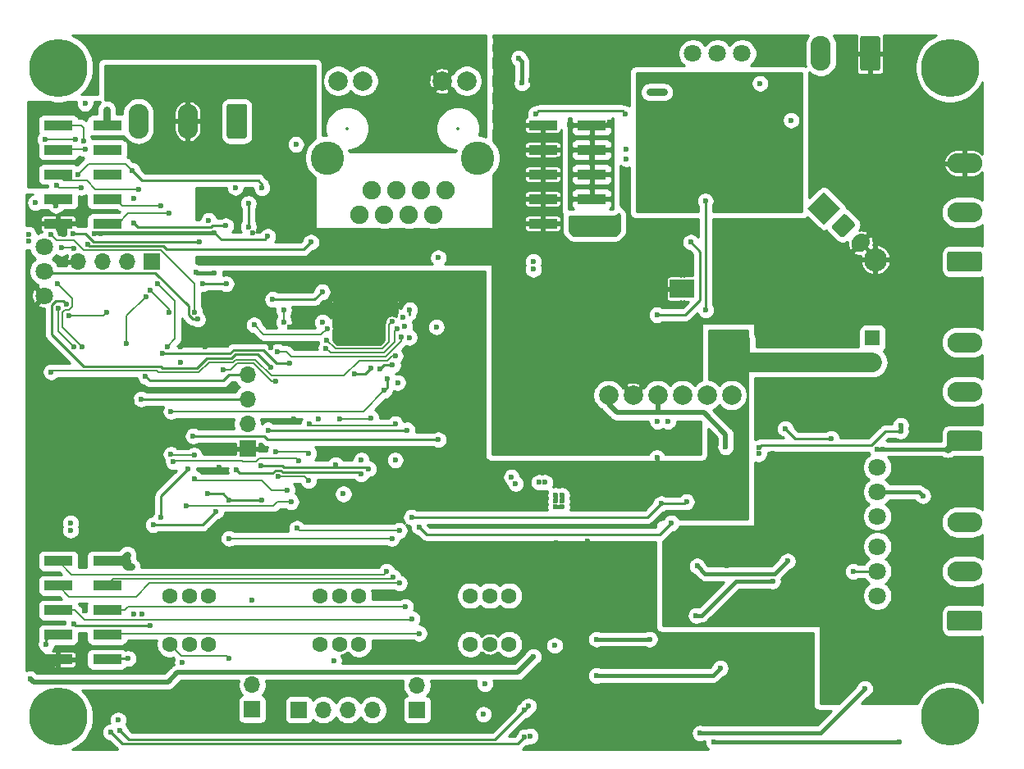
<source format=gbr>
%TF.GenerationSoftware,KiCad,Pcbnew,(5.1.10)-1*%
%TF.CreationDate,2022-12-14T20:36:11+08:00*%
%TF.ProjectId,interface,696e7465-7266-4616-9365-2e6b69636164,rev?*%
%TF.SameCoordinates,Original*%
%TF.FileFunction,Copper,L4,Bot*%
%TF.FilePolarity,Positive*%
%FSLAX46Y46*%
G04 Gerber Fmt 4.6, Leading zero omitted, Abs format (unit mm)*
G04 Created by KiCad (PCBNEW (5.1.10)-1) date 2022-12-14 20:36:11*
%MOMM*%
%LPD*%
G01*
G04 APERTURE LIST*
%TA.AperFunction,SMDPad,CuDef*%
%ADD10R,2.500000X1.900000*%
%TD*%
%TA.AperFunction,ComponentPad*%
%ADD11C,0.500000*%
%TD*%
%TA.AperFunction,ComponentPad*%
%ADD12C,2.400000*%
%TD*%
%TA.AperFunction,ComponentPad*%
%ADD13C,0.350000*%
%TD*%
%TA.AperFunction,ComponentPad*%
%ADD14C,1.800000*%
%TD*%
%TA.AperFunction,ComponentPad*%
%ADD15C,2.000000*%
%TD*%
%TA.AperFunction,ComponentPad*%
%ADD16C,3.450000*%
%TD*%
%TA.AperFunction,ComponentPad*%
%ADD17C,1.900000*%
%TD*%
%TA.AperFunction,ComponentPad*%
%ADD18C,1.600000*%
%TD*%
%TA.AperFunction,ComponentPad*%
%ADD19O,1.700000X1.700000*%
%TD*%
%TA.AperFunction,ComponentPad*%
%ADD20R,1.700000X1.700000*%
%TD*%
%TA.AperFunction,ComponentPad*%
%ADD21O,3.600000X2.080000*%
%TD*%
%TA.AperFunction,ComponentPad*%
%ADD22O,2.080000X3.600000*%
%TD*%
%TA.AperFunction,ComponentPad*%
%ADD23R,1.600000X1.600000*%
%TD*%
%TA.AperFunction,ComponentPad*%
%ADD24C,0.800000*%
%TD*%
%TA.AperFunction,ComponentPad*%
%ADD25C,6.000000*%
%TD*%
%TA.AperFunction,SMDPad,CuDef*%
%ADD26R,3.000000X1.000000*%
%TD*%
%TA.AperFunction,ViaPad*%
%ADD27C,0.600000*%
%TD*%
%TA.AperFunction,ViaPad*%
%ADD28C,1.000000*%
%TD*%
%TA.AperFunction,Conductor*%
%ADD29C,0.381000*%
%TD*%
%TA.AperFunction,Conductor*%
%ADD30C,0.762000*%
%TD*%
%TA.AperFunction,Conductor*%
%ADD31C,0.254000*%
%TD*%
%TA.AperFunction,Conductor*%
%ADD32C,0.508000*%
%TD*%
%TA.AperFunction,Conductor*%
%ADD33C,1.000000*%
%TD*%
%TA.AperFunction,Conductor*%
%ADD34C,0.228600*%
%TD*%
%TA.AperFunction,Conductor*%
%ADD35C,2.000000*%
%TD*%
%TA.AperFunction,Conductor*%
%ADD36C,0.203200*%
%TD*%
%TA.AperFunction,Conductor*%
%ADD37C,0.350000*%
%TD*%
%ADD38C,0.300000*%
%ADD39C,0.350000*%
%ADD40C,0.200000*%
G04 APERTURE END LIST*
D10*
%TO.P,U11,9*%
%TO.N,GNDPWR*%
X68350000Y48200000D03*
D11*
X69350000Y48900000D03*
X69350000Y47500000D03*
X68350000Y48900000D03*
X68350000Y47500000D03*
X67350000Y48900000D03*
X67350000Y47500000D03*
%TD*%
D12*
%TO.P,C31,2*%
%TO.N,GNDPWR*%
X88303301Y51196699D03*
%TA.AperFunction,ComponentPad*%
D13*
%TO.P,C31,1*%
%TO.N,Net-(C31-Pad1)*%
G36*
X81302944Y56500000D02*
G01*
X83000000Y58197056D01*
X84697056Y56500000D01*
X83000000Y54802944D01*
X81302944Y56500000D01*
G37*
%TD.AperFunction*%
%TD*%
D14*
%TO.P,JP4,3*%
%TO.N,Net-(JP4-Pad3)*%
X74540000Y72500000D03*
%TO.P,JP4,2*%
%TO.N,Net-(JP4-Pad1)*%
X72000000Y72500000D03*
%TO.P,JP4,1*%
X69460000Y72500000D03*
%TD*%
D15*
%TO.P,U1,1*%
%TO.N,+12V*%
X60750000Y37200000D03*
%TO.P,U1,2*%
%TO.N,GNDPWR*%
X63290000Y37200000D03*
%TO.P,U1,3*%
%TO.N,GND*%
X68370000Y37200000D03*
%TO.P,U1,4*%
%TO.N,+5VISO*%
X73450000Y37200000D03*
%TO.P,U1,1*%
%TO.N,+12V*%
X65830000Y37200000D03*
%TO.P,U1,4*%
%TO.N,+5VISO*%
X70910000Y37200000D03*
%TD*%
%TO.P,J6,12*%
%TO.N,+3V3*%
X32875000Y69650000D03*
%TO.P,J6,11*%
%TO.N,Net-(J6-Pad11)*%
X35415000Y69650000D03*
%TO.P,J6,10*%
%TO.N,GND*%
X43585000Y69650000D03*
%TO.P,J6,9*%
%TO.N,Net-(J6-Pad9)*%
X46125000Y69650000D03*
D16*
%TO.P,J6,0*%
%TO.N,N/C*%
X31755000Y61700000D03*
X47245000Y61700000D03*
D17*
%TO.P,J6,7*%
X36330000Y58400000D03*
%TO.P,J6,5*%
%TO.N,+3V3*%
X38870000Y58400000D03*
%TO.P,J6,3*%
%TO.N,/RXP*%
X41410000Y58400000D03*
%TO.P,J6,1*%
%TO.N,/TXP*%
X43950000Y58400000D03*
%TO.P,J6,8*%
%TO.N,GNDPWR*%
X35060000Y55860000D03*
%TO.P,J6,6*%
%TO.N,/RXN*%
X37600000Y55860000D03*
%TO.P,J6,2*%
%TO.N,/TXN*%
X42680000Y55860000D03*
%TO.P,J6,4*%
%TO.N,+3V3*%
X40140000Y55860000D03*
%TD*%
D18*
%TO.P,SW2,4*%
%TO.N,N/C*%
X15500000Y16500000D03*
%TO.P,SW2,5*%
X17500000Y16500000D03*
%TO.P,SW2,6*%
X19500000Y16500000D03*
%TO.P,SW2,1*%
%TO.N,/SW_CW*%
X15500000Y11500000D03*
%TO.P,SW2,2*%
%TO.N,GND*%
X17500000Y11500000D03*
%TO.P,SW2,3*%
%TO.N,N/C*%
X19500000Y11500000D03*
%TD*%
D19*
%TO.P,J3,4*%
%TO.N,/SPWM6_TMS*%
X36420000Y4700000D03*
%TO.P,J3,3*%
%TO.N,/SPWM5_TCK*%
X33880000Y4700000D03*
%TO.P,J3,2*%
%TO.N,/TDO*%
X31340000Y4700000D03*
D20*
%TO.P,J3,1*%
%TO.N,/SPWM4_TDI*%
X28800000Y4700000D03*
%TD*%
%TO.P,C4,2*%
%TO.N,GNDPWR*%
%TA.AperFunction,ComponentPad*%
G36*
G01*
X86060660Y53427208D02*
X86272792Y53639340D01*
G75*
G02*
X87474874Y53639340I601041J-601041D01*
G01*
X87474874Y53639340D01*
G75*
G02*
X87474874Y52437258I-601041J-601041D01*
G01*
X87262742Y52225126D01*
G75*
G02*
X86060660Y52225126I-601041J601041D01*
G01*
X86060660Y52225126D01*
G75*
G02*
X86060660Y53427208I601041J601041D01*
G01*
G37*
%TD.AperFunction*%
%TO.P,C4,1*%
%TO.N,Net-(C31-Pad1)*%
%TA.AperFunction,ComponentPad*%
G36*
G01*
X83868629Y54770711D02*
X84929289Y55831371D01*
G75*
G02*
X85282843Y55831371I176777J-176777D01*
G01*
X86131371Y54982843D01*
G75*
G02*
X86131371Y54629289I-176777J-176777D01*
G01*
X85070711Y53568629D01*
G75*
G02*
X84717157Y53568629I-176777J176777D01*
G01*
X83868629Y54417157D01*
G75*
G02*
X83868629Y54770711I176777J176777D01*
G01*
G37*
%TD.AperFunction*%
%TD*%
D19*
%TO.P,D12,2*%
%TO.N,/LEDBX*%
X41000000Y7250000D03*
D20*
%TO.P,D12,1*%
%TO.N,Net-(D12-Pad1)*%
X41000000Y4710000D03*
%TD*%
D19*
%TO.P,D11,2*%
%TO.N,/LEDAX*%
X24000000Y7290000D03*
D20*
%TO.P,D11,1*%
%TO.N,Net-(D11-Pad1)*%
X24000000Y4750000D03*
%TD*%
D19*
%TO.P,J8,4*%
%TO.N,GND*%
X5980000Y51000000D03*
%TO.P,J8,3*%
%TO.N,/PROG_TXD*%
X8520000Y51000000D03*
%TO.P,J8,2*%
%TO.N,/PROG_RXD*%
X11060000Y51000000D03*
D20*
%TO.P,J8,1*%
%TO.N,+3V3*%
X13600000Y51000000D03*
%TD*%
D18*
%TO.P,SW4,4*%
%TO.N,N/C*%
X46500000Y16500000D03*
%TO.P,SW4,5*%
X48500000Y16500000D03*
%TO.P,SW4,6*%
X50500000Y16500000D03*
%TO.P,SW4,1*%
%TO.N,/SW_SET*%
X46500000Y11500000D03*
%TO.P,SW4,2*%
%TO.N,GND*%
X48500000Y11500000D03*
%TO.P,SW4,3*%
%TO.N,N/C*%
X50500000Y11500000D03*
%TD*%
%TO.P,SW3,4*%
%TO.N,N/C*%
X31000000Y16500000D03*
%TO.P,SW3,5*%
X33000000Y16500000D03*
%TO.P,SW3,6*%
X35000000Y16500000D03*
%TO.P,SW3,1*%
%TO.N,/SW_CCW*%
X31000000Y11500000D03*
%TO.P,SW3,2*%
%TO.N,GND*%
X33000000Y11500000D03*
%TO.P,SW3,3*%
%TO.N,N/C*%
X35000000Y11500000D03*
%TD*%
D21*
%TO.P,J9,3*%
%TO.N,Net-(J9-Pad3)*%
X97500000Y42660000D03*
%TO.P,J9,2*%
%TO.N,Net-(C28-Pad1)*%
X97500000Y37580000D03*
%TO.P,J9,1*%
%TO.N,Net-(J9-Pad1)*%
%TA.AperFunction,ComponentPad*%
G36*
G01*
X99050003Y31460000D02*
X95949997Y31460000D01*
G75*
G02*
X95700000Y31709997I0J249997D01*
G01*
X95700000Y33290003D01*
G75*
G02*
X95949997Y33540000I249997J0D01*
G01*
X99050003Y33540000D01*
G75*
G02*
X99300000Y33290003I0J-249997D01*
G01*
X99300000Y31709997D01*
G75*
G02*
X99050003Y31460000I-249997J0D01*
G01*
G37*
%TD.AperFunction*%
%TD*%
D22*
%TO.P,J12,3*%
%TO.N,/RS485/A485*%
X12250000Y65500000D03*
%TO.P,J12,2*%
%TO.N,GNDPWR*%
X17330000Y65500000D03*
%TO.P,J12,1*%
%TO.N,/RS485/B485*%
%TA.AperFunction,ComponentPad*%
G36*
G01*
X23450000Y67050003D02*
X23450000Y63949997D01*
G75*
G02*
X23200003Y63700000I-249997J0D01*
G01*
X21619997Y63700000D01*
G75*
G02*
X21370000Y63949997I0J249997D01*
G01*
X21370000Y67050003D01*
G75*
G02*
X21619997Y67300000I249997J0D01*
G01*
X23200003Y67300000D01*
G75*
G02*
X23450000Y67050003I0J-249997D01*
G01*
G37*
%TD.AperFunction*%
%TD*%
D21*
%TO.P,J11,3*%
%TO.N,Net-(J11-Pad3)*%
X97500000Y24080000D03*
%TO.P,J11,2*%
%TO.N,Net-(C27-Pad1)*%
X97500000Y19000000D03*
%TO.P,J11,1*%
%TO.N,Net-(J11-Pad1)*%
%TA.AperFunction,ComponentPad*%
G36*
G01*
X99050003Y12880000D02*
X95949997Y12880000D01*
G75*
G02*
X95700000Y13129997I0J249997D01*
G01*
X95700000Y14710003D01*
G75*
G02*
X95949997Y14960000I249997J0D01*
G01*
X99050003Y14960000D01*
G75*
G02*
X99300000Y14710003I0J-249997D01*
G01*
X99300000Y13129997D01*
G75*
G02*
X99050003Y12880000I-249997J0D01*
G01*
G37*
%TD.AperFunction*%
%TD*%
%TO.P,J10,3*%
%TO.N,GNDPWR*%
X97500000Y61160000D03*
%TO.P,J10,2*%
%TO.N,Net-(J10-Pad2)*%
X97500000Y56080000D03*
%TO.P,J10,1*%
%TO.N,Net-(J10-Pad1)*%
%TA.AperFunction,ComponentPad*%
G36*
G01*
X99050003Y49960000D02*
X95949997Y49960000D01*
G75*
G02*
X95700000Y50209997I0J249997D01*
G01*
X95700000Y51790003D01*
G75*
G02*
X95949997Y52040000I249997J0D01*
G01*
X99050003Y52040000D01*
G75*
G02*
X99300000Y51790003I0J-249997D01*
G01*
X99300000Y50209997D01*
G75*
G02*
X99050003Y49960000I-249997J0D01*
G01*
G37*
%TD.AperFunction*%
%TD*%
D22*
%TO.P,J1,2*%
%TO.N,VAC*%
X82670000Y72500000D03*
%TO.P,J1,1*%
%TO.N,GNDPWR*%
%TA.AperFunction,ComponentPad*%
G36*
G01*
X88790000Y74050003D02*
X88790000Y70949997D01*
G75*
G02*
X88540003Y70700000I-249997J0D01*
G01*
X86959997Y70700000D01*
G75*
G02*
X86710000Y70949997I0J249997D01*
G01*
X86710000Y74050003D01*
G75*
G02*
X86959997Y74300000I249997J0D01*
G01*
X88540003Y74300000D01*
G75*
G02*
X88790000Y74050003I0J-249997D01*
G01*
G37*
%TD.AperFunction*%
%TD*%
D18*
%TO.P,C2,2*%
%TO.N,GND*%
X88000000Y40600000D03*
D23*
%TO.P,C2,1*%
%TO.N,+5VISO*%
X88000000Y43100000D03*
%TD*%
D24*
%TO.P,SC4,1*%
%TO.N,Net-(SC4-Pad1)*%
X98056810Y5187500D03*
X98056810Y2812500D03*
X96000000Y1625000D03*
X93943190Y2812500D03*
X93943190Y5187500D03*
X96000000Y6375000D03*
D25*
X96000000Y4000000D03*
%TD*%
D24*
%TO.P,SC3,1*%
%TO.N,Net-(SC3-Pad1)*%
X6056810Y5187500D03*
X6056810Y2812500D03*
X4000000Y1625000D03*
X1943190Y2812500D03*
X1943190Y5187500D03*
X4000000Y6375000D03*
D25*
X4000000Y4000000D03*
%TD*%
D24*
%TO.P,SC2,1*%
%TO.N,Net-(SC2-Pad1)*%
X98056810Y72187500D03*
X98056810Y69812500D03*
X96000000Y68625000D03*
X93943190Y69812500D03*
X93943190Y72187500D03*
X96000000Y73375000D03*
D25*
X96000000Y71000000D03*
%TD*%
D24*
%TO.P,SC1,1*%
%TO.N,Net-(SC1-Pad1)*%
X6056810Y72187500D03*
X6056810Y69812500D03*
X4000000Y68625000D03*
X1943190Y69812500D03*
X1943190Y72187500D03*
X4000000Y73375000D03*
D25*
X4000000Y71000000D03*
%TD*%
D26*
%TO.P,J4,10*%
%TO.N,+12V*%
X59020000Y54920000D03*
%TO.P,J4,9*%
%TO.N,GNDPWR*%
X53980000Y54920000D03*
%TO.P,J4,8*%
%TO.N,VAC*%
X59020000Y57460000D03*
%TO.P,J4,7*%
%TO.N,GNDPWR*%
X53980000Y57460000D03*
%TO.P,J4,6*%
%TO.N,VAC*%
X59020000Y60000000D03*
%TO.P,J4,5*%
%TO.N,GNDPWR*%
X53980000Y60000000D03*
%TO.P,J4,4*%
%TO.N,VAC*%
X59020000Y62540000D03*
%TO.P,J4,3*%
%TO.N,GNDPWR*%
X53980000Y62540000D03*
%TO.P,J4,2*%
%TO.N,VAC*%
X59020000Y65080000D03*
%TO.P,J4,1*%
%TO.N,GNDPWR*%
X53980000Y65080000D03*
%TD*%
%TO.P,J7,10*%
%TO.N,/SPWM6_TMS*%
X9020000Y54920000D03*
%TO.P,J7,9*%
%TO.N,GND*%
X3980000Y54920000D03*
%TO.P,J7,8*%
%TO.N,/SPWM5_TCK*%
X9020000Y57460000D03*
%TO.P,J7,7*%
%TO.N,/SPWM4_TDI*%
X3980000Y57460000D03*
%TO.P,J7,6*%
%TO.N,Net-(J7-Pad6)*%
X9020000Y60000000D03*
%TO.P,J7,5*%
%TO.N,/SPWM3*%
X3980000Y60000000D03*
%TO.P,J7,4*%
%TO.N,Net-(J7-Pad4)*%
X9020000Y62540000D03*
%TO.P,J7,3*%
%TO.N,/ISense2*%
X3980000Y62540000D03*
%TO.P,J7,2*%
%TO.N,+5VISO*%
X9020000Y65080000D03*
%TO.P,J7,1*%
%TO.N,/ISense1*%
X3980000Y65080000D03*
%TD*%
%TO.P,J5,10*%
%TO.N,Net-(J5-Pad10)*%
X9020000Y9920000D03*
%TO.P,J5,9*%
%TO.N,GND*%
X3980000Y9920000D03*
%TO.P,J5,8*%
%TO.N,/RELOUT6*%
X9020000Y12460000D03*
%TO.P,J5,7*%
%TO.N,Net-(J5-Pad7)*%
X3980000Y12460000D03*
%TO.P,J5,6*%
%TO.N,/RELOUT4*%
X9020000Y15000000D03*
%TO.P,J5,5*%
%TO.N,/RELOUT5*%
X3980000Y15000000D03*
%TO.P,J5,4*%
%TO.N,/RELOUT2*%
X9020000Y17540000D03*
%TO.P,J5,3*%
%TO.N,/RELOUT3*%
X3980000Y17540000D03*
%TO.P,J5,2*%
%TO.N,+3V3*%
X9020000Y20080000D03*
%TO.P,J5,1*%
%TO.N,/RELOUT1*%
X3980000Y20080000D03*
%TD*%
D19*
%TO.P,U6,4*%
%TO.N,/SDA*%
X23500000Y39310000D03*
%TO.P,U6,3*%
%TO.N,/SCL*%
X23500000Y36770000D03*
%TO.P,U6,2*%
%TO.N,+3V3*%
X23500000Y34230000D03*
D20*
%TO.P,U6,1*%
%TO.N,GND*%
X23500000Y31690000D03*
%TD*%
D14*
%TO.P,JP3,3*%
%TO.N,Net-(J11-Pad1)*%
X88500000Y16500000D03*
%TO.P,JP3,2*%
%TO.N,Net-(C27-Pad1)*%
X88500000Y19040000D03*
%TO.P,JP3,1*%
%TO.N,Net-(JP3-Pad1)*%
X88500000Y21580000D03*
%TD*%
%TO.P,JP2,3*%
%TO.N,Net-(J9-Pad1)*%
X88500000Y24670000D03*
%TO.P,JP2,2*%
%TO.N,Net-(C28-Pad1)*%
X88500000Y27210000D03*
%TO.P,JP2,1*%
%TO.N,Net-(JP2-Pad1)*%
X88500000Y29750000D03*
%TD*%
%TO.P,JP1,3*%
%TO.N,GND*%
X2500000Y47460000D03*
%TO.P,JP1,2*%
%TO.N,/BOOT_PHYRST*%
X2500000Y50000000D03*
%TO.P,JP1,1*%
%TO.N,Net-(JP1-Pad1)*%
X2500000Y52540000D03*
%TD*%
D27*
%TO.N,GNDPWR*%
X52750000Y69750000D03*
X30000000Y59100000D03*
X80500000Y22600000D03*
X80500000Y23200000D03*
X81200000Y16150000D03*
X81800000Y16150000D03*
X81250000Y24150000D03*
X81900000Y24150000D03*
X80650000Y24150000D03*
X85000000Y24150000D03*
X84350000Y24150000D03*
X85650000Y24150000D03*
X83350000Y23100000D03*
X91600000Y23450000D03*
X92250010Y22350000D03*
X92950000Y22350000D03*
X91550000Y22350000D03*
X77750000Y25100000D03*
X77750000Y31200000D03*
X72950000Y19600000D03*
X69950000Y22100000D03*
X70550000Y22100000D03*
X91450000Y29050000D03*
X92750000Y40200000D03*
X93550000Y40200000D03*
X92000000Y40200000D03*
X93000000Y45300000D03*
X18500000Y57900000D03*
X19150000Y60250000D03*
X19150000Y61100000D03*
X19150000Y61950000D03*
X16350000Y62950000D03*
X17500000Y62950000D03*
X18700000Y62950000D03*
X54500000Y31500000D03*
X27200000Y70100000D03*
X65750000Y68500000D03*
X65000000Y68500000D03*
X66500000Y68500000D03*
X1630210Y62896394D03*
X51175000Y28075000D03*
X50750000Y28750000D03*
X85500000Y13300000D03*
X85500000Y13900000D03*
X49300000Y58100002D03*
X54000000Y63900000D03*
X51800000Y62500000D03*
X55587962Y58700000D03*
X55650000Y61550000D03*
X24044044Y53930691D03*
X76400000Y69400000D03*
X79600000Y65600000D03*
X54600000Y58700000D03*
X33700000Y52600000D03*
X33700000Y53300000D03*
X54500000Y32399996D03*
%TO.N,+5VD*%
X19499994Y55250000D03*
X28500000Y63100000D03*
X53600000Y28200000D03*
X54200000Y28200000D03*
X20095000Y49805000D03*
X20095000Y53995000D03*
X25600000Y53600000D03*
X53000000Y10200000D03*
X1100000Y7900000D03*
X900000Y53800000D03*
X900000Y53100000D03*
X1800000Y7600000D03*
X18177671Y49877661D03*
X7684224Y53916788D03*
X8400000Y53916708D03*
%TO.N,+3V3*%
X43000000Y44250000D03*
X35250000Y30500000D03*
X38750000Y30500000D03*
X26100000Y47100000D03*
X43200000Y51400000D03*
X6750000Y67350000D03*
X22250000Y58656290D03*
X31205520Y47868420D03*
X5250000Y23250016D03*
X5250000Y23999996D03*
X47850000Y4250000D03*
X55200000Y11350000D03*
X55950000Y26250000D03*
X55950000Y26850000D03*
X55950000Y25650000D03*
X55300000Y25650000D03*
X55300000Y26250000D03*
X55300000Y26850000D03*
X1630210Y57080863D03*
X11130210Y20100000D03*
X11130210Y19500000D03*
X11100000Y20700002D03*
X39000000Y38500000D03*
X33400000Y27000000D03*
X24000000Y16000009D03*
X32400000Y9800000D03*
X16800000Y9600000D03*
X48000000Y7400000D03*
%TO.N,VAC*%
X60900000Y62500000D03*
X60900000Y60000000D03*
X60900000Y65400000D03*
X56688998Y65100000D03*
X59050000Y61831002D03*
%TO.N,Net-(J9-Pad1)*%
X88500000Y31650000D03*
X89100000Y31650000D03*
%TO.N,/SCL*%
X36000000Y29600000D03*
X32600000Y30000000D03*
X12537979Y36797182D03*
X24899165Y29940619D03*
%TO.N,Net-(R22-Pad1)*%
X37188128Y39897218D03*
X38478920Y40301304D03*
%TO.N,/SDA*%
X35244130Y29079883D03*
X22390380Y29467135D03*
X12995190Y39151476D03*
%TO.N,Net-(R28-Pad1)*%
X87200000Y6900000D03*
X70200000Y2300000D03*
%TO.N,+12V*%
X76250000Y31750000D03*
X76250000Y31150000D03*
X90900000Y33499998D03*
X90900000Y34100000D03*
X71600000Y1400000D03*
X90800000Y1400000D03*
X72850000Y32976680D03*
X72850000Y31850000D03*
X53000000Y51000000D03*
X61600000Y54400000D03*
X57000000Y54400000D03*
X53000000Y50200000D03*
%TO.N,GND*%
X36400000Y44400000D03*
X35500000Y44400000D03*
X34600000Y44400000D03*
X34600000Y43500000D03*
X36400000Y43500000D03*
X35500000Y42600000D03*
X36400000Y42600000D03*
X34600000Y42600000D03*
X35500000Y43482368D03*
X11600000Y36600000D03*
X11600000Y32400000D03*
X7400000Y32400000D03*
X7400000Y36600000D03*
X9500000Y34500000D03*
X65750000Y30750000D03*
X65750000Y30100000D03*
X64600000Y28750000D03*
X65250000Y28750000D03*
X3000000Y22000000D03*
X27869925Y44239273D03*
X2000000Y25750000D03*
X2000000Y25100000D03*
X2000000Y45350000D03*
X2000000Y46000000D03*
X60750000Y4250000D03*
X62000000Y4250000D03*
X62750000Y10500000D03*
X69000000Y29000000D03*
X69000000Y29600000D03*
X28300000Y34750000D03*
X40000000Y35800000D03*
X2200000Y9900000D03*
X2200000Y10500000D03*
X2200000Y9300000D03*
X32800000Y46500000D03*
X34100000Y46500000D03*
X38700000Y46500000D03*
X38700000Y45700000D03*
X11799992Y57500000D03*
X72600000Y12100000D03*
X72600000Y11400000D03*
X55200000Y7600000D03*
X19100000Y42200000D03*
X6700000Y14900000D03*
X16600000Y42200000D03*
X16630210Y40600000D03*
X37700000Y7200000D03*
X58600000Y22100000D03*
X55400000Y22000000D03*
X48400000Y2500000D03*
X49300000Y4200000D03*
D28*
X29630210Y27000000D03*
D27*
X30784914Y34768639D03*
X19564456Y29230210D03*
X11800000Y14604810D03*
X12600000Y14604810D03*
X20537979Y29738843D03*
X4456064Y54070384D03*
X35200000Y19800000D03*
X36000000Y19800000D03*
X42600000Y21200000D03*
X36600000Y28200000D03*
X25916031Y42136092D03*
X43000000Y47000000D03*
X45600000Y49800000D03*
X45600000Y48200000D03*
X45600000Y46600000D03*
X47600000Y46600000D03*
X47600000Y48200000D03*
X47600000Y49800000D03*
X45400000Y73800000D03*
X46800000Y73800000D03*
X48000000Y73800000D03*
X48000000Y72400000D03*
X46800000Y72400000D03*
X48000000Y70600000D03*
X48000000Y68800000D03*
X48000000Y67000000D03*
X46800000Y67000000D03*
X48000000Y65000000D03*
X73003329Y34596671D03*
X73803329Y35396671D03*
X59800000Y26200000D03*
X60500000Y26200000D03*
%TO.N,Net-(C25-Pad1)*%
X79000000Y33750000D03*
X83750000Y32731009D03*
%TO.N,Net-(C27-Pad1)*%
X86000000Y19000000D03*
%TO.N,Net-(C28-Pad1)*%
X93200000Y26800000D03*
%TO.N,/+24V*%
X70700000Y65250000D03*
X71800000Y65250000D03*
X72900000Y65250000D03*
X74000000Y65250000D03*
X68500000Y64050000D03*
X69600000Y64050000D03*
X70700000Y64050000D03*
X71800000Y64050000D03*
X72900000Y64050000D03*
X74000000Y64050000D03*
X68500000Y62850000D03*
X69600000Y62850000D03*
X70700000Y62850000D03*
X71800000Y62850000D03*
X72900000Y62850000D03*
X74000000Y62850000D03*
X68500000Y61650000D03*
X69600000Y61650000D03*
X70700000Y61650000D03*
X71800000Y61650000D03*
X72900000Y61650000D03*
X74000000Y61650000D03*
X68500000Y60450000D03*
X69600000Y60450000D03*
X70700000Y60450000D03*
X71800000Y60450000D03*
X72900000Y60450000D03*
X74000000Y60450000D03*
X68500000Y59250000D03*
X69600000Y59250000D03*
X70700000Y59250000D03*
X71800000Y59250000D03*
X72900000Y59250000D03*
X74000000Y59250000D03*
%TO.N,Net-(D8-Pad2)*%
X25000000Y58600000D03*
X11600000Y60400000D03*
X23600000Y54600000D03*
X23600000Y57000000D03*
X2600000Y63600000D03*
X5771372Y63582384D03*
X5983204Y60004810D03*
%TO.N,Net-(J5-Pad10)*%
X11200000Y10000000D03*
%TO.N,/RELOUT6*%
X41195199Y12604801D03*
%TO.N,Net-(J5-Pad7)*%
X2750000Y11500000D03*
%TO.N,/RELOUT4*%
X39795199Y15395199D03*
%TO.N,/RELOUT5*%
X40475002Y14115464D03*
%TO.N,/RELOUT2*%
X38525000Y18400000D03*
%TO.N,/RELOUT3*%
X39190389Y17800006D03*
%TO.N,/RELOUT1*%
X37855210Y18999996D03*
%TO.N,/ISense1*%
X6567626Y63476892D03*
X5570728Y42173941D03*
X3939414Y46191991D03*
X6368459Y58641265D03*
X3837341Y58877990D03*
%TO.N,/EMAC_CLK_OUT_180*%
X14695000Y41505000D03*
X27835647Y40504810D03*
%TO.N,/485TXD*%
X30050000Y53000000D03*
X7004810Y52781525D03*
%TO.N,/485RXD*%
X11800000Y55000000D03*
X21250000Y54700000D03*
%TO.N,/EMAC_RXD0*%
X33000000Y34750000D03*
X36238881Y34836619D03*
%TO.N,/EMAC_RX_DRV*%
X38750000Y34250000D03*
X29862991Y34230210D03*
%TO.N,/MDIO*%
X15604810Y35525469D03*
X37624585Y37684210D03*
X37932610Y38919112D03*
%TO.N,Net-(R32-Pad1)*%
X34578055Y39394466D03*
X36235583Y39976471D03*
%TO.N,/POT1*%
X9400000Y2400000D03*
X52100000Y1900000D03*
X52700000Y2000000D03*
%TO.N,Net-(R36-Pad2)*%
X27250000Y46000000D03*
X27250000Y44750000D03*
%TO.N,Net-(R38-Pad2)*%
X31715368Y44095814D03*
X24177581Y44450000D03*
%TO.N,/POT2*%
X10300000Y2600000D03*
X52500000Y5100000D03*
X52050000Y4650000D03*
X10157211Y3657227D03*
%TO.N,Net-(R45-Pad1)*%
X59500000Y12000000D03*
X65000000Y12000000D03*
%TO.N,Net-(R50-Pad1)*%
X69900000Y19550000D03*
X79235000Y20069000D03*
%TO.N,Net-(R59-Pad1)*%
X5511388Y53917778D03*
X21300000Y48700000D03*
X18900000Y48700002D03*
X18569790Y53000000D03*
%TO.N,/MDC*%
X38750000Y41250000D03*
X3250000Y39600000D03*
%TO.N,/EMAC_TXD1*%
X31702360Y42886203D03*
X38400000Y44799998D03*
X9002666Y45747334D03*
X5043489Y45395200D03*
%TO.N,/EMAC_TX_EN*%
X39397668Y43178113D03*
X26620776Y41720468D03*
%TO.N,/EMAC_TXD0*%
X31619358Y42064243D03*
X38968601Y44089443D03*
%TO.N,Net-(U14-Pad7)*%
X69800000Y14450000D03*
X77700000Y18000000D03*
%TO.N,/PHY_VDDA*%
X40250000Y46000000D03*
X39499986Y45250000D03*
X31249776Y44750316D03*
X40200713Y43161759D03*
X39739045Y44316526D03*
%TO.N,Net-(C41-Pad2)*%
X59500000Y8250000D03*
X72293710Y9007598D03*
%TO.N,+5VISO*%
X65800000Y34500000D03*
X9000000Y66100000D03*
X9000000Y66700000D03*
X66900000Y34500000D03*
%TO.N,Net-(C13-Pad2)*%
X69250000Y53000000D03*
X65750000Y45500000D03*
%TO.N,/SPWM6_TMS*%
X15400000Y56000000D03*
X11000000Y42496798D03*
X13000000Y47398399D03*
X28000000Y26200000D03*
X17200000Y25800000D03*
%TO.N,/SPWM5_TCK*%
X14600000Y56800000D03*
X15200000Y42200000D03*
X18000000Y31000000D03*
X15604810Y31084206D03*
X14193934Y48716962D03*
X27600000Y27400000D03*
X18000000Y28600000D03*
%TO.N,/TDO*%
X21000000Y39800000D03*
X26400000Y38600000D03*
X26400000Y31400000D03*
X29800000Y31200000D03*
X29800000Y28400000D03*
X26663296Y28804810D03*
%TO.N,/SPWM4_TDI*%
X19400000Y27000000D03*
X3200000Y53800000D03*
X3738212Y56800003D03*
X18051866Y45782368D03*
X21600000Y26404810D03*
X25000000Y26404810D03*
%TO.N,/ISense2*%
X6778138Y62615182D03*
X4309611Y52400000D03*
X6400000Y42200000D03*
X3879589Y48693658D03*
X5590430Y52354238D03*
%TO.N,/BOOT_PHYRST*%
X43200000Y32600000D03*
X17890621Y32986496D03*
X18352904Y45037704D03*
%TO.N,/LMTX2*%
X66200000Y26000000D03*
X68800000Y26200000D03*
X40429810Y24598729D03*
%TO.N,/SW_CCW*%
X39175000Y23225000D03*
X28604810Y23459987D03*
%TO.N,/SW_CW*%
X21600000Y22400000D03*
X21600000Y10000000D03*
X38399998Y22400000D03*
%TO.N,/SPWM2*%
X14600000Y24600000D03*
X17395190Y29599996D03*
%TO.N,/SPWM1*%
X13769790Y23801999D03*
X13465039Y13395190D03*
X5572334Y13572334D03*
X20246799Y25195190D03*
%TO.N,Net-(R64-Pad1)*%
X70750000Y57250000D03*
X70800000Y46000000D03*
%TO.N,/SPWM3*%
X13496691Y48031668D03*
X15403490Y45782368D03*
X12313244Y58481589D03*
%TO.N,/INTX*%
X28800000Y30400000D03*
X15856912Y30321583D03*
%TO.N,/LMTX1*%
X67250000Y24000000D03*
X41200000Y23600000D03*
%TO.N,/485RW*%
X40000000Y33600000D03*
X25630210Y33600004D03*
X4800000Y46604810D03*
X25916422Y40113659D03*
%TO.N,Net-(C31-Pad1)*%
X51500000Y72000000D03*
X51827770Y69433044D03*
X62500000Y66250000D03*
X53250000Y66250000D03*
X62600000Y62600000D03*
X62600000Y61600000D03*
%TD*%
D29*
%TO.N,GNDPWR*%
X81250000Y24150000D02*
X81900000Y24150000D01*
X85000000Y24150000D02*
X84350000Y24150000D01*
X92750000Y40200000D02*
X93550000Y40200000D01*
X92950000Y22350000D02*
X92250010Y22350000D01*
D30*
X66500000Y68500000D02*
X65250000Y68500000D01*
D29*
X65250000Y68500000D02*
X65000000Y68500000D01*
X65750000Y68500000D02*
X65250000Y68500000D01*
D30*
X65750000Y68500000D02*
X65000000Y68500000D01*
D29*
X86817767Y52932233D02*
X88553301Y51196699D01*
X86767767Y52932233D02*
X86817767Y52932233D01*
D31*
X53980000Y63920000D02*
X54000000Y63900000D01*
X53980000Y65080000D02*
X53980000Y63920000D01*
X51840000Y62540000D02*
X51800000Y62500000D01*
X53980000Y62540000D02*
X51840000Y62540000D01*
X53980000Y58720000D02*
X54000000Y58700000D01*
X53980000Y60000000D02*
X53980000Y58720000D01*
X53980000Y54920000D02*
X51220000Y54920000D01*
X51960000Y57460000D02*
X51900000Y57400000D01*
X53980000Y57460000D02*
X51960000Y57460000D01*
%TO.N,+5VD*%
X25600000Y53600000D02*
X25300000Y53300000D01*
X20790000Y53300000D02*
X20095000Y53995000D01*
X25300000Y53300000D02*
X20790000Y53300000D01*
D32*
X51397201Y8597201D02*
X16297201Y8597201D01*
X53000000Y10200000D02*
X51397201Y8597201D01*
X16297201Y8597201D02*
X15300000Y7600000D01*
X15300000Y7600000D02*
X1800000Y7600000D01*
X1400000Y7600000D02*
X1100000Y7900000D01*
X1800000Y7600000D02*
X1400000Y7600000D01*
D29*
X20095000Y49805000D02*
X18250332Y49805000D01*
X18250332Y49805000D02*
X18177671Y49877661D01*
X7762436Y53995000D02*
X7684224Y53916788D01*
X20095000Y53995000D02*
X7762436Y53995000D01*
D31*
%TO.N,+3V3*%
X26100000Y47100000D02*
X30437100Y47100000D01*
X30437100Y47100000D02*
X31205520Y47868420D01*
D29*
X55950000Y26250000D02*
X55950000Y26850000D01*
X55950000Y25650000D02*
X55300000Y25650000D01*
X55300000Y26250000D02*
X55300000Y26850000D01*
D31*
X9020000Y20080000D02*
X11110210Y20080000D01*
X11110210Y20080000D02*
X11130210Y20100000D01*
D30*
X11130210Y20100000D02*
X11130210Y19500000D01*
X10479998Y20080000D02*
X11100000Y20700002D01*
X9020000Y20080000D02*
X10479998Y20080000D01*
X11130210Y19500000D02*
X11500000Y19500000D01*
X10550210Y20080000D02*
X11130210Y19500000D01*
X9020000Y20080000D02*
X10550210Y20080000D01*
D33*
%TO.N,VAC*%
X82670000Y72500000D02*
X82670000Y72630000D01*
D32*
X60860000Y62540000D02*
X60900000Y62500000D01*
X59020000Y62540000D02*
X60860000Y62540000D01*
X59020000Y60000000D02*
X60900000Y60000000D01*
X60580000Y65080000D02*
X60900000Y65400000D01*
X59020000Y65080000D02*
X60580000Y65080000D01*
X56708998Y65080000D02*
X56688998Y65100000D01*
X59020000Y65080000D02*
X56708998Y65080000D01*
X59020000Y61861002D02*
X59050000Y61831002D01*
X59020000Y62540000D02*
X59020000Y61861002D01*
D29*
%TO.N,Net-(J9-Pad1)*%
X88500000Y31650000D02*
X89100000Y31650000D01*
D30*
X96600000Y32500000D02*
X95750000Y31650000D01*
X97500000Y32500000D02*
X96600000Y32500000D01*
D29*
X89100000Y31650000D02*
X95750000Y31650000D01*
D31*
%TO.N,/SCL*%
X32600000Y30000000D02*
X32800000Y29800000D01*
X12565161Y36770000D02*
X12537979Y36797182D01*
X23500000Y36770000D02*
X12565161Y36770000D01*
X27277600Y29769799D02*
X27106780Y29940619D01*
X27106780Y29940619D02*
X24899165Y29940619D01*
X36000000Y29600000D02*
X35830201Y29769799D01*
X35830201Y29769799D02*
X27277600Y29769799D01*
D34*
%TO.N,Net-(R22-Pad1)*%
X37592214Y40301304D02*
X37188128Y39897218D01*
X38478920Y40301304D02*
X37592214Y40301304D01*
%TO.N,/SDA*%
X23500000Y39310000D02*
X21610000Y39310000D01*
X21610000Y39310000D02*
X21000000Y38700000D01*
D31*
X13446666Y38700000D02*
X12995190Y39151476D01*
X21000000Y38700000D02*
X13446666Y38700000D01*
X22690379Y29167136D02*
X22390380Y29467135D01*
X35244130Y29079883D02*
X35087392Y29236621D01*
X35087392Y29236621D02*
X27164185Y29236621D01*
X27164185Y29236621D02*
X26965794Y29435012D01*
X26965794Y29435012D02*
X26388223Y29435012D01*
X26388223Y29435012D02*
X26120347Y29167136D01*
X26120347Y29167136D02*
X22690379Y29167136D01*
D29*
%TO.N,Net-(R28-Pad1)*%
X87200000Y6900000D02*
X82600000Y2300000D01*
X82600000Y2300000D02*
X70200000Y2300000D01*
D31*
%TO.N,+12V*%
X76250000Y31750000D02*
X76550000Y32050000D01*
X76550000Y32050000D02*
X87892118Y32050000D01*
X87892118Y32050000D02*
X89342116Y33499998D01*
X89342116Y33499998D02*
X90900000Y33499998D01*
D29*
X90900000Y33499998D02*
X90900000Y34100000D01*
X71600000Y1400000D02*
X90800000Y1400000D01*
D32*
X60750000Y37200000D02*
X60750000Y36250000D01*
X60750000Y36250000D02*
X61600000Y35400000D01*
X72850000Y33150000D02*
X72850000Y32976680D01*
X70600000Y35400000D02*
X72850000Y33150000D01*
X72850000Y31850000D02*
X72850000Y32976680D01*
X65830000Y35430000D02*
X65800000Y35400000D01*
X65830000Y37200000D02*
X65830000Y35430000D01*
X65800000Y35400000D02*
X70600000Y35400000D01*
X61600000Y35400000D02*
X65800000Y35400000D01*
D29*
%TO.N,GND*%
X65750000Y30750000D02*
X65750000Y30250000D01*
D32*
X2000000Y25750000D02*
X2000000Y25100000D01*
X2000000Y45350000D02*
X2000000Y46000000D01*
X2200000Y10500000D02*
X2200000Y9300000D01*
X3360000Y9300000D02*
X3980000Y9920000D01*
X2200000Y9300000D02*
X3360000Y9300000D01*
X3960000Y9900000D02*
X3980000Y9920000D01*
X2200000Y9900000D02*
X3960000Y9900000D01*
X2300000Y9300000D02*
X2500000Y9500000D01*
X2200000Y9300000D02*
X2300000Y9300000D01*
X2200000Y10500000D02*
X2500000Y10200000D01*
D35*
X74370000Y40980000D02*
X74370000Y43000000D01*
X74750000Y40600000D02*
X74370000Y40980000D01*
X88000000Y40600000D02*
X74750000Y40600000D01*
D29*
X4600000Y53804810D02*
X4409611Y53804810D01*
D31*
X4409611Y53804810D02*
X4409611Y54023931D01*
X4409611Y54023931D02*
X4456064Y54070384D01*
X3980000Y54546448D02*
X4456064Y54070384D01*
X3980000Y54920000D02*
X3980000Y54546448D01*
X59800000Y26200000D02*
X60500000Y26200000D01*
%TO.N,Net-(C25-Pad1)*%
X83718991Y32700000D02*
X83750000Y32731009D01*
X80050000Y32700000D02*
X83718991Y32700000D01*
X79000000Y33750000D02*
X80050000Y32700000D01*
%TO.N,Net-(C27-Pad1)*%
X88460000Y19000000D02*
X88500000Y19040000D01*
X86000000Y19000000D02*
X88460000Y19000000D01*
D29*
%TO.N,Net-(C28-Pad1)*%
X92790000Y27210000D02*
X88500000Y27210000D01*
X93200000Y26800000D02*
X92790000Y27210000D01*
D31*
%TO.N,Net-(D8-Pad2)*%
X25000000Y58600000D02*
X25000000Y59000000D01*
X25000000Y59000000D02*
X24600000Y59400000D01*
X24600000Y59400000D02*
X12600000Y59400000D01*
X12600000Y59400000D02*
X11600000Y60400000D01*
X23600000Y54600000D02*
X23600000Y57000000D01*
D36*
X2600000Y63600000D02*
X5753756Y63600000D01*
X5753756Y63600000D02*
X5771372Y63582384D01*
X11600000Y60400000D02*
X10900001Y61099999D01*
X10900001Y61099999D02*
X7078393Y61099999D01*
X7078393Y61099999D02*
X5983204Y60004810D01*
D31*
%TO.N,Net-(J5-Pad10)*%
X9100000Y10000000D02*
X9020000Y9920000D01*
X11200000Y10000000D02*
X9100000Y10000000D01*
D36*
%TO.N,/RELOUT6*%
X9164801Y12604801D02*
X41195199Y12604801D01*
X9020000Y12460000D02*
X9164801Y12604801D01*
D31*
%TO.N,Net-(J5-Pad7)*%
X3980000Y12460000D02*
X3210000Y12460000D01*
X2750000Y12000000D02*
X2750000Y11500000D01*
X3210000Y12460000D02*
X2750000Y12000000D01*
D36*
%TO.N,/RELOUT4*%
X9020000Y15000000D02*
X10000000Y15000000D01*
X9020000Y15000000D02*
X10800000Y15000000D01*
X11195199Y15395199D02*
X39795199Y15395199D01*
X10800000Y15000000D02*
X11195199Y15395199D01*
%TO.N,/RELOUT5*%
X3980000Y15000000D02*
X5683200Y15000000D01*
X5683200Y15000000D02*
X6683200Y14000000D01*
X6683200Y14000000D02*
X40359538Y14000000D01*
X40359538Y14000000D02*
X40475002Y14115464D01*
%TO.N,/RELOUT2*%
X9675199Y18195199D02*
X38320199Y18195199D01*
X38320199Y18195199D02*
X38525000Y18400000D01*
X9020000Y17540000D02*
X9675199Y18195199D01*
%TO.N,/RELOUT3*%
X13388788Y17788788D02*
X39179171Y17788788D01*
X3980000Y17540000D02*
X5120000Y16400000D01*
X5120000Y16400000D02*
X12000000Y16400000D01*
X39179171Y17788788D02*
X39190389Y17800006D01*
X12000000Y16400000D02*
X13388788Y17788788D01*
%TO.N,/RELOUT1*%
X3980000Y20080000D02*
X5360003Y18699997D01*
X5360003Y18699997D02*
X37555211Y18699997D01*
X37555211Y18699997D02*
X37855210Y18999996D01*
%TO.N,/ISense1*%
X6567626Y64832374D02*
X6567626Y63476892D01*
X6320000Y65080000D02*
X6567626Y64832374D01*
X3980000Y65080000D02*
X6320000Y65080000D01*
X3939414Y43805255D02*
X3939414Y46191991D01*
X5570728Y42173941D02*
X3939414Y43805255D01*
X4074066Y58641265D02*
X3837341Y58877990D01*
X6368459Y58641265D02*
X4074066Y58641265D01*
D34*
%TO.N,/EMAC_CLK_OUT_180*%
X26509245Y40504810D02*
X27835647Y40504810D01*
X14695000Y41505000D02*
X21690944Y41505000D01*
X25131324Y41882731D02*
X26509245Y40504810D01*
X21690944Y41505000D02*
X22068675Y41882731D01*
X22068675Y41882731D02*
X25131324Y41882731D01*
D31*
%TO.N,/485TXD*%
X7199723Y52586612D02*
X7004810Y52781525D01*
X14778861Y52586612D02*
X7199723Y52586612D01*
X15115473Y52250000D02*
X14778861Y52586612D01*
X29300000Y52250000D02*
X15115473Y52250000D01*
X30050000Y53000000D02*
X29300000Y52250000D01*
%TO.N,/485RXD*%
X11800000Y55000000D02*
X12200000Y54600000D01*
X12200000Y54600000D02*
X19767300Y54600000D01*
X19767300Y54600000D02*
X19867300Y54700000D01*
X19867300Y54700000D02*
X21250000Y54700000D01*
D36*
%TO.N,/EMAC_RXD0*%
X36152262Y34750000D02*
X36238881Y34836619D01*
X33000000Y34750000D02*
X36152262Y34750000D01*
%TO.N,/EMAC_RX_DRV*%
X38750000Y34250000D02*
X38597984Y34097984D01*
X29995217Y34097984D02*
X29862991Y34230210D01*
X38597984Y34097984D02*
X29995217Y34097984D01*
D34*
%TO.N,/MDIO*%
X37932610Y37992235D02*
X37932610Y38919112D01*
X37624585Y37684210D02*
X37932610Y37992235D01*
D36*
X15604810Y35525469D02*
X35465844Y35525469D01*
X35465844Y35525469D02*
X37624585Y37684210D01*
D34*
%TO.N,Net-(R32-Pad1)*%
X36235583Y39976471D02*
X35653578Y39394466D01*
X35653578Y39394466D02*
X34578055Y39394466D01*
D31*
%TO.N,/POT1*%
X9400000Y2400000D02*
X10614422Y1185578D01*
X10614422Y1185578D02*
X51385578Y1185578D01*
X51385578Y1185578D02*
X52100000Y1900000D01*
D36*
%TO.N,Net-(R36-Pad2)*%
X27250000Y46000000D02*
X27250000Y44750000D01*
%TO.N,Net-(R38-Pad2)*%
X31069555Y43450001D02*
X25177580Y43450001D01*
X25177580Y43450001D02*
X24177581Y44450000D01*
X31715368Y44095814D02*
X31069555Y43450001D01*
D31*
%TO.N,/POT2*%
X10300000Y2600000D02*
X11257211Y1642789D01*
X11257211Y1642789D02*
X49042789Y1642789D01*
X49042789Y1642789D02*
X52500000Y5100000D01*
D29*
%TO.N,Net-(R45-Pad1)*%
X59500000Y12000000D02*
X65000000Y12000000D01*
%TO.N,Net-(R50-Pad1)*%
X69900000Y19550000D02*
X70705498Y18744502D01*
X70705498Y18744502D02*
X77910502Y18744502D01*
X77910502Y18744502D02*
X79235000Y20069000D01*
D31*
%TO.N,Net-(R59-Pad1)*%
X18900002Y48700000D02*
X18900000Y48700002D01*
X21300000Y48700000D02*
X18900002Y48700000D01*
X6761057Y53917778D02*
X7635012Y53043823D01*
X5511388Y53917778D02*
X6761057Y53917778D01*
X18525967Y53043823D02*
X18569790Y53000000D01*
X7635012Y53043823D02*
X18525967Y53043823D01*
D36*
%TO.N,/MDC*%
X38750000Y41250000D02*
X38403257Y41250000D01*
X3406278Y39756278D02*
X3250000Y39600000D01*
X24303538Y40871212D02*
X22296461Y40871212D01*
X14104771Y39756278D02*
X3406278Y39756278D01*
X25969948Y39204802D02*
X24303538Y40871212D01*
X14323061Y39537988D02*
X14104771Y39756278D01*
X18448660Y39537988D02*
X14323061Y39537988D01*
X19517081Y40606409D02*
X18448660Y39537988D01*
X22031659Y40606409D02*
X19517081Y40606409D01*
X38403257Y41250000D02*
X37929223Y40775966D01*
X22296461Y40871212D02*
X22031659Y40606409D01*
X33459694Y39204802D02*
X25969948Y39204802D01*
X35030858Y40775966D02*
X33459694Y39204802D01*
X37929223Y40775966D02*
X35030858Y40775966D01*
%TO.N,/EMAC_TXD1*%
X38400000Y44868883D02*
X38400000Y44799998D01*
X38368883Y44900000D02*
X38400000Y44868883D01*
X38100001Y42700001D02*
X38100001Y44499999D01*
X32593364Y41995199D02*
X37395199Y41995199D01*
X38100001Y44499999D02*
X38400000Y44799998D01*
X37395199Y41995199D02*
X38100001Y42700001D01*
X31702360Y42886203D02*
X32593364Y41995199D01*
X8650532Y45395200D02*
X5043489Y45395200D01*
X9002666Y45747334D02*
X8650532Y45395200D01*
%TO.N,/EMAC_TX_EN*%
X39397668Y43178113D02*
X39397668Y42819162D01*
X27514046Y41720468D02*
X26620776Y41720468D01*
X37760883Y41182377D02*
X28052137Y41182377D01*
X28052137Y41182377D02*
X27514046Y41720468D01*
X39397668Y42819162D02*
X37760883Y41182377D01*
%TO.N,/EMAC_TXD0*%
X38668602Y42693851D02*
X38668602Y43789444D01*
X32094813Y41588788D02*
X37563539Y41588788D01*
X38668602Y43789444D02*
X38968601Y44089443D01*
X37563539Y41588788D02*
X38668602Y42693851D01*
X31619358Y42064243D02*
X32094813Y41588788D01*
D29*
%TO.N,Net-(U14-Pad7)*%
X69800000Y14450000D02*
X70350000Y14450000D01*
X70350000Y14450000D02*
X73900000Y18000000D01*
X73900000Y18000000D02*
X77700000Y18000000D01*
D34*
%TO.N,/PHY_VDDA*%
X40250000Y46000000D02*
X40250000Y45500000D01*
D29*
%TO.N,Net-(C41-Pad2)*%
X59500000Y8250000D02*
X71536112Y8250000D01*
X71536112Y8250000D02*
X72293710Y9007598D01*
%TO.N,+5VISO*%
X9020000Y66080000D02*
X9000000Y66100000D01*
X9020000Y65080000D02*
X9020000Y66080000D01*
X9000000Y66700000D02*
X9000000Y66100000D01*
D30*
X9000000Y65100000D02*
X9020000Y65080000D01*
X9000000Y66700000D02*
X9000000Y65100000D01*
D34*
%TO.N,Net-(C13-Pad2)*%
X70200000Y52050000D02*
X69250000Y53000000D01*
X70200000Y47000000D02*
X70200000Y52050000D01*
X68700000Y45500000D02*
X70200000Y47000000D01*
X65750000Y45500000D02*
X68700000Y45500000D01*
D36*
%TO.N,/SPWM6_TMS*%
X9020000Y54920000D02*
X10120000Y54920000D01*
X10120000Y54920000D02*
X11200000Y56000000D01*
X11200000Y56000000D02*
X15400000Y56000000D01*
X11000000Y45398399D02*
X13000000Y47398399D01*
X11000000Y42496798D02*
X11000000Y45398399D01*
X28000000Y26200000D02*
X26600000Y26200000D01*
X26600000Y26200000D02*
X26200000Y25800000D01*
X26200000Y25800000D02*
X17200000Y25800000D01*
%TO.N,/SPWM5_TCK*%
X15689016Y31000000D02*
X15604810Y31084206D01*
X18000000Y31000000D02*
X15689016Y31000000D01*
X15200000Y42200000D02*
X16008292Y43008292D01*
X16008292Y46902604D02*
X14193934Y48716962D01*
X16008292Y43008292D02*
X16008292Y46902604D01*
X10600000Y56800000D02*
X14600000Y56800000D01*
X9940000Y57460000D02*
X10600000Y56800000D01*
X9020000Y57460000D02*
X9940000Y57460000D01*
X18200000Y28400000D02*
X18000000Y28600000D01*
X26000000Y27400000D02*
X25000000Y28400000D01*
X27600000Y27400000D02*
X26000000Y27400000D01*
X25000000Y28400000D02*
X18200000Y28400000D01*
%TO.N,/TDO*%
X21000000Y39800000D02*
X21800000Y39800000D01*
X22464801Y40464801D02*
X24135199Y40464801D01*
X21800000Y39800000D02*
X22464801Y40464801D01*
X24135199Y40464801D02*
X26000000Y38600000D01*
X26000000Y38600000D02*
X26400000Y38600000D01*
X26400000Y31400000D02*
X29800000Y31400000D01*
X29800000Y31400000D02*
X29800000Y31200000D01*
X29395190Y28804810D02*
X26663296Y28804810D01*
X29800000Y28400000D02*
X29395190Y28804810D01*
D31*
%TO.N,/SPWM4_TDI*%
X19400000Y27000000D02*
X20990617Y27000000D01*
X20990617Y27000000D02*
X21595309Y26395309D01*
D36*
X2800000Y57600000D02*
X3599997Y56800003D01*
X3599997Y56800003D02*
X3738212Y56800003D01*
X18051866Y48702935D02*
X18051866Y45782368D01*
X6645199Y52154801D02*
X14600000Y52154801D01*
X3200000Y53800000D02*
X3800000Y53200000D01*
X14600000Y52154801D02*
X18051866Y48702935D01*
X3800000Y53200000D02*
X5600000Y53200000D01*
X5600000Y53200000D02*
X6645199Y52154801D01*
D31*
X24575736Y26404810D02*
X21600000Y26404810D01*
D36*
X21600000Y26400000D02*
X21600000Y26404810D01*
D31*
X25000000Y26404810D02*
X24575736Y26404810D01*
D36*
X21595309Y26395309D02*
X21600000Y26400000D01*
%TO.N,/ISense2*%
X4400000Y44200000D02*
X4400000Y45757471D01*
X6400000Y42200000D02*
X4400000Y44200000D01*
X5090305Y46000009D02*
X5404801Y46314505D01*
X4642538Y46000009D02*
X5090305Y46000009D01*
X4400000Y45757471D02*
X4642538Y46000009D01*
X5404801Y46895115D02*
X5400000Y46899916D01*
X5404801Y46314505D02*
X5404801Y46895115D01*
X5400000Y46899916D02*
X5400000Y47200000D01*
X3906342Y48693658D02*
X3879589Y48693658D01*
X5400000Y47200000D02*
X3906342Y48693658D01*
X5544668Y52400000D02*
X5590430Y52354238D01*
X4309611Y52400000D02*
X5544668Y52400000D01*
X6135182Y62615182D02*
X6778138Y62615182D01*
X4055182Y62615182D02*
X6135182Y62615182D01*
X3980000Y62540000D02*
X4055182Y62615182D01*
D31*
%TO.N,/BOOT_PHYRST*%
X25600000Y32600000D02*
X25213504Y32986496D01*
X43200000Y32600000D02*
X25600000Y32600000D01*
X25213504Y32986496D02*
X17890621Y32986496D01*
X17863832Y45037704D02*
X18352904Y45037704D01*
X17421665Y45479871D02*
X17863832Y45037704D01*
X17421665Y46393681D02*
X17421665Y45479871D01*
X13995547Y49819799D02*
X17421665Y46393681D01*
X2680201Y49819799D02*
X13995547Y49819799D01*
X2500000Y50000000D02*
X2680201Y49819799D01*
%TO.N,/LMTX2*%
X68600000Y26000000D02*
X68800000Y26200000D01*
X66200000Y26000000D02*
X68600000Y26000000D01*
X66200000Y26000000D02*
X64798729Y24598729D01*
X64798729Y24598729D02*
X40429810Y24598729D01*
D36*
%TO.N,/SW_CCW*%
X39175000Y23225000D02*
X28839797Y23225000D01*
X28839797Y23225000D02*
X28604810Y23459987D01*
%TO.N,/SW_CW*%
X21600000Y22400000D02*
X38399998Y22400000D01*
X16700001Y10299999D02*
X15500000Y11500000D01*
X21600000Y10000000D02*
X21300001Y10299999D01*
X21300001Y10299999D02*
X16700001Y10299999D01*
D31*
%TO.N,/SPWM2*%
X14600000Y24600000D02*
X14600000Y26804806D01*
X14600000Y26804806D02*
X17395190Y29599996D01*
%TO.N,/SPWM1*%
X13465039Y13395190D02*
X5749478Y13395190D01*
X5749478Y13395190D02*
X5572334Y13572334D01*
X13769790Y23801999D02*
X18853608Y23801999D01*
X18853608Y23801999D02*
X20246799Y25195190D01*
%TO.N,Net-(R64-Pad1)*%
X70750000Y57250000D02*
X70750000Y46050000D01*
X70750000Y46050000D02*
X70800000Y46000000D01*
D36*
%TO.N,/SPWM3*%
X13496691Y48031668D02*
X15403490Y46124869D01*
X15403490Y46124869D02*
X15403490Y45782368D01*
X7828013Y58481589D02*
X12313244Y58481589D01*
X3980000Y60000000D02*
X4580000Y59400000D01*
X4580000Y59400000D02*
X6909602Y59400000D01*
X6909602Y59400000D02*
X7828013Y58481589D01*
%TO.N,/INTX*%
X22995190Y30395190D02*
X15930519Y30395190D01*
X15930519Y30395190D02*
X15856912Y30321583D01*
X28500001Y30699999D02*
X24763437Y30699999D01*
X24763437Y30699999D02*
X24400236Y30336798D01*
X24400236Y30336798D02*
X22995190Y30336798D01*
X28800000Y30400000D02*
X28500001Y30699999D01*
D31*
%TO.N,/LMTX1*%
X66050000Y22800000D02*
X43050000Y22800000D01*
X67250000Y24000000D02*
X66050000Y22800000D01*
X43050000Y22800000D02*
X42000000Y22800000D01*
X42000000Y22800000D02*
X41200000Y23600000D01*
%TO.N,/485RW*%
X25630214Y33600000D02*
X25630210Y33600004D01*
X40000000Y33600000D02*
X25630214Y33600000D01*
X3309212Y43468086D02*
X6589209Y40188089D01*
X6589209Y40188089D02*
X14526990Y40188089D01*
X22252797Y41438220D02*
X24591861Y41438220D01*
X4800000Y46604810D02*
X4500001Y46904809D01*
X14745280Y39969799D02*
X18269799Y39969799D01*
X24591861Y41438220D02*
X25916422Y40113659D01*
X21852797Y41038220D02*
X22252797Y41438220D01*
X19338220Y41038220D02*
X21852797Y41038220D01*
X18269799Y39969799D02*
X19338220Y41038220D01*
X14526990Y40188089D02*
X14745280Y39969799D01*
X3309212Y46494489D02*
X3309212Y43468086D01*
X3719532Y46904809D02*
X3309212Y46494489D01*
X4500001Y46904809D02*
X3719532Y46904809D01*
D29*
%TO.N,Net-(C31-Pad1)*%
X51500000Y72000000D02*
X51827770Y71672230D01*
X51827770Y71672230D02*
X51827770Y69433044D01*
D31*
X53250000Y66250000D02*
X53549999Y66549999D01*
X53549999Y66549999D02*
X62200001Y66549999D01*
X62200001Y66549999D02*
X62500000Y66250000D01*
%TD*%
%TO.N,GND*%
X4773000Y54246559D02*
X4734439Y54153463D01*
X4703388Y53997359D01*
X4703388Y53838197D01*
X4709076Y53809600D01*
X4052504Y53809600D01*
X4008000Y53854104D01*
X4008000Y53879581D01*
X3976949Y54035685D01*
X3916041Y54182732D01*
X3827615Y54315070D01*
X3827000Y54315685D01*
X3827000Y54573000D01*
X4773000Y54573000D01*
X4773000Y54246559D01*
%TA.AperFunction,Conductor*%
D37*
G36*
X4773000Y54246559D02*
G01*
X4734439Y54153463D01*
X4703388Y53997359D01*
X4703388Y53838197D01*
X4709076Y53809600D01*
X4052504Y53809600D01*
X4008000Y53854104D01*
X4008000Y53879581D01*
X3976949Y54035685D01*
X3916041Y54182732D01*
X3827615Y54315070D01*
X3827000Y54315685D01*
X3827000Y54573000D01*
X4773000Y54573000D01*
X4773000Y54246559D01*
G37*
%TD.AperFunction*%
%TD*%
D31*
%TO.N,GND*%
X38973000Y45686093D02*
X38971019Y45684112D01*
X38896492Y45572574D01*
X38845157Y45448640D01*
X38822849Y45336491D01*
X38722574Y45403492D01*
X38598640Y45454827D01*
X38467073Y45480998D01*
X38332927Y45480998D01*
X38201360Y45454827D01*
X38077426Y45403492D01*
X37965888Y45328965D01*
X37871033Y45234110D01*
X37796506Y45122572D01*
X37745171Y44998638D01*
X37719000Y44867071D01*
X37719000Y44796474D01*
X37696793Y44769414D01*
X37651979Y44685575D01*
X37624385Y44594605D01*
X37615066Y44499999D01*
X37617402Y44476284D01*
X37617401Y42899901D01*
X37195300Y42477799D01*
X32793264Y42477799D01*
X32383360Y42887702D01*
X32383360Y42953276D01*
X32357189Y43084843D01*
X32327000Y43157726D01*
X32327000Y43792887D01*
X32370197Y43897174D01*
X32396368Y44028741D01*
X32396368Y44162887D01*
X32370197Y44294454D01*
X32327000Y44398741D01*
X32327000Y46773000D01*
X38973000Y46773000D01*
X38973000Y45686093D01*
%TA.AperFunction,Conductor*%
D37*
G36*
X38973000Y45686093D02*
G01*
X38971019Y45684112D01*
X38896492Y45572574D01*
X38845157Y45448640D01*
X38822849Y45336491D01*
X38722574Y45403492D01*
X38598640Y45454827D01*
X38467073Y45480998D01*
X38332927Y45480998D01*
X38201360Y45454827D01*
X38077426Y45403492D01*
X37965888Y45328965D01*
X37871033Y45234110D01*
X37796506Y45122572D01*
X37745171Y44998638D01*
X37719000Y44867071D01*
X37719000Y44796474D01*
X37696793Y44769414D01*
X37651979Y44685575D01*
X37624385Y44594605D01*
X37615066Y44499999D01*
X37617402Y44476284D01*
X37617401Y42899901D01*
X37195300Y42477799D01*
X32793264Y42477799D01*
X32383360Y42887702D01*
X32383360Y42953276D01*
X32357189Y43084843D01*
X32327000Y43157726D01*
X32327000Y43792887D01*
X32370197Y43897174D01*
X32396368Y44028741D01*
X32396368Y44162887D01*
X32370197Y44294454D01*
X32327000Y44398741D01*
X32327000Y46773000D01*
X38973000Y46773000D01*
X38973000Y45686093D01*
G37*
%TD.AperFunction*%
%TD*%
D31*
%TO.N,/+24V*%
X80709100Y56729865D02*
X80677132Y56624482D01*
X80664872Y56500000D01*
X80677132Y56375518D01*
X80709037Y56270343D01*
X80709017Y56127000D01*
X71512000Y56127000D01*
X71512000Y56707458D01*
X71578586Y56807111D01*
X71649068Y56977271D01*
X71685000Y57157911D01*
X71685000Y57342089D01*
X71649068Y57522729D01*
X71578586Y57692889D01*
X71476262Y57846028D01*
X71346028Y57976262D01*
X71192889Y58078586D01*
X71022729Y58149068D01*
X70842089Y58185000D01*
X70657911Y58185000D01*
X70477271Y58149068D01*
X70307111Y58078586D01*
X70153972Y57976262D01*
X70023738Y57846028D01*
X69921414Y57692889D01*
X69850932Y57522729D01*
X69815000Y57342089D01*
X69815000Y57157911D01*
X69850932Y56977271D01*
X69921414Y56807111D01*
X69988000Y56707458D01*
X69988000Y56127000D01*
X63691017Y56127000D01*
X63692327Y65692089D01*
X78665000Y65692089D01*
X78665000Y65507911D01*
X78700932Y65327271D01*
X78771414Y65157111D01*
X78873738Y65003972D01*
X79003972Y64873738D01*
X79157111Y64771414D01*
X79327271Y64700932D01*
X79507911Y64665000D01*
X79692089Y64665000D01*
X79872729Y64700932D01*
X80042889Y64771414D01*
X80196028Y64873738D01*
X80326262Y65003972D01*
X80428586Y65157111D01*
X80499068Y65327271D01*
X80535000Y65507911D01*
X80535000Y65692089D01*
X80499068Y65872729D01*
X80428586Y66042889D01*
X80326262Y66196028D01*
X80196028Y66326262D01*
X80042889Y66428586D01*
X79872729Y66499068D01*
X79692089Y66535000D01*
X79507911Y66535000D01*
X79327271Y66499068D01*
X79157111Y66428586D01*
X79003972Y66326262D01*
X78873738Y66196028D01*
X78771414Y66042889D01*
X78700932Y65872729D01*
X78665000Y65692089D01*
X63692327Y65692089D01*
X63692712Y68500000D01*
X63979085Y68500000D01*
X63998702Y68300829D01*
X64056798Y68109313D01*
X64151140Y67932810D01*
X64278104Y67778104D01*
X64432810Y67651140D01*
X64609313Y67556798D01*
X64800829Y67498702D01*
X64950098Y67484000D01*
X66549902Y67484000D01*
X66699171Y67498702D01*
X66890687Y67556798D01*
X67067190Y67651140D01*
X67221896Y67778104D01*
X67348860Y67932810D01*
X67443202Y68109313D01*
X67501298Y68300829D01*
X67520915Y68500000D01*
X67501298Y68699171D01*
X67443202Y68890687D01*
X67348860Y69067190D01*
X67221896Y69221896D01*
X67067190Y69348860D01*
X66890687Y69443202D01*
X66729529Y69492089D01*
X75465000Y69492089D01*
X75465000Y69307911D01*
X75500932Y69127271D01*
X75571414Y68957111D01*
X75673738Y68803972D01*
X75803972Y68673738D01*
X75957111Y68571414D01*
X76127271Y68500932D01*
X76307911Y68465000D01*
X76492089Y68465000D01*
X76672729Y68500932D01*
X76842889Y68571414D01*
X76996028Y68673738D01*
X77126262Y68803972D01*
X77228586Y68957111D01*
X77299068Y69127271D01*
X77335000Y69307911D01*
X77335000Y69492089D01*
X77299068Y69672729D01*
X77228586Y69842889D01*
X77126262Y69996028D01*
X76996028Y70126262D01*
X76842889Y70228586D01*
X76672729Y70299068D01*
X76492089Y70335000D01*
X76307911Y70335000D01*
X76127271Y70299068D01*
X75957111Y70228586D01*
X75803972Y70126262D01*
X75673738Y69996028D01*
X75571414Y69842889D01*
X75500932Y69672729D01*
X75465000Y69492089D01*
X66729529Y69492089D01*
X66699171Y69501298D01*
X66549902Y69516000D01*
X64950098Y69516000D01*
X64800829Y69501298D01*
X64609313Y69443202D01*
X64432810Y69348860D01*
X64278104Y69221896D01*
X64151140Y69067190D01*
X64056798Y68890687D01*
X63998702Y68699171D01*
X63979085Y68500000D01*
X63692712Y68500000D01*
X63692983Y70473000D01*
X80710983Y70473000D01*
X80709100Y56729865D01*
%TA.AperFunction,Conductor*%
D37*
G36*
X80709100Y56729865D02*
G01*
X80677132Y56624482D01*
X80664872Y56500000D01*
X80677132Y56375518D01*
X80709037Y56270343D01*
X80709017Y56127000D01*
X71512000Y56127000D01*
X71512000Y56707458D01*
X71578586Y56807111D01*
X71649068Y56977271D01*
X71685000Y57157911D01*
X71685000Y57342089D01*
X71649068Y57522729D01*
X71578586Y57692889D01*
X71476262Y57846028D01*
X71346028Y57976262D01*
X71192889Y58078586D01*
X71022729Y58149068D01*
X70842089Y58185000D01*
X70657911Y58185000D01*
X70477271Y58149068D01*
X70307111Y58078586D01*
X70153972Y57976262D01*
X70023738Y57846028D01*
X69921414Y57692889D01*
X69850932Y57522729D01*
X69815000Y57342089D01*
X69815000Y57157911D01*
X69850932Y56977271D01*
X69921414Y56807111D01*
X69988000Y56707458D01*
X69988000Y56127000D01*
X63691017Y56127000D01*
X63692327Y65692089D01*
X78665000Y65692089D01*
X78665000Y65507911D01*
X78700932Y65327271D01*
X78771414Y65157111D01*
X78873738Y65003972D01*
X79003972Y64873738D01*
X79157111Y64771414D01*
X79327271Y64700932D01*
X79507911Y64665000D01*
X79692089Y64665000D01*
X79872729Y64700932D01*
X80042889Y64771414D01*
X80196028Y64873738D01*
X80326262Y65003972D01*
X80428586Y65157111D01*
X80499068Y65327271D01*
X80535000Y65507911D01*
X80535000Y65692089D01*
X80499068Y65872729D01*
X80428586Y66042889D01*
X80326262Y66196028D01*
X80196028Y66326262D01*
X80042889Y66428586D01*
X79872729Y66499068D01*
X79692089Y66535000D01*
X79507911Y66535000D01*
X79327271Y66499068D01*
X79157111Y66428586D01*
X79003972Y66326262D01*
X78873738Y66196028D01*
X78771414Y66042889D01*
X78700932Y65872729D01*
X78665000Y65692089D01*
X63692327Y65692089D01*
X63692712Y68500000D01*
X63979085Y68500000D01*
X63998702Y68300829D01*
X64056798Y68109313D01*
X64151140Y67932810D01*
X64278104Y67778104D01*
X64432810Y67651140D01*
X64609313Y67556798D01*
X64800829Y67498702D01*
X64950098Y67484000D01*
X66549902Y67484000D01*
X66699171Y67498702D01*
X66890687Y67556798D01*
X67067190Y67651140D01*
X67221896Y67778104D01*
X67348860Y67932810D01*
X67443202Y68109313D01*
X67501298Y68300829D01*
X67520915Y68500000D01*
X67501298Y68699171D01*
X67443202Y68890687D01*
X67348860Y69067190D01*
X67221896Y69221896D01*
X67067190Y69348860D01*
X66890687Y69443202D01*
X66729529Y69492089D01*
X75465000Y69492089D01*
X75465000Y69307911D01*
X75500932Y69127271D01*
X75571414Y68957111D01*
X75673738Y68803972D01*
X75803972Y68673738D01*
X75957111Y68571414D01*
X76127271Y68500932D01*
X76307911Y68465000D01*
X76492089Y68465000D01*
X76672729Y68500932D01*
X76842889Y68571414D01*
X76996028Y68673738D01*
X77126262Y68803972D01*
X77228586Y68957111D01*
X77299068Y69127271D01*
X77335000Y69307911D01*
X77335000Y69492089D01*
X77299068Y69672729D01*
X77228586Y69842889D01*
X77126262Y69996028D01*
X76996028Y70126262D01*
X76842889Y70228586D01*
X76672729Y70299068D01*
X76492089Y70335000D01*
X76307911Y70335000D01*
X76127271Y70299068D01*
X75957111Y70228586D01*
X75803972Y70126262D01*
X75673738Y69996028D01*
X75571414Y69842889D01*
X75500932Y69672729D01*
X75465000Y69492089D01*
X66729529Y69492089D01*
X66699171Y69501298D01*
X66549902Y69516000D01*
X64950098Y69516000D01*
X64800829Y69501298D01*
X64609313Y69443202D01*
X64432810Y69348860D01*
X64278104Y69221896D01*
X64151140Y69067190D01*
X64056798Y68890687D01*
X63998702Y68699171D01*
X63979085Y68500000D01*
X63692712Y68500000D01*
X63692983Y70473000D01*
X80710983Y70473000D01*
X80709100Y56729865D01*
G37*
%TD.AperFunction*%
%TD*%
D31*
%TO.N,GNDPWR*%
X87671414Y31207111D02*
X87747461Y31093298D01*
X87521495Y30942312D01*
X87307688Y30728505D01*
X87139701Y30477095D01*
X87023989Y30197743D01*
X86965000Y29901184D01*
X86965000Y29598816D01*
X87023989Y29302257D01*
X87139701Y29022905D01*
X87307688Y28771495D01*
X87521495Y28557688D01*
X87637763Y28480000D01*
X87521495Y28402312D01*
X87307688Y28188505D01*
X87139701Y27937095D01*
X87023989Y27657743D01*
X86965000Y27361184D01*
X86965000Y27058816D01*
X87023989Y26762257D01*
X87139701Y26482905D01*
X87307688Y26231495D01*
X87521495Y26017688D01*
X87637763Y25940000D01*
X87521495Y25862312D01*
X87307688Y25648505D01*
X87139701Y25397095D01*
X87023989Y25117743D01*
X86965000Y24821184D01*
X86965000Y24518816D01*
X87023989Y24222257D01*
X87139701Y23942905D01*
X87307688Y23691495D01*
X87521495Y23477688D01*
X87772905Y23309701D01*
X88052257Y23193989D01*
X88348816Y23135000D01*
X88651184Y23135000D01*
X88947743Y23193989D01*
X89227095Y23309701D01*
X89478505Y23477688D01*
X89692312Y23691495D01*
X89860299Y23942905D01*
X89976011Y24222257D01*
X90035000Y24518816D01*
X90035000Y24821184D01*
X89976011Y25117743D01*
X89860299Y25397095D01*
X89692312Y25648505D01*
X89478505Y25862312D01*
X89362237Y25940000D01*
X89478505Y26017688D01*
X89692312Y26231495D01*
X89794547Y26384500D01*
X92360069Y26384500D01*
X92371414Y26357111D01*
X92473738Y26203972D01*
X92603972Y26073738D01*
X92757111Y25971414D01*
X92927271Y25900932D01*
X93107911Y25865000D01*
X93292089Y25865000D01*
X93472729Y25900932D01*
X93642889Y25971414D01*
X93796028Y26073738D01*
X93926262Y26203972D01*
X94028586Y26357111D01*
X94099068Y26527271D01*
X94135000Y26707911D01*
X94135000Y26892089D01*
X94099068Y27072729D01*
X94028586Y27242889D01*
X93926262Y27396028D01*
X93796028Y27526262D01*
X93642889Y27628586D01*
X93472729Y27699068D01*
X93467280Y27700152D01*
X93402397Y27765035D01*
X93376541Y27796541D01*
X93250842Y27899699D01*
X93107434Y27976353D01*
X92951826Y28023556D01*
X92830553Y28035500D01*
X92830550Y28035500D01*
X92790000Y28039494D01*
X92749450Y28035500D01*
X89794547Y28035500D01*
X89692312Y28188505D01*
X89478505Y28402312D01*
X89362237Y28480000D01*
X89478505Y28557688D01*
X89692312Y28771495D01*
X89860299Y29022905D01*
X89976011Y29302257D01*
X90035000Y29598816D01*
X90035000Y29901184D01*
X89976011Y30197743D01*
X89860299Y30477095D01*
X89692312Y30728505D01*
X89596317Y30824500D01*
X95154348Y30824500D01*
X95182811Y30801141D01*
X95359313Y30706799D01*
X95550830Y30648702D01*
X95750000Y30629085D01*
X95949170Y30648702D01*
X96140687Y30706799D01*
X96317189Y30801141D01*
X96342518Y30821928D01*
X99050003Y30821928D01*
X99223257Y30838992D01*
X99340001Y30874406D01*
X99340001Y25360518D01*
X99195082Y25479450D01*
X98904096Y25634985D01*
X98588357Y25730764D01*
X98342282Y25755000D01*
X96657718Y25755000D01*
X96411643Y25730764D01*
X96095904Y25634985D01*
X95804918Y25479450D01*
X95549866Y25270134D01*
X95340550Y25015082D01*
X95185015Y24724096D01*
X95089236Y24408357D01*
X95056896Y24080000D01*
X95089236Y23751643D01*
X95185015Y23435904D01*
X95340550Y23144918D01*
X95549866Y22889866D01*
X95804918Y22680550D01*
X96095904Y22525015D01*
X96411643Y22429236D01*
X96657718Y22405000D01*
X98342282Y22405000D01*
X98588357Y22429236D01*
X98904096Y22525015D01*
X99195082Y22680550D01*
X99340001Y22799482D01*
X99340001Y20280518D01*
X99195082Y20399450D01*
X98904096Y20554985D01*
X98588357Y20650764D01*
X98342282Y20675000D01*
X96657718Y20675000D01*
X96411643Y20650764D01*
X96095904Y20554985D01*
X95804918Y20399450D01*
X95549866Y20190134D01*
X95340550Y19935082D01*
X95185015Y19644096D01*
X95089236Y19328357D01*
X95056896Y19000000D01*
X95089236Y18671643D01*
X95185015Y18355904D01*
X95340550Y18064918D01*
X95549866Y17809866D01*
X95804918Y17600550D01*
X96095904Y17445015D01*
X96411643Y17349236D01*
X96657718Y17325000D01*
X98342282Y17325000D01*
X98588357Y17349236D01*
X98904096Y17445015D01*
X99195082Y17600550D01*
X99340001Y17719482D01*
X99340001Y15545594D01*
X99223257Y15581008D01*
X99050003Y15598072D01*
X95949997Y15598072D01*
X95776743Y15581008D01*
X95610148Y15530472D01*
X95456612Y15448405D01*
X95322037Y15337963D01*
X95211595Y15203388D01*
X95129528Y15049852D01*
X95078992Y14883257D01*
X95061928Y14710003D01*
X95061928Y13129997D01*
X95078992Y12956743D01*
X95129528Y12790148D01*
X95211595Y12636612D01*
X95322037Y12502037D01*
X95456612Y12391595D01*
X95610148Y12309528D01*
X95776743Y12258992D01*
X95949997Y12241928D01*
X99050003Y12241928D01*
X99223257Y12258992D01*
X99340001Y12294406D01*
X99340001Y5435237D01*
X99221295Y5721818D01*
X98823489Y6317177D01*
X98317177Y6823489D01*
X97721818Y7221295D01*
X97060290Y7495309D01*
X96358016Y7635000D01*
X95641984Y7635000D01*
X94939710Y7495309D01*
X94278182Y7221295D01*
X93682823Y6823489D01*
X93176511Y6317177D01*
X92778705Y5721818D01*
X92635877Y5377000D01*
X86844433Y5377000D01*
X87467281Y5999848D01*
X87472729Y6000932D01*
X87642889Y6071414D01*
X87796028Y6173738D01*
X87926262Y6303972D01*
X88028586Y6457111D01*
X88099068Y6627271D01*
X88135000Y6807911D01*
X88135000Y6992089D01*
X88099068Y7172729D01*
X88028586Y7342889D01*
X87926262Y7496028D01*
X87796028Y7626262D01*
X87642889Y7728586D01*
X87472729Y7799068D01*
X87292089Y7835000D01*
X87107911Y7835000D01*
X86927271Y7799068D01*
X86757111Y7728586D01*
X86603972Y7626262D01*
X86473738Y7496028D01*
X86371414Y7342889D01*
X86300932Y7172729D01*
X86299848Y7167281D01*
X84509567Y5377000D01*
X82627000Y5377000D01*
X82627000Y13300000D01*
X82624560Y13324776D01*
X82617333Y13348601D01*
X82605597Y13370557D01*
X82589803Y13389803D01*
X82570557Y13405597D01*
X82548601Y13417333D01*
X82524776Y13424560D01*
X82500000Y13427000D01*
X66377000Y13427000D01*
X66377000Y14542089D01*
X68865000Y14542089D01*
X68865000Y14357911D01*
X68900932Y14177271D01*
X68971414Y14007111D01*
X69073738Y13853972D01*
X69203972Y13723738D01*
X69357111Y13621414D01*
X69527271Y13550932D01*
X69707911Y13515000D01*
X69892089Y13515000D01*
X70072729Y13550932D01*
X70242889Y13621414D01*
X70247508Y13624500D01*
X70309450Y13624500D01*
X70350000Y13620506D01*
X70390550Y13624500D01*
X70390553Y13624500D01*
X70511826Y13636444D01*
X70667434Y13683647D01*
X70810842Y13760301D01*
X70936541Y13863459D01*
X70962398Y13894966D01*
X74241933Y17174500D01*
X77252492Y17174500D01*
X77257111Y17171414D01*
X77427271Y17100932D01*
X77607911Y17065000D01*
X77792089Y17065000D01*
X77972729Y17100932D01*
X78142889Y17171414D01*
X78296028Y17273738D01*
X78426262Y17403972D01*
X78528586Y17557111D01*
X78599068Y17727271D01*
X78635000Y17907911D01*
X78635000Y18092089D01*
X78600245Y18266813D01*
X79425521Y19092089D01*
X85065000Y19092089D01*
X85065000Y18907911D01*
X85100932Y18727271D01*
X85171414Y18557111D01*
X85273738Y18403972D01*
X85403972Y18273738D01*
X85557111Y18171414D01*
X85727271Y18100932D01*
X85907911Y18065000D01*
X86092089Y18065000D01*
X86272729Y18100932D01*
X86442889Y18171414D01*
X86542542Y18238000D01*
X87189751Y18238000D01*
X87307688Y18061495D01*
X87521495Y17847688D01*
X87637763Y17770000D01*
X87521495Y17692312D01*
X87307688Y17478505D01*
X87139701Y17227095D01*
X87023989Y16947743D01*
X86965000Y16651184D01*
X86965000Y16348816D01*
X87023989Y16052257D01*
X87139701Y15772905D01*
X87307688Y15521495D01*
X87521495Y15307688D01*
X87772905Y15139701D01*
X88052257Y15023989D01*
X88348816Y14965000D01*
X88651184Y14965000D01*
X88947743Y15023989D01*
X89227095Y15139701D01*
X89478505Y15307688D01*
X89692312Y15521495D01*
X89860299Y15772905D01*
X89976011Y16052257D01*
X90035000Y16348816D01*
X90035000Y16651184D01*
X89976011Y16947743D01*
X89860299Y17227095D01*
X89692312Y17478505D01*
X89478505Y17692312D01*
X89362237Y17770000D01*
X89478505Y17847688D01*
X89692312Y18061495D01*
X89860299Y18312905D01*
X89976011Y18592257D01*
X90035000Y18888816D01*
X90035000Y19191184D01*
X89976011Y19487743D01*
X89860299Y19767095D01*
X89692312Y20018505D01*
X89478505Y20232312D01*
X89362237Y20310000D01*
X89478505Y20387688D01*
X89692312Y20601495D01*
X89860299Y20852905D01*
X89976011Y21132257D01*
X90035000Y21428816D01*
X90035000Y21731184D01*
X89976011Y22027743D01*
X89860299Y22307095D01*
X89692312Y22558505D01*
X89478505Y22772312D01*
X89227095Y22940299D01*
X88947743Y23056011D01*
X88651184Y23115000D01*
X88348816Y23115000D01*
X88052257Y23056011D01*
X87772905Y22940299D01*
X87521495Y22772312D01*
X87307688Y22558505D01*
X87139701Y22307095D01*
X87023989Y22027743D01*
X86965000Y21731184D01*
X86965000Y21428816D01*
X87023989Y21132257D01*
X87139701Y20852905D01*
X87307688Y20601495D01*
X87521495Y20387688D01*
X87637763Y20310000D01*
X87521495Y20232312D01*
X87307688Y20018505D01*
X87139701Y19767095D01*
X87137591Y19762000D01*
X86542542Y19762000D01*
X86442889Y19828586D01*
X86272729Y19899068D01*
X86092089Y19935000D01*
X85907911Y19935000D01*
X85727271Y19899068D01*
X85557111Y19828586D01*
X85403972Y19726262D01*
X85273738Y19596028D01*
X85171414Y19442889D01*
X85100932Y19272729D01*
X85065000Y19092089D01*
X79425521Y19092089D01*
X79502281Y19168848D01*
X79507729Y19169932D01*
X79677889Y19240414D01*
X79831028Y19342738D01*
X79961262Y19472972D01*
X80063586Y19626111D01*
X80134068Y19796271D01*
X80170000Y19976911D01*
X80170000Y20161089D01*
X80134068Y20341729D01*
X80063586Y20511889D01*
X79961262Y20665028D01*
X79831028Y20795262D01*
X79677889Y20897586D01*
X79507729Y20968068D01*
X79327089Y21004000D01*
X79142911Y21004000D01*
X78962271Y20968068D01*
X78792111Y20897586D01*
X78638972Y20795262D01*
X78508738Y20665028D01*
X78406414Y20511889D01*
X78335932Y20341729D01*
X78334848Y20336281D01*
X77568570Y19570002D01*
X71047431Y19570002D01*
X70800152Y19817281D01*
X70799068Y19822729D01*
X70728586Y19992889D01*
X70626262Y20146028D01*
X70496028Y20276262D01*
X70342889Y20378586D01*
X70172729Y20449068D01*
X69992089Y20485000D01*
X69807911Y20485000D01*
X69627271Y20449068D01*
X69457111Y20378586D01*
X69303972Y20276262D01*
X69173738Y20146028D01*
X69071414Y19992889D01*
X69000932Y19822729D01*
X68965000Y19642089D01*
X68965000Y19457911D01*
X69000932Y19277271D01*
X69071414Y19107111D01*
X69173738Y18953972D01*
X69303972Y18823738D01*
X69457111Y18721414D01*
X69627271Y18650932D01*
X69632719Y18649848D01*
X70093104Y18189463D01*
X70118957Y18157961D01*
X70156353Y18127271D01*
X70244655Y18054803D01*
X70272350Y18040000D01*
X70388064Y17978149D01*
X70543672Y17930946D01*
X70664945Y17919002D01*
X70664947Y17919002D01*
X70705497Y17915008D01*
X70746048Y17919002D01*
X72651569Y17919002D01*
X70079027Y15346459D01*
X70072729Y15349068D01*
X69892089Y15385000D01*
X69707911Y15385000D01*
X69527271Y15349068D01*
X69357111Y15278586D01*
X69203972Y15176262D01*
X69073738Y15046028D01*
X68971414Y14892889D01*
X68900932Y14722729D01*
X68865000Y14542089D01*
X66377000Y14542089D01*
X66377000Y22110763D01*
X66475392Y22163355D01*
X66591422Y22258578D01*
X66615284Y22287654D01*
X67405181Y23077550D01*
X67522729Y23100932D01*
X67692889Y23171414D01*
X67846028Y23273738D01*
X67976262Y23403972D01*
X68078586Y23557111D01*
X68105878Y23623000D01*
X75750000Y23623000D01*
X75774776Y23625440D01*
X75798601Y23632667D01*
X75820557Y23644403D01*
X75839803Y23660197D01*
X75855597Y23679443D01*
X75867333Y23701399D01*
X75874560Y23725224D01*
X75877000Y23750000D01*
X75877000Y30292465D01*
X75977271Y30250932D01*
X76157911Y30215000D01*
X76342089Y30215000D01*
X76522729Y30250932D01*
X76692889Y30321414D01*
X76846028Y30423738D01*
X76976262Y30553972D01*
X77078586Y30707111D01*
X77149068Y30877271D01*
X77185000Y31057911D01*
X77185000Y31242089D01*
X77175868Y31288000D01*
X87637909Y31288000D01*
X87671414Y31207111D01*
%TA.AperFunction,Conductor*%
D37*
G36*
X87671414Y31207111D02*
G01*
X87747461Y31093298D01*
X87521495Y30942312D01*
X87307688Y30728505D01*
X87139701Y30477095D01*
X87023989Y30197743D01*
X86965000Y29901184D01*
X86965000Y29598816D01*
X87023989Y29302257D01*
X87139701Y29022905D01*
X87307688Y28771495D01*
X87521495Y28557688D01*
X87637763Y28480000D01*
X87521495Y28402312D01*
X87307688Y28188505D01*
X87139701Y27937095D01*
X87023989Y27657743D01*
X86965000Y27361184D01*
X86965000Y27058816D01*
X87023989Y26762257D01*
X87139701Y26482905D01*
X87307688Y26231495D01*
X87521495Y26017688D01*
X87637763Y25940000D01*
X87521495Y25862312D01*
X87307688Y25648505D01*
X87139701Y25397095D01*
X87023989Y25117743D01*
X86965000Y24821184D01*
X86965000Y24518816D01*
X87023989Y24222257D01*
X87139701Y23942905D01*
X87307688Y23691495D01*
X87521495Y23477688D01*
X87772905Y23309701D01*
X88052257Y23193989D01*
X88348816Y23135000D01*
X88651184Y23135000D01*
X88947743Y23193989D01*
X89227095Y23309701D01*
X89478505Y23477688D01*
X89692312Y23691495D01*
X89860299Y23942905D01*
X89976011Y24222257D01*
X90035000Y24518816D01*
X90035000Y24821184D01*
X89976011Y25117743D01*
X89860299Y25397095D01*
X89692312Y25648505D01*
X89478505Y25862312D01*
X89362237Y25940000D01*
X89478505Y26017688D01*
X89692312Y26231495D01*
X89794547Y26384500D01*
X92360069Y26384500D01*
X92371414Y26357111D01*
X92473738Y26203972D01*
X92603972Y26073738D01*
X92757111Y25971414D01*
X92927271Y25900932D01*
X93107911Y25865000D01*
X93292089Y25865000D01*
X93472729Y25900932D01*
X93642889Y25971414D01*
X93796028Y26073738D01*
X93926262Y26203972D01*
X94028586Y26357111D01*
X94099068Y26527271D01*
X94135000Y26707911D01*
X94135000Y26892089D01*
X94099068Y27072729D01*
X94028586Y27242889D01*
X93926262Y27396028D01*
X93796028Y27526262D01*
X93642889Y27628586D01*
X93472729Y27699068D01*
X93467280Y27700152D01*
X93402397Y27765035D01*
X93376541Y27796541D01*
X93250842Y27899699D01*
X93107434Y27976353D01*
X92951826Y28023556D01*
X92830553Y28035500D01*
X92830550Y28035500D01*
X92790000Y28039494D01*
X92749450Y28035500D01*
X89794547Y28035500D01*
X89692312Y28188505D01*
X89478505Y28402312D01*
X89362237Y28480000D01*
X89478505Y28557688D01*
X89692312Y28771495D01*
X89860299Y29022905D01*
X89976011Y29302257D01*
X90035000Y29598816D01*
X90035000Y29901184D01*
X89976011Y30197743D01*
X89860299Y30477095D01*
X89692312Y30728505D01*
X89596317Y30824500D01*
X95154348Y30824500D01*
X95182811Y30801141D01*
X95359313Y30706799D01*
X95550830Y30648702D01*
X95750000Y30629085D01*
X95949170Y30648702D01*
X96140687Y30706799D01*
X96317189Y30801141D01*
X96342518Y30821928D01*
X99050003Y30821928D01*
X99223257Y30838992D01*
X99340001Y30874406D01*
X99340001Y25360518D01*
X99195082Y25479450D01*
X98904096Y25634985D01*
X98588357Y25730764D01*
X98342282Y25755000D01*
X96657718Y25755000D01*
X96411643Y25730764D01*
X96095904Y25634985D01*
X95804918Y25479450D01*
X95549866Y25270134D01*
X95340550Y25015082D01*
X95185015Y24724096D01*
X95089236Y24408357D01*
X95056896Y24080000D01*
X95089236Y23751643D01*
X95185015Y23435904D01*
X95340550Y23144918D01*
X95549866Y22889866D01*
X95804918Y22680550D01*
X96095904Y22525015D01*
X96411643Y22429236D01*
X96657718Y22405000D01*
X98342282Y22405000D01*
X98588357Y22429236D01*
X98904096Y22525015D01*
X99195082Y22680550D01*
X99340001Y22799482D01*
X99340001Y20280518D01*
X99195082Y20399450D01*
X98904096Y20554985D01*
X98588357Y20650764D01*
X98342282Y20675000D01*
X96657718Y20675000D01*
X96411643Y20650764D01*
X96095904Y20554985D01*
X95804918Y20399450D01*
X95549866Y20190134D01*
X95340550Y19935082D01*
X95185015Y19644096D01*
X95089236Y19328357D01*
X95056896Y19000000D01*
X95089236Y18671643D01*
X95185015Y18355904D01*
X95340550Y18064918D01*
X95549866Y17809866D01*
X95804918Y17600550D01*
X96095904Y17445015D01*
X96411643Y17349236D01*
X96657718Y17325000D01*
X98342282Y17325000D01*
X98588357Y17349236D01*
X98904096Y17445015D01*
X99195082Y17600550D01*
X99340001Y17719482D01*
X99340001Y15545594D01*
X99223257Y15581008D01*
X99050003Y15598072D01*
X95949997Y15598072D01*
X95776743Y15581008D01*
X95610148Y15530472D01*
X95456612Y15448405D01*
X95322037Y15337963D01*
X95211595Y15203388D01*
X95129528Y15049852D01*
X95078992Y14883257D01*
X95061928Y14710003D01*
X95061928Y13129997D01*
X95078992Y12956743D01*
X95129528Y12790148D01*
X95211595Y12636612D01*
X95322037Y12502037D01*
X95456612Y12391595D01*
X95610148Y12309528D01*
X95776743Y12258992D01*
X95949997Y12241928D01*
X99050003Y12241928D01*
X99223257Y12258992D01*
X99340001Y12294406D01*
X99340001Y5435237D01*
X99221295Y5721818D01*
X98823489Y6317177D01*
X98317177Y6823489D01*
X97721818Y7221295D01*
X97060290Y7495309D01*
X96358016Y7635000D01*
X95641984Y7635000D01*
X94939710Y7495309D01*
X94278182Y7221295D01*
X93682823Y6823489D01*
X93176511Y6317177D01*
X92778705Y5721818D01*
X92635877Y5377000D01*
X86844433Y5377000D01*
X87467281Y5999848D01*
X87472729Y6000932D01*
X87642889Y6071414D01*
X87796028Y6173738D01*
X87926262Y6303972D01*
X88028586Y6457111D01*
X88099068Y6627271D01*
X88135000Y6807911D01*
X88135000Y6992089D01*
X88099068Y7172729D01*
X88028586Y7342889D01*
X87926262Y7496028D01*
X87796028Y7626262D01*
X87642889Y7728586D01*
X87472729Y7799068D01*
X87292089Y7835000D01*
X87107911Y7835000D01*
X86927271Y7799068D01*
X86757111Y7728586D01*
X86603972Y7626262D01*
X86473738Y7496028D01*
X86371414Y7342889D01*
X86300932Y7172729D01*
X86299848Y7167281D01*
X84509567Y5377000D01*
X82627000Y5377000D01*
X82627000Y13300000D01*
X82624560Y13324776D01*
X82617333Y13348601D01*
X82605597Y13370557D01*
X82589803Y13389803D01*
X82570557Y13405597D01*
X82548601Y13417333D01*
X82524776Y13424560D01*
X82500000Y13427000D01*
X66377000Y13427000D01*
X66377000Y14542089D01*
X68865000Y14542089D01*
X68865000Y14357911D01*
X68900932Y14177271D01*
X68971414Y14007111D01*
X69073738Y13853972D01*
X69203972Y13723738D01*
X69357111Y13621414D01*
X69527271Y13550932D01*
X69707911Y13515000D01*
X69892089Y13515000D01*
X70072729Y13550932D01*
X70242889Y13621414D01*
X70247508Y13624500D01*
X70309450Y13624500D01*
X70350000Y13620506D01*
X70390550Y13624500D01*
X70390553Y13624500D01*
X70511826Y13636444D01*
X70667434Y13683647D01*
X70810842Y13760301D01*
X70936541Y13863459D01*
X70962398Y13894966D01*
X74241933Y17174500D01*
X77252492Y17174500D01*
X77257111Y17171414D01*
X77427271Y17100932D01*
X77607911Y17065000D01*
X77792089Y17065000D01*
X77972729Y17100932D01*
X78142889Y17171414D01*
X78296028Y17273738D01*
X78426262Y17403972D01*
X78528586Y17557111D01*
X78599068Y17727271D01*
X78635000Y17907911D01*
X78635000Y18092089D01*
X78600245Y18266813D01*
X79425521Y19092089D01*
X85065000Y19092089D01*
X85065000Y18907911D01*
X85100932Y18727271D01*
X85171414Y18557111D01*
X85273738Y18403972D01*
X85403972Y18273738D01*
X85557111Y18171414D01*
X85727271Y18100932D01*
X85907911Y18065000D01*
X86092089Y18065000D01*
X86272729Y18100932D01*
X86442889Y18171414D01*
X86542542Y18238000D01*
X87189751Y18238000D01*
X87307688Y18061495D01*
X87521495Y17847688D01*
X87637763Y17770000D01*
X87521495Y17692312D01*
X87307688Y17478505D01*
X87139701Y17227095D01*
X87023989Y16947743D01*
X86965000Y16651184D01*
X86965000Y16348816D01*
X87023989Y16052257D01*
X87139701Y15772905D01*
X87307688Y15521495D01*
X87521495Y15307688D01*
X87772905Y15139701D01*
X88052257Y15023989D01*
X88348816Y14965000D01*
X88651184Y14965000D01*
X88947743Y15023989D01*
X89227095Y15139701D01*
X89478505Y15307688D01*
X89692312Y15521495D01*
X89860299Y15772905D01*
X89976011Y16052257D01*
X90035000Y16348816D01*
X90035000Y16651184D01*
X89976011Y16947743D01*
X89860299Y17227095D01*
X89692312Y17478505D01*
X89478505Y17692312D01*
X89362237Y17770000D01*
X89478505Y17847688D01*
X89692312Y18061495D01*
X89860299Y18312905D01*
X89976011Y18592257D01*
X90035000Y18888816D01*
X90035000Y19191184D01*
X89976011Y19487743D01*
X89860299Y19767095D01*
X89692312Y20018505D01*
X89478505Y20232312D01*
X89362237Y20310000D01*
X89478505Y20387688D01*
X89692312Y20601495D01*
X89860299Y20852905D01*
X89976011Y21132257D01*
X90035000Y21428816D01*
X90035000Y21731184D01*
X89976011Y22027743D01*
X89860299Y22307095D01*
X89692312Y22558505D01*
X89478505Y22772312D01*
X89227095Y22940299D01*
X88947743Y23056011D01*
X88651184Y23115000D01*
X88348816Y23115000D01*
X88052257Y23056011D01*
X87772905Y22940299D01*
X87521495Y22772312D01*
X87307688Y22558505D01*
X87139701Y22307095D01*
X87023989Y22027743D01*
X86965000Y21731184D01*
X86965000Y21428816D01*
X87023989Y21132257D01*
X87139701Y20852905D01*
X87307688Y20601495D01*
X87521495Y20387688D01*
X87637763Y20310000D01*
X87521495Y20232312D01*
X87307688Y20018505D01*
X87139701Y19767095D01*
X87137591Y19762000D01*
X86542542Y19762000D01*
X86442889Y19828586D01*
X86272729Y19899068D01*
X86092089Y19935000D01*
X85907911Y19935000D01*
X85727271Y19899068D01*
X85557111Y19828586D01*
X85403972Y19726262D01*
X85273738Y19596028D01*
X85171414Y19442889D01*
X85100932Y19272729D01*
X85065000Y19092089D01*
X79425521Y19092089D01*
X79502281Y19168848D01*
X79507729Y19169932D01*
X79677889Y19240414D01*
X79831028Y19342738D01*
X79961262Y19472972D01*
X80063586Y19626111D01*
X80134068Y19796271D01*
X80170000Y19976911D01*
X80170000Y20161089D01*
X80134068Y20341729D01*
X80063586Y20511889D01*
X79961262Y20665028D01*
X79831028Y20795262D01*
X79677889Y20897586D01*
X79507729Y20968068D01*
X79327089Y21004000D01*
X79142911Y21004000D01*
X78962271Y20968068D01*
X78792111Y20897586D01*
X78638972Y20795262D01*
X78508738Y20665028D01*
X78406414Y20511889D01*
X78335932Y20341729D01*
X78334848Y20336281D01*
X77568570Y19570002D01*
X71047431Y19570002D01*
X70800152Y19817281D01*
X70799068Y19822729D01*
X70728586Y19992889D01*
X70626262Y20146028D01*
X70496028Y20276262D01*
X70342889Y20378586D01*
X70172729Y20449068D01*
X69992089Y20485000D01*
X69807911Y20485000D01*
X69627271Y20449068D01*
X69457111Y20378586D01*
X69303972Y20276262D01*
X69173738Y20146028D01*
X69071414Y19992889D01*
X69000932Y19822729D01*
X68965000Y19642089D01*
X68965000Y19457911D01*
X69000932Y19277271D01*
X69071414Y19107111D01*
X69173738Y18953972D01*
X69303972Y18823738D01*
X69457111Y18721414D01*
X69627271Y18650932D01*
X69632719Y18649848D01*
X70093104Y18189463D01*
X70118957Y18157961D01*
X70156353Y18127271D01*
X70244655Y18054803D01*
X70272350Y18040000D01*
X70388064Y17978149D01*
X70543672Y17930946D01*
X70664945Y17919002D01*
X70664947Y17919002D01*
X70705497Y17915008D01*
X70746048Y17919002D01*
X72651569Y17919002D01*
X70079027Y15346459D01*
X70072729Y15349068D01*
X69892089Y15385000D01*
X69707911Y15385000D01*
X69527271Y15349068D01*
X69357111Y15278586D01*
X69203972Y15176262D01*
X69073738Y15046028D01*
X68971414Y14892889D01*
X68900932Y14722729D01*
X68865000Y14542089D01*
X66377000Y14542089D01*
X66377000Y22110763D01*
X66475392Y22163355D01*
X66591422Y22258578D01*
X66615284Y22287654D01*
X67405181Y23077550D01*
X67522729Y23100932D01*
X67692889Y23171414D01*
X67846028Y23273738D01*
X67976262Y23403972D01*
X68078586Y23557111D01*
X68105878Y23623000D01*
X75750000Y23623000D01*
X75774776Y23625440D01*
X75798601Y23632667D01*
X75820557Y23644403D01*
X75839803Y23660197D01*
X75855597Y23679443D01*
X75867333Y23701399D01*
X75874560Y23725224D01*
X75877000Y23750000D01*
X75877000Y30292465D01*
X75977271Y30250932D01*
X76157911Y30215000D01*
X76342089Y30215000D01*
X76522729Y30250932D01*
X76692889Y30321414D01*
X76846028Y30423738D01*
X76976262Y30553972D01*
X77078586Y30707111D01*
X77149068Y30877271D01*
X77185000Y31057911D01*
X77185000Y31242089D01*
X77175868Y31288000D01*
X87637909Y31288000D01*
X87671414Y31207111D01*
G37*
%TD.AperFunction*%
D31*
X81270551Y74195082D02*
X81115016Y73904096D01*
X81019236Y73588357D01*
X80995000Y73342282D01*
X80995000Y71657719D01*
X81019236Y71411644D01*
X81088737Y71182530D01*
X81081004Y71186664D01*
X80961882Y71222799D01*
X80838000Y71235000D01*
X75409720Y71235000D01*
X75518505Y71307688D01*
X75732312Y71521495D01*
X75900299Y71772905D01*
X76016011Y72052257D01*
X76075000Y72348816D01*
X76075000Y72651184D01*
X76016011Y72947743D01*
X75900299Y73227095D01*
X75732312Y73478505D01*
X75518505Y73692312D01*
X75267095Y73860299D01*
X74987743Y73976011D01*
X74691184Y74035000D01*
X74388816Y74035000D01*
X74092257Y73976011D01*
X73812905Y73860299D01*
X73561495Y73692312D01*
X73347688Y73478505D01*
X73270000Y73362237D01*
X73192312Y73478505D01*
X72978505Y73692312D01*
X72727095Y73860299D01*
X72447743Y73976011D01*
X72151184Y74035000D01*
X71848816Y74035000D01*
X71552257Y73976011D01*
X71272905Y73860299D01*
X71021495Y73692312D01*
X70807688Y73478505D01*
X70730000Y73362237D01*
X70652312Y73478505D01*
X70438505Y73692312D01*
X70187095Y73860299D01*
X69907743Y73976011D01*
X69611184Y74035000D01*
X69308816Y74035000D01*
X69012257Y73976011D01*
X68732905Y73860299D01*
X68481495Y73692312D01*
X68267688Y73478505D01*
X68099701Y73227095D01*
X67983989Y72947743D01*
X67925000Y72651184D01*
X67925000Y72348816D01*
X67983989Y72052257D01*
X68099701Y71772905D01*
X68267688Y71521495D01*
X68481495Y71307688D01*
X68590280Y71235000D01*
X63566000Y71235000D01*
X63442203Y71222816D01*
X63323076Y71186697D01*
X63213285Y71128032D01*
X63117049Y71049074D01*
X63038065Y70952859D01*
X62979370Y70843084D01*
X62943218Y70723968D01*
X62931000Y70600087D01*
X62930518Y67083710D01*
X62772729Y67149068D01*
X62638692Y67175730D01*
X62625393Y67186644D01*
X62493016Y67257401D01*
X62349379Y67300973D01*
X62237427Y67311999D01*
X62237424Y67311999D01*
X62200001Y67315685D01*
X62162578Y67311999D01*
X53587422Y67311999D01*
X53549999Y67315685D01*
X53512576Y67311999D01*
X53512573Y67311999D01*
X53400621Y67300973D01*
X53256984Y67257401D01*
X53124607Y67186644D01*
X53111308Y67175730D01*
X52977271Y67149068D01*
X52807111Y67078586D01*
X52653972Y66976262D01*
X52523738Y66846028D01*
X52421414Y66692889D01*
X52350932Y66522729D01*
X52315000Y66342089D01*
X52315000Y66157911D01*
X52350932Y65977271D01*
X52365018Y65943264D01*
X52333492Y65933701D01*
X52267304Y65898322D01*
X52209289Y65850711D01*
X52161678Y65792696D01*
X52126299Y65726508D01*
X52104513Y65654689D01*
X52097157Y65580000D01*
X52099000Y65302250D01*
X52194250Y65207000D01*
X53853000Y65207000D01*
X53853000Y65227000D01*
X54107000Y65227000D01*
X54107000Y65207000D01*
X54127000Y65207000D01*
X54127000Y64953000D01*
X54107000Y64953000D01*
X54107000Y64294250D01*
X54202250Y64199000D01*
X55480000Y64197157D01*
X55554689Y64204513D01*
X55626508Y64226299D01*
X55692696Y64261678D01*
X55750711Y64309289D01*
X55798322Y64367304D01*
X55833701Y64433492D01*
X55855487Y64505311D01*
X55862843Y64580000D01*
X55862351Y64654210D01*
X55865000Y64650245D01*
X55865000Y56300000D01*
X55877201Y56176118D01*
X55913336Y56056996D01*
X55970018Y55950952D01*
X55965000Y55900000D01*
X55965000Y54100000D01*
X55977201Y53976118D01*
X56013336Y53856996D01*
X56072017Y53747213D01*
X56150987Y53650987D01*
X56650987Y53150987D01*
X56747213Y53072017D01*
X56856996Y53013336D01*
X56976118Y52977201D01*
X57100000Y52965000D01*
X61500000Y52965000D01*
X61623882Y52977201D01*
X61743004Y53013336D01*
X61852787Y53072017D01*
X61949013Y53150987D01*
X62449013Y53650987D01*
X62527983Y53747213D01*
X62586664Y53856996D01*
X62622799Y53976118D01*
X62635000Y54100000D01*
X62635000Y55900000D01*
X62622799Y56023882D01*
X62586664Y56143004D01*
X62527983Y56252787D01*
X62449013Y56349013D01*
X61949013Y56849013D01*
X61935000Y56860513D01*
X61935000Y60942710D01*
X62003972Y60873738D01*
X62157111Y60771414D01*
X62327271Y60700932D01*
X62507911Y60665000D01*
X62692089Y60665000D01*
X62872729Y60700932D01*
X62929647Y60724508D01*
X62929000Y56000087D01*
X62941201Y55876118D01*
X62977336Y55756996D01*
X63036017Y55647213D01*
X63114987Y55550987D01*
X63211213Y55472017D01*
X63320996Y55413336D01*
X63440118Y55377201D01*
X63564000Y55365000D01*
X69988000Y55365000D01*
X69988000Y53578460D01*
X69976262Y53596028D01*
X69846028Y53726262D01*
X69692889Y53828586D01*
X69522729Y53899068D01*
X69342089Y53935000D01*
X69157911Y53935000D01*
X68977271Y53899068D01*
X68807111Y53828586D01*
X68653972Y53726262D01*
X68523738Y53596028D01*
X68421414Y53442889D01*
X68350932Y53272729D01*
X68315000Y53092089D01*
X68315000Y52907911D01*
X68350932Y52727271D01*
X68421414Y52557111D01*
X68523738Y52403972D01*
X68653972Y52273738D01*
X68807111Y52171414D01*
X68977271Y52100932D01*
X69117241Y52073090D01*
X69450701Y51739629D01*
X69450701Y49532575D01*
X69383366Y49532455D01*
X69375604Y49533537D01*
X69356047Y49532406D01*
X68572250Y49531000D01*
X68542409Y49501159D01*
X68498709Y49516368D01*
X68477002Y49519395D01*
X68477002Y49531000D01*
X68393795Y49531000D01*
X68375604Y49533537D01*
X68331752Y49531000D01*
X68222998Y49531000D01*
X68222998Y49518951D01*
X68156954Y49501796D01*
X68127750Y49531000D01*
X67384235Y49532333D01*
X67375604Y49533537D01*
X67355683Y49532384D01*
X67100000Y49532843D01*
X67025311Y49525487D01*
X66953492Y49503701D01*
X66887304Y49468322D01*
X66829289Y49420711D01*
X66781678Y49362696D01*
X66746299Y49296508D01*
X66724513Y49224689D01*
X66717157Y49150000D01*
X66717703Y48934493D01*
X66716463Y48925604D01*
X66717783Y48902787D01*
X66719000Y48422250D01*
X66814250Y48327000D01*
X67083520Y48327000D01*
X67083902Y48324487D01*
X67201291Y48283632D01*
X67324396Y48266463D01*
X67448484Y48273642D01*
X67568789Y48304890D01*
X67616098Y48324487D01*
X67616480Y48327000D01*
X68083520Y48327000D01*
X68083902Y48324487D01*
X68201291Y48283632D01*
X68324396Y48266463D01*
X68448484Y48273642D01*
X68497000Y48286244D01*
X68497000Y48116606D01*
X68375604Y48133537D01*
X68251516Y48126358D01*
X68131211Y48095110D01*
X68083902Y48075513D01*
X68083520Y48073000D01*
X67616480Y48073000D01*
X67616098Y48075513D01*
X67498709Y48116368D01*
X67375604Y48133537D01*
X67251516Y48126358D01*
X67131211Y48095110D01*
X67083902Y48075513D01*
X67083520Y48073000D01*
X66814250Y48073000D01*
X66719000Y47977750D01*
X66717881Y47535769D01*
X66716463Y47525604D01*
X66717797Y47502553D01*
X66717157Y47250000D01*
X66724513Y47175311D01*
X66746299Y47103492D01*
X66781678Y47037304D01*
X66829289Y46979289D01*
X66887304Y46931678D01*
X66953492Y46896299D01*
X67025311Y46874513D01*
X67100000Y46867157D01*
X67316634Y46867545D01*
X67324396Y46866463D01*
X67343953Y46867594D01*
X68127750Y46869000D01*
X68157591Y46898841D01*
X68201291Y46883632D01*
X68222998Y46880605D01*
X68222998Y46869000D01*
X68306205Y46869000D01*
X68324396Y46866463D01*
X68368248Y46869000D01*
X68477002Y46869000D01*
X68477002Y46881049D01*
X68543046Y46898204D01*
X68572250Y46869000D01*
X69008548Y46868218D01*
X68389631Y46249300D01*
X66311549Y46249300D01*
X66192889Y46328586D01*
X66022729Y46399068D01*
X65842089Y46435000D01*
X65657911Y46435000D01*
X65477271Y46399068D01*
X65307111Y46328586D01*
X65153972Y46226262D01*
X65023738Y46096028D01*
X64921414Y45942889D01*
X64850932Y45772729D01*
X64815000Y45592089D01*
X64815000Y45407911D01*
X64850932Y45227271D01*
X64921414Y45057111D01*
X65023738Y44903972D01*
X65153972Y44773738D01*
X65307111Y44671414D01*
X65477271Y44600932D01*
X65657911Y44565000D01*
X65842089Y44565000D01*
X66022729Y44600932D01*
X66192889Y44671414D01*
X66311549Y44750700D01*
X68663205Y44750700D01*
X68700000Y44747076D01*
X68736795Y44750700D01*
X68736806Y44750700D01*
X68846888Y44761542D01*
X68988132Y44804388D01*
X69118303Y44873966D01*
X69232398Y44967602D01*
X69255863Y44996194D01*
X69926123Y45666454D01*
X69971414Y45557111D01*
X70073738Y45403972D01*
X70203972Y45273738D01*
X70357111Y45171414D01*
X70527271Y45100932D01*
X70707911Y45065000D01*
X70892089Y45065000D01*
X71072729Y45100932D01*
X71242889Y45171414D01*
X71396028Y45273738D01*
X71526262Y45403972D01*
X71628586Y45557111D01*
X71699068Y45727271D01*
X71735000Y45907911D01*
X71735000Y46092089D01*
X71699068Y46272729D01*
X71628586Y46442889D01*
X71526262Y46596028D01*
X71512000Y46610290D01*
X71512000Y50823538D01*
X86759099Y50823538D01*
X86861571Y50529449D01*
X87019447Y50261002D01*
X87226661Y50028514D01*
X87475250Y49840918D01*
X87755661Y49705424D01*
X87930140Y49652497D01*
X88176301Y49708709D01*
X88176301Y51069699D01*
X88430301Y51069699D01*
X88430301Y49708709D01*
X88676462Y49652497D01*
X88970551Y49754969D01*
X89238998Y49912845D01*
X89471486Y50120059D01*
X89659082Y50368648D01*
X89794576Y50649059D01*
X89847503Y50823538D01*
X89791291Y51069699D01*
X88430301Y51069699D01*
X88176301Y51069699D01*
X86815311Y51069699D01*
X86759099Y50823538D01*
X71512000Y50823538D01*
X71512000Y51938305D01*
X85953444Y51938305D01*
X86044744Y51760933D01*
X86256799Y51662180D01*
X86491662Y51605554D01*
X86733059Y51595834D01*
X86768679Y51601440D01*
X86759099Y51569860D01*
X86815311Y51323699D01*
X87996693Y51323699D01*
X88109552Y51210840D01*
X88289160Y51390448D01*
X88176301Y51503307D01*
X88176301Y52684689D01*
X88430301Y52684689D01*
X88430301Y51323699D01*
X89791291Y51323699D01*
X89847503Y51569860D01*
X89745031Y51863949D01*
X89587155Y52132396D01*
X89379941Y52364884D01*
X89131352Y52552480D01*
X88850941Y52687974D01*
X88676462Y52740901D01*
X88430301Y52684689D01*
X88176301Y52684689D01*
X88060310Y52711176D01*
X88066603Y52728286D01*
X88104166Y52966941D01*
X88094446Y53208338D01*
X88037820Y53443201D01*
X87939067Y53655256D01*
X87761695Y53746556D01*
X86947372Y52932233D01*
X86961515Y52918090D01*
X86781910Y52738485D01*
X86767767Y52752628D01*
X85953444Y51938305D01*
X71512000Y51938305D01*
X71512000Y55365000D01*
X80836000Y55365000D01*
X80959797Y55377184D01*
X81078924Y55413303D01*
X81188715Y55471968D01*
X81284951Y55550926D01*
X81314118Y55586456D01*
X82548815Y54351759D01*
X82645506Y54272407D01*
X82755820Y54213442D01*
X82875518Y54177132D01*
X83000000Y54164872D01*
X83124482Y54177132D01*
X83244180Y54213442D01*
X83246107Y54214472D01*
X83307001Y54100548D01*
X83417444Y53965972D01*
X84265972Y53117444D01*
X84400548Y53007001D01*
X84554084Y52924934D01*
X84720680Y52874398D01*
X84893934Y52857334D01*
X85067188Y52874398D01*
X85233784Y52924934D01*
X85387320Y53007001D01*
X85457688Y53064750D01*
X85431368Y52897525D01*
X85441088Y52656128D01*
X85497714Y52421265D01*
X85596467Y52209210D01*
X85773839Y52117910D01*
X86588162Y52932233D01*
X86574020Y52946375D01*
X86753625Y53125980D01*
X86767767Y53111838D01*
X87582090Y53926161D01*
X87490790Y54103533D01*
X87278735Y54202286D01*
X87043872Y54258912D01*
X86802475Y54268632D01*
X86635250Y54242312D01*
X86692999Y54312680D01*
X86775066Y54466216D01*
X86825602Y54632812D01*
X86842666Y54806066D01*
X86825602Y54979320D01*
X86775066Y55145916D01*
X86692999Y55299452D01*
X86582556Y55434028D01*
X85734028Y56282556D01*
X85599452Y56392999D01*
X85445916Y56475066D01*
X85334248Y56508940D01*
X85322868Y56624482D01*
X85286558Y56744180D01*
X85227593Y56854494D01*
X85148241Y56951185D01*
X83451185Y58648241D01*
X83354494Y58727593D01*
X83244180Y58786558D01*
X83124482Y58822868D01*
X83000000Y58835128D01*
X82875518Y58822868D01*
X82755820Y58786558D01*
X82645506Y58727593D01*
X82548815Y58648241D01*
X81471215Y57570641D01*
X81471659Y60813160D01*
X95361979Y60813160D01*
X95378567Y60733539D01*
X95487925Y60476131D01*
X95645399Y60245004D01*
X95844938Y60049039D01*
X96078874Y59895768D01*
X96338217Y59791081D01*
X96613000Y59739000D01*
X97373000Y59739000D01*
X97373000Y61033000D01*
X95420347Y61033000D01*
X95361979Y60813160D01*
X81471659Y60813160D01*
X81471754Y61506840D01*
X95361979Y61506840D01*
X95420347Y61287000D01*
X97373000Y61287000D01*
X97373000Y62581000D01*
X96613000Y62581000D01*
X96338217Y62528919D01*
X96078874Y62424232D01*
X95844938Y62270961D01*
X95645399Y62074996D01*
X95487925Y61843869D01*
X95378567Y61586461D01*
X95361979Y61506840D01*
X81471754Y61506840D01*
X81472994Y70558239D01*
X81479866Y70549866D01*
X81734918Y70340550D01*
X82025904Y70185015D01*
X82341643Y70089236D01*
X82670000Y70056896D01*
X82998356Y70089236D01*
X83314095Y70185015D01*
X83605081Y70340550D01*
X83860134Y70549866D01*
X83983345Y70700000D01*
X86327157Y70700000D01*
X86334513Y70625311D01*
X86356299Y70553492D01*
X86391678Y70487304D01*
X86439289Y70429289D01*
X86497304Y70381678D01*
X86563492Y70346299D01*
X86635311Y70324513D01*
X86710000Y70317157D01*
X87527750Y70319000D01*
X87623000Y70414250D01*
X87623000Y72373000D01*
X87877000Y72373000D01*
X87877000Y70414250D01*
X87972250Y70319000D01*
X88790000Y70317157D01*
X88864689Y70324513D01*
X88936508Y70346299D01*
X89002696Y70381678D01*
X89060711Y70429289D01*
X89108322Y70487304D01*
X89143701Y70553492D01*
X89165487Y70625311D01*
X89172843Y70700000D01*
X89171000Y72277750D01*
X89075750Y72373000D01*
X87877000Y72373000D01*
X87623000Y72373000D01*
X86424250Y72373000D01*
X86329000Y72277750D01*
X86327157Y70700000D01*
X83983345Y70700000D01*
X84069450Y70804918D01*
X84224985Y71095904D01*
X84320764Y71411643D01*
X84345000Y71657718D01*
X84345000Y73342282D01*
X84320764Y73588357D01*
X84224985Y73904096D01*
X84069450Y74195082D01*
X83950519Y74340000D01*
X86331097Y74340000D01*
X86327157Y74300000D01*
X86329000Y72722250D01*
X86424250Y72627000D01*
X87623000Y72627000D01*
X87623000Y72647000D01*
X87877000Y72647000D01*
X87877000Y72627000D01*
X89075750Y72627000D01*
X89171000Y72722250D01*
X89172843Y74300000D01*
X89168903Y74340000D01*
X94564761Y74340000D01*
X94278182Y74221295D01*
X93682823Y73823489D01*
X93176511Y73317177D01*
X92778705Y72721818D01*
X92504691Y72060290D01*
X92365000Y71358016D01*
X92365000Y70641984D01*
X92504691Y69939710D01*
X92778705Y69278182D01*
X93176511Y68682823D01*
X93682823Y68176511D01*
X94278182Y67778705D01*
X94939710Y67504691D01*
X95641984Y67365000D01*
X96358016Y67365000D01*
X97060290Y67504691D01*
X97721818Y67778705D01*
X98317177Y68176511D01*
X98823489Y68682823D01*
X99221295Y69278182D01*
X99340000Y69564761D01*
X99340000Y62089335D01*
X99155062Y62270961D01*
X98921126Y62424232D01*
X98661783Y62528919D01*
X98387000Y62581000D01*
X97627000Y62581000D01*
X97627000Y61287000D01*
X97647000Y61287000D01*
X97647000Y61033000D01*
X97627000Y61033000D01*
X97627000Y59739000D01*
X98387000Y59739000D01*
X98661783Y59791081D01*
X98921126Y59895768D01*
X99155062Y60049039D01*
X99340000Y60230665D01*
X99340000Y57360519D01*
X99195082Y57479450D01*
X98904096Y57634985D01*
X98588357Y57730764D01*
X98342282Y57755000D01*
X96657718Y57755000D01*
X96411643Y57730764D01*
X96095904Y57634985D01*
X95804918Y57479450D01*
X95549866Y57270134D01*
X95340550Y57015082D01*
X95185015Y56724096D01*
X95089236Y56408357D01*
X95056896Y56080000D01*
X95089236Y55751643D01*
X95185015Y55435904D01*
X95340550Y55144918D01*
X95549866Y54889866D01*
X95804918Y54680550D01*
X96095904Y54525015D01*
X96411643Y54429236D01*
X96657718Y54405000D01*
X98342282Y54405000D01*
X98588357Y54429236D01*
X98904096Y54525015D01*
X99195082Y54680550D01*
X99340000Y54799481D01*
X99340000Y52625594D01*
X99223257Y52661008D01*
X99050003Y52678072D01*
X95949997Y52678072D01*
X95776743Y52661008D01*
X95610148Y52610472D01*
X95456612Y52528405D01*
X95322037Y52417963D01*
X95211595Y52283388D01*
X95129528Y52129852D01*
X95078992Y51963257D01*
X95061928Y51790003D01*
X95061928Y50209997D01*
X95078992Y50036743D01*
X95129528Y49870148D01*
X95211595Y49716612D01*
X95322037Y49582037D01*
X95456612Y49471595D01*
X95610148Y49389528D01*
X95776743Y49338992D01*
X95949997Y49321928D01*
X99050003Y49321928D01*
X99223257Y49338992D01*
X99340000Y49374406D01*
X99340000Y43940518D01*
X99195082Y44059450D01*
X98904096Y44214985D01*
X98588357Y44310764D01*
X98342282Y44335000D01*
X96657718Y44335000D01*
X96411643Y44310764D01*
X96095904Y44214985D01*
X95804918Y44059450D01*
X95549866Y43850134D01*
X95340550Y43595082D01*
X95185015Y43304096D01*
X95089236Y42988357D01*
X95056896Y42660000D01*
X95089236Y42331643D01*
X95185015Y42015904D01*
X95340550Y41724918D01*
X95549866Y41469866D01*
X95804918Y41260550D01*
X96095904Y41105015D01*
X96411643Y41009236D01*
X96657718Y40985000D01*
X98342282Y40985000D01*
X98588357Y41009236D01*
X98904096Y41105015D01*
X99195082Y41260550D01*
X99340000Y41379482D01*
X99340000Y38860518D01*
X99195082Y38979450D01*
X98904096Y39134985D01*
X98588357Y39230764D01*
X98342282Y39255000D01*
X96657718Y39255000D01*
X96411643Y39230764D01*
X96095904Y39134985D01*
X95804918Y38979450D01*
X95549866Y38770134D01*
X95340550Y38515082D01*
X95185015Y38224096D01*
X95089236Y37908357D01*
X95056896Y37580000D01*
X95089236Y37251643D01*
X95185015Y36935904D01*
X95340550Y36644918D01*
X95549866Y36389866D01*
X95804918Y36180550D01*
X96095904Y36025015D01*
X96411643Y35929236D01*
X96657718Y35905000D01*
X98342282Y35905000D01*
X98588357Y35929236D01*
X98904096Y36025015D01*
X99195082Y36180550D01*
X99340001Y36299482D01*
X99340001Y34125594D01*
X99223257Y34161008D01*
X99050003Y34178072D01*
X95949997Y34178072D01*
X95776743Y34161008D01*
X95610148Y34110472D01*
X95456612Y34028405D01*
X95322037Y33917963D01*
X95211595Y33783388D01*
X95129528Y33629852D01*
X95078992Y33463257D01*
X95061928Y33290003D01*
X95061928Y32475500D01*
X89547508Y32475500D01*
X89542889Y32478586D01*
X89440673Y32520925D01*
X89657747Y32737998D01*
X90357458Y32737998D01*
X90457111Y32671412D01*
X90627271Y32600930D01*
X90807911Y32564998D01*
X90992089Y32564998D01*
X91172729Y32600930D01*
X91342889Y32671412D01*
X91496028Y32773736D01*
X91626262Y32903970D01*
X91728586Y33057109D01*
X91799068Y33227269D01*
X91835000Y33407909D01*
X91835000Y33592087D01*
X91799068Y33772727D01*
X91787772Y33799999D01*
X91799068Y33827271D01*
X91835000Y34007911D01*
X91835000Y34192089D01*
X91799068Y34372729D01*
X91728586Y34542889D01*
X91626262Y34696028D01*
X91496028Y34826262D01*
X91342889Y34928586D01*
X91172729Y34999068D01*
X90992089Y35035000D01*
X90807911Y35035000D01*
X90627271Y34999068D01*
X90457111Y34928586D01*
X90303972Y34826262D01*
X90173738Y34696028D01*
X90071414Y34542889D01*
X90000932Y34372729D01*
X89978906Y34261998D01*
X89379539Y34261998D01*
X89342116Y34265684D01*
X89304693Y34261998D01*
X89304690Y34261998D01*
X89192738Y34250972D01*
X89049101Y34207400D01*
X88994232Y34178072D01*
X88916723Y34136643D01*
X88854786Y34085812D01*
X88800694Y34041420D01*
X88776837Y34012350D01*
X87576488Y32812000D01*
X84685000Y32812000D01*
X84685000Y32823098D01*
X84649068Y33003738D01*
X84578586Y33173898D01*
X84476262Y33327037D01*
X84346028Y33457271D01*
X84192889Y33559595D01*
X84022729Y33630077D01*
X83842089Y33666009D01*
X83657911Y33666009D01*
X83477271Y33630077D01*
X83307111Y33559595D01*
X83161049Y33462000D01*
X80365631Y33462000D01*
X79922450Y33905180D01*
X79899068Y34022729D01*
X79828586Y34192889D01*
X79726262Y34346028D01*
X79596028Y34476262D01*
X79442889Y34578586D01*
X79272729Y34649068D01*
X79092089Y34685000D01*
X78907911Y34685000D01*
X78727271Y34649068D01*
X78557111Y34578586D01*
X78403972Y34476262D01*
X78273738Y34346028D01*
X78171414Y34192889D01*
X78100932Y34022729D01*
X78065000Y33842089D01*
X78065000Y33657911D01*
X78100932Y33477271D01*
X78171414Y33307111D01*
X78273738Y33153972D01*
X78403972Y33023738D01*
X78557111Y32921414D01*
X78727271Y32850932D01*
X78844820Y32827550D01*
X78860370Y32812000D01*
X76587422Y32812000D01*
X76549999Y32815686D01*
X76512576Y32812000D01*
X76512574Y32812000D01*
X76400622Y32800974D01*
X76256985Y32757402D01*
X76124608Y32686645D01*
X76111308Y32675730D01*
X75977271Y32649068D01*
X75877000Y32607535D01*
X75877000Y38965000D01*
X88080322Y38965000D01*
X88320516Y38988657D01*
X88628715Y39082148D01*
X88912752Y39233969D01*
X89161714Y39438286D01*
X89366031Y39687248D01*
X89517852Y39971285D01*
X89611343Y40279484D01*
X89642911Y40600000D01*
X89611343Y40920516D01*
X89517852Y41228715D01*
X89366031Y41512752D01*
X89161714Y41761714D01*
X89153148Y41768744D01*
X89154494Y41769463D01*
X89251185Y41848815D01*
X89330537Y41945506D01*
X89389502Y42055820D01*
X89425812Y42175518D01*
X89438072Y42300000D01*
X89438072Y43900000D01*
X89425812Y44024482D01*
X89389502Y44144180D01*
X89330537Y44254494D01*
X89251185Y44351185D01*
X89154494Y44430537D01*
X89044180Y44489502D01*
X88924482Y44525812D01*
X88800000Y44538072D01*
X87200000Y44538072D01*
X87075518Y44525812D01*
X86955820Y44489502D01*
X86845506Y44430537D01*
X86748815Y44351185D01*
X86669463Y44254494D01*
X86610498Y44144180D01*
X86574188Y44024482D01*
X86561928Y43900000D01*
X86561928Y42300000D01*
X86568330Y42235000D01*
X76005000Y42235000D01*
X76005000Y43080322D01*
X75981343Y43320516D01*
X75887852Y43628715D01*
X75877000Y43649018D01*
X75877000Y44500000D01*
X75874560Y44524776D01*
X75867333Y44548601D01*
X75855597Y44570557D01*
X75839803Y44589803D01*
X75820557Y44605597D01*
X75798601Y44617333D01*
X75774776Y44624560D01*
X75750000Y44627000D01*
X74531547Y44627000D01*
X74370000Y44642911D01*
X74208453Y44627000D01*
X70500000Y44627000D01*
X70475224Y44624560D01*
X70451399Y44617333D01*
X70429443Y44605597D01*
X70410197Y44589803D01*
X70394403Y44570557D01*
X70382667Y44548601D01*
X70375440Y44524776D01*
X70373005Y44501110D01*
X70322520Y38726369D01*
X70135537Y38648918D01*
X69867748Y38469987D01*
X69640013Y38242252D01*
X69640000Y38242233D01*
X69639987Y38242252D01*
X69412252Y38469987D01*
X69144463Y38648918D01*
X68846912Y38772168D01*
X68531033Y38835000D01*
X68208967Y38835000D01*
X67893088Y38772168D01*
X67595537Y38648918D01*
X67327748Y38469987D01*
X67100013Y38242252D01*
X67100000Y38242233D01*
X67099987Y38242252D01*
X66872252Y38469987D01*
X66604463Y38648918D01*
X66306912Y38772168D01*
X65991033Y38835000D01*
X65668967Y38835000D01*
X65353088Y38772168D01*
X65055537Y38648918D01*
X64787748Y38469987D01*
X64560013Y38242252D01*
X64381082Y37974463D01*
X64378695Y37968700D01*
X64289267Y38019662D01*
X63469605Y37200000D01*
X63483748Y37185857D01*
X63304143Y37006252D01*
X63290000Y37020395D01*
X63275858Y37006252D01*
X63096253Y37185857D01*
X63110395Y37200000D01*
X62290733Y38019662D01*
X62201305Y37968700D01*
X62198918Y37974463D01*
X62048709Y38199267D01*
X62470338Y38199267D01*
X63290000Y37379605D01*
X64109662Y38199267D01*
X63999490Y38392596D01*
X63753194Y38508095D01*
X63489097Y38573324D01*
X63217349Y38585778D01*
X62948393Y38544977D01*
X62692565Y38452490D01*
X62580510Y38392596D01*
X62470338Y38199267D01*
X62048709Y38199267D01*
X62019987Y38242252D01*
X61792252Y38469987D01*
X61524463Y38648918D01*
X61226912Y38772168D01*
X60911033Y38835000D01*
X60588967Y38835000D01*
X60273088Y38772168D01*
X59975537Y38648918D01*
X59707748Y38469987D01*
X59480013Y38242252D01*
X59301082Y37974463D01*
X59177832Y37676912D01*
X59115000Y37361033D01*
X59115000Y37038967D01*
X59177832Y36723088D01*
X59301082Y36425537D01*
X59480013Y36157748D01*
X59707748Y35930013D01*
X59975537Y35751082D01*
X60026846Y35729829D01*
X60079882Y35665205D01*
X60118342Y35618341D01*
X60152259Y35590506D01*
X60940504Y34802260D01*
X60968341Y34768341D01*
X61103709Y34657247D01*
X61258149Y34574697D01*
X61363008Y34542889D01*
X61425725Y34523864D01*
X61600000Y34506699D01*
X61643668Y34511000D01*
X64865000Y34511000D01*
X64865000Y34407911D01*
X64900932Y34227271D01*
X64971414Y34057111D01*
X65073738Y33903972D01*
X65203972Y33773738D01*
X65357111Y33671414D01*
X65527271Y33600932D01*
X65707911Y33565000D01*
X65892089Y33565000D01*
X66072729Y33600932D01*
X66242889Y33671414D01*
X66350000Y33742983D01*
X66457111Y33671414D01*
X66627271Y33600932D01*
X66807911Y33565000D01*
X66992089Y33565000D01*
X67172729Y33600932D01*
X67342889Y33671414D01*
X67496028Y33773738D01*
X67626262Y33903972D01*
X67728586Y34057111D01*
X67799068Y34227271D01*
X67835000Y34407911D01*
X67835000Y34511000D01*
X70231765Y34511000D01*
X70285200Y34457565D01*
X70256083Y31127000D01*
X66605878Y31127000D01*
X66578586Y31192889D01*
X66476262Y31346028D01*
X66346028Y31476262D01*
X66192889Y31578586D01*
X66022729Y31649068D01*
X65842089Y31685000D01*
X65657911Y31685000D01*
X65477271Y31649068D01*
X65307111Y31578586D01*
X65153972Y31476262D01*
X65023738Y31346028D01*
X64921414Y31192889D01*
X64894122Y31127000D01*
X48745407Y31127000D01*
X48804148Y50599617D01*
X48801783Y50624401D01*
X48794628Y50648247D01*
X48782958Y50670239D01*
X48767222Y50689531D01*
X48748025Y50705383D01*
X48726104Y50717186D01*
X48702301Y50724484D01*
X48677149Y50727000D01*
X47732307Y50727000D01*
X47692089Y50735000D01*
X47507911Y50735000D01*
X47467693Y50727000D01*
X45732307Y50727000D01*
X45692089Y50735000D01*
X45507911Y50735000D01*
X45467693Y50727000D01*
X43849290Y50727000D01*
X43926262Y50803972D01*
X44028586Y50957111D01*
X44084495Y51092089D01*
X52065000Y51092089D01*
X52065000Y50907911D01*
X52100932Y50727271D01*
X52153649Y50600000D01*
X52100932Y50472729D01*
X52065000Y50292089D01*
X52065000Y50107911D01*
X52100932Y49927271D01*
X52171414Y49757111D01*
X52273738Y49603972D01*
X52403972Y49473738D01*
X52557111Y49371414D01*
X52727271Y49300932D01*
X52907911Y49265000D01*
X53092089Y49265000D01*
X53272729Y49300932D01*
X53442889Y49371414D01*
X53596028Y49473738D01*
X53726262Y49603972D01*
X53828586Y49757111D01*
X53899068Y49927271D01*
X53935000Y50107911D01*
X53935000Y50292089D01*
X53899068Y50472729D01*
X53846351Y50600000D01*
X53899068Y50727271D01*
X53935000Y50907911D01*
X53935000Y51092089D01*
X53899068Y51272729D01*
X53828586Y51442889D01*
X53726262Y51596028D01*
X53596028Y51726262D01*
X53442889Y51828586D01*
X53272729Y51899068D01*
X53092089Y51935000D01*
X52907911Y51935000D01*
X52727271Y51899068D01*
X52557111Y51828586D01*
X52403972Y51726262D01*
X52273738Y51596028D01*
X52171414Y51442889D01*
X52100932Y51272729D01*
X52065000Y51092089D01*
X44084495Y51092089D01*
X44099068Y51127271D01*
X44135000Y51307911D01*
X44135000Y51492089D01*
X44099068Y51672729D01*
X44028586Y51842889D01*
X43926262Y51996028D01*
X43796028Y52126262D01*
X43642889Y52228586D01*
X43472729Y52299068D01*
X43292089Y52335000D01*
X43107911Y52335000D01*
X42927271Y52299068D01*
X42757111Y52228586D01*
X42603972Y52126262D01*
X42473738Y51996028D01*
X42371414Y51842889D01*
X42300932Y51672729D01*
X42265000Y51492089D01*
X42265000Y51307911D01*
X42300932Y51127271D01*
X42371414Y50957111D01*
X42473738Y50803972D01*
X42550710Y50727000D01*
X20252444Y50727000D01*
X20187089Y50740000D01*
X20002911Y50740000D01*
X19937556Y50727000D01*
X18570457Y50727000D01*
X18450400Y50776729D01*
X18269760Y50812661D01*
X18227000Y50812661D01*
X18227000Y51488000D01*
X29262577Y51488000D01*
X29300000Y51484314D01*
X29337423Y51488000D01*
X29337426Y51488000D01*
X29449378Y51499026D01*
X29593015Y51542598D01*
X29725392Y51613355D01*
X29841422Y51708578D01*
X29865284Y51737653D01*
X30205180Y52077550D01*
X30322729Y52100932D01*
X30492889Y52171414D01*
X30646028Y52273738D01*
X30776262Y52403972D01*
X30878586Y52557111D01*
X30949068Y52727271D01*
X30985000Y52907911D01*
X30985000Y53092089D01*
X30949068Y53272729D01*
X30878586Y53442889D01*
X30776262Y53596028D01*
X30646028Y53726262D01*
X30492889Y53828586D01*
X30322729Y53899068D01*
X30142089Y53935000D01*
X29957911Y53935000D01*
X29777271Y53899068D01*
X29607111Y53828586D01*
X29453972Y53726262D01*
X29323738Y53596028D01*
X29221414Y53442889D01*
X29150932Y53272729D01*
X29127550Y53155180D01*
X28984370Y53012000D01*
X26331626Y53012000D01*
X26428586Y53157111D01*
X26499068Y53327271D01*
X26535000Y53507911D01*
X26535000Y53692089D01*
X26499068Y53872729D01*
X26428586Y54042889D01*
X26326262Y54196028D01*
X26196028Y54326262D01*
X26042889Y54428586D01*
X25872729Y54499068D01*
X25692089Y54535000D01*
X25507911Y54535000D01*
X25327271Y54499068D01*
X25157111Y54428586D01*
X25003972Y54326262D01*
X24873738Y54196028D01*
X24784184Y54062000D01*
X24365035Y54062000D01*
X24428586Y54157111D01*
X24499068Y54327271D01*
X24535000Y54507911D01*
X24535000Y54692089D01*
X24499068Y54872729D01*
X24428586Y55042889D01*
X24362000Y55142542D01*
X24362000Y56457458D01*
X24428586Y56557111D01*
X24499068Y56727271D01*
X24535000Y56907911D01*
X24535000Y57092089D01*
X24499068Y57272729D01*
X24428586Y57442889D01*
X24326262Y57596028D01*
X24196028Y57726262D01*
X24042889Y57828586D01*
X23872729Y57899068D01*
X23692089Y57935000D01*
X23507911Y57935000D01*
X23327271Y57899068D01*
X23157111Y57828586D01*
X23003972Y57726262D01*
X22873738Y57596028D01*
X22771414Y57442889D01*
X22700932Y57272729D01*
X22665000Y57092089D01*
X22665000Y56907911D01*
X22700932Y56727271D01*
X22771414Y56557111D01*
X22838001Y56457457D01*
X22838000Y55142543D01*
X22771414Y55042889D01*
X22700932Y54872729D01*
X22665000Y54692089D01*
X22665000Y54507911D01*
X22700932Y54327271D01*
X22771414Y54157111D01*
X22834965Y54062000D01*
X21934290Y54062000D01*
X21976262Y54103972D01*
X22078586Y54257111D01*
X22149068Y54427271D01*
X22185000Y54607911D01*
X22185000Y54792089D01*
X22149068Y54972729D01*
X22078586Y55142889D01*
X21976262Y55296028D01*
X21846028Y55426262D01*
X21692889Y55528586D01*
X21522729Y55599068D01*
X21342089Y55635000D01*
X21157911Y55635000D01*
X20977271Y55599068D01*
X20807111Y55528586D01*
X20707458Y55462000D01*
X20411142Y55462000D01*
X20399062Y55522729D01*
X20328580Y55692889D01*
X20226256Y55846028D01*
X20096022Y55976262D01*
X19942883Y56078586D01*
X19772723Y56149068D01*
X19592083Y56185000D01*
X19407905Y56185000D01*
X19227265Y56149068D01*
X19057105Y56078586D01*
X18903966Y55976262D01*
X18773732Y55846028D01*
X18671408Y55692889D01*
X18600926Y55522729D01*
X18568955Y55362000D01*
X18227000Y55362000D01*
X18227000Y58600000D01*
X18224560Y58624776D01*
X18220549Y58638000D01*
X21315000Y58638000D01*
X21315000Y58564201D01*
X21350932Y58383561D01*
X21421414Y58213401D01*
X21523738Y58060262D01*
X21653972Y57930028D01*
X21807111Y57827704D01*
X21977271Y57757222D01*
X22157911Y57721290D01*
X22342089Y57721290D01*
X22522729Y57757222D01*
X22692889Y57827704D01*
X22846028Y57930028D01*
X22976262Y58060262D01*
X23078586Y58213401D01*
X23149068Y58383561D01*
X23185000Y58564201D01*
X23185000Y58638000D01*
X24065000Y58638000D01*
X24065000Y58507911D01*
X24100932Y58327271D01*
X24171414Y58157111D01*
X24273738Y58003972D01*
X24403972Y57873738D01*
X24557111Y57771414D01*
X24727271Y57700932D01*
X24907911Y57665000D01*
X25092089Y57665000D01*
X25272729Y57700932D01*
X25442889Y57771414D01*
X25596028Y57873738D01*
X25726262Y58003972D01*
X25828586Y58157111D01*
X25899068Y58327271D01*
X25935000Y58507911D01*
X25935000Y58692089D01*
X25899068Y58872729D01*
X25828586Y59042889D01*
X25745604Y59167081D01*
X25707402Y59293015D01*
X25636645Y59425392D01*
X25541422Y59541422D01*
X25512346Y59565284D01*
X25165284Y59912346D01*
X25141422Y59941422D01*
X25025392Y60036645D01*
X24893015Y60107402D01*
X24749378Y60150974D01*
X24637426Y60162000D01*
X24637423Y60162000D01*
X24600000Y60165686D01*
X24562577Y60162000D01*
X12915630Y60162000D01*
X12522450Y60555180D01*
X12499068Y60672729D01*
X12428586Y60842889D01*
X12326262Y60996028D01*
X12196028Y61126262D01*
X12042889Y61228586D01*
X11872729Y61299068D01*
X11710340Y61331370D01*
X11446446Y61595263D01*
X11423376Y61623374D01*
X11311214Y61715423D01*
X11183250Y61783821D01*
X11112383Y61805318D01*
X11145812Y61915518D01*
X11158072Y62040000D01*
X11158072Y63040000D01*
X11145812Y63164482D01*
X11109502Y63284180D01*
X11050537Y63394494D01*
X10971185Y63491185D01*
X10874494Y63570537D01*
X10764180Y63629502D01*
X10644482Y63665812D01*
X10520000Y63678072D01*
X7520000Y63678072D01*
X7481677Y63674298D01*
X7466694Y63749621D01*
X7396212Y63919781D01*
X7367554Y63962671D01*
X7395518Y63954188D01*
X7520000Y63941928D01*
X10520000Y63941928D01*
X10644482Y63954188D01*
X10753145Y63987151D01*
X10850550Y63804919D01*
X11059866Y63549866D01*
X11314918Y63340550D01*
X11605904Y63185015D01*
X11921643Y63089236D01*
X12250000Y63056896D01*
X12578356Y63089236D01*
X12894095Y63185015D01*
X13185081Y63340550D01*
X13440134Y63549866D01*
X13649450Y63804918D01*
X13804985Y64095904D01*
X13900764Y64411643D01*
X13925000Y64657718D01*
X13925000Y65373000D01*
X15909000Y65373000D01*
X15909000Y64613000D01*
X15961081Y64338217D01*
X16065768Y64078874D01*
X16219039Y63844938D01*
X16415004Y63645399D01*
X16646131Y63487925D01*
X16903539Y63378567D01*
X16983160Y63361979D01*
X17203000Y63420347D01*
X17203000Y65373000D01*
X17457000Y65373000D01*
X17457000Y63420347D01*
X17676840Y63361979D01*
X17756461Y63378567D01*
X18013869Y63487925D01*
X18244996Y63645399D01*
X18440961Y63844938D01*
X18594232Y64078874D01*
X18698919Y64338217D01*
X18751000Y64613000D01*
X18751000Y65373000D01*
X17457000Y65373000D01*
X17203000Y65373000D01*
X15909000Y65373000D01*
X13925000Y65373000D01*
X13925000Y66342282D01*
X13920596Y66387000D01*
X15909000Y66387000D01*
X15909000Y65627000D01*
X17203000Y65627000D01*
X17203000Y67579653D01*
X17457000Y67579653D01*
X17457000Y65627000D01*
X18751000Y65627000D01*
X18751000Y66387000D01*
X18698919Y66661783D01*
X18594232Y66921126D01*
X18509794Y67050003D01*
X20731928Y67050003D01*
X20731928Y63949997D01*
X20748992Y63776743D01*
X20799528Y63610148D01*
X20881595Y63456612D01*
X20992037Y63322037D01*
X21126612Y63211595D01*
X21280148Y63129528D01*
X21446743Y63078992D01*
X21619997Y63061928D01*
X23200003Y63061928D01*
X23373257Y63078992D01*
X23539852Y63129528D01*
X23656894Y63192089D01*
X27565000Y63192089D01*
X27565000Y63007911D01*
X27600932Y62827271D01*
X27671414Y62657111D01*
X27773738Y62503972D01*
X27903972Y62373738D01*
X28057111Y62271414D01*
X28227271Y62200932D01*
X28407911Y62165000D01*
X28592089Y62165000D01*
X28772729Y62200932D01*
X28942889Y62271414D01*
X29096028Y62373738D01*
X29226262Y62503972D01*
X29328586Y62657111D01*
X29399068Y62827271D01*
X29435000Y63007911D01*
X29435000Y63192089D01*
X29399068Y63372729D01*
X29328586Y63542889D01*
X29226262Y63696028D01*
X29096028Y63826262D01*
X28942889Y63928586D01*
X28772729Y63999068D01*
X28592089Y64035000D01*
X28407911Y64035000D01*
X28227271Y63999068D01*
X28057111Y63928586D01*
X27903972Y63826262D01*
X27773738Y63696028D01*
X27671414Y63542889D01*
X27600932Y63372729D01*
X27565000Y63192089D01*
X23656894Y63192089D01*
X23693388Y63211595D01*
X23827963Y63322037D01*
X23938405Y63456612D01*
X24020472Y63610148D01*
X24071008Y63776743D01*
X24088072Y63949997D01*
X24088072Y67050003D01*
X24071008Y67223257D01*
X24020472Y67389852D01*
X23938405Y67543388D01*
X23827963Y67677963D01*
X23693388Y67788405D01*
X23539852Y67870472D01*
X23373257Y67921008D01*
X23200003Y67938072D01*
X21619997Y67938072D01*
X21446743Y67921008D01*
X21280148Y67870472D01*
X21126612Y67788405D01*
X20992037Y67677963D01*
X20881595Y67543388D01*
X20799528Y67389852D01*
X20748992Y67223257D01*
X20731928Y67050003D01*
X18509794Y67050003D01*
X18440961Y67155062D01*
X18244996Y67354601D01*
X18013869Y67512075D01*
X17756461Y67621433D01*
X17676840Y67638021D01*
X17457000Y67579653D01*
X17203000Y67579653D01*
X16983160Y67638021D01*
X16903539Y67621433D01*
X16646131Y67512075D01*
X16415004Y67354601D01*
X16219039Y67155062D01*
X16065768Y66921126D01*
X15961081Y66661783D01*
X15909000Y66387000D01*
X13920596Y66387000D01*
X13900764Y66588357D01*
X13804985Y66904096D01*
X13649450Y67195082D01*
X13440134Y67450134D01*
X13185082Y67659450D01*
X12894096Y67814985D01*
X12578357Y67910764D01*
X12250000Y67943104D01*
X11921644Y67910764D01*
X11605905Y67814985D01*
X11314919Y67659450D01*
X11059867Y67450134D01*
X10850551Y67195082D01*
X10695016Y66904096D01*
X10599236Y66588357D01*
X10575000Y66342282D01*
X10575000Y66212655D01*
X10520000Y66218072D01*
X10016000Y66218072D01*
X10016000Y66749902D01*
X10001298Y66899171D01*
X9943202Y67090687D01*
X9848860Y67267190D01*
X9721896Y67421896D01*
X9567190Y67548860D01*
X9390686Y67643202D01*
X9199170Y67701298D01*
X9000000Y67720915D01*
X8827000Y67703876D01*
X8827000Y71273000D01*
X30473000Y71273000D01*
X30473000Y63681743D01*
X30250588Y63533132D01*
X29921868Y63204412D01*
X29663595Y62817879D01*
X29485694Y62388387D01*
X29395000Y61932440D01*
X29395000Y61467560D01*
X29485694Y61011613D01*
X29663595Y60582121D01*
X29921868Y60195588D01*
X30250588Y59866868D01*
X30473000Y59718257D01*
X30473000Y54500000D01*
X30475440Y54475224D01*
X30482667Y54451399D01*
X30494403Y54429443D01*
X30510197Y54410197D01*
X30529443Y54394403D01*
X30551399Y54382667D01*
X30575224Y54375440D01*
X30600000Y54373000D01*
X37048132Y54373000D01*
X37137673Y54335911D01*
X37443891Y54275000D01*
X37756109Y54275000D01*
X38062327Y54335911D01*
X38151868Y54373000D01*
X39588132Y54373000D01*
X39677673Y54335911D01*
X39983891Y54275000D01*
X40296109Y54275000D01*
X40602327Y54335911D01*
X40691868Y54373000D01*
X42128132Y54373000D01*
X42217673Y54335911D01*
X42523891Y54275000D01*
X42836109Y54275000D01*
X43142327Y54335911D01*
X43231868Y54373000D01*
X48688914Y54373000D01*
X48713690Y54375440D01*
X48737515Y54382667D01*
X48759471Y54394403D01*
X48778717Y54410197D01*
X48786761Y54420000D01*
X52097157Y54420000D01*
X52104513Y54345311D01*
X52126299Y54273492D01*
X52161678Y54207304D01*
X52209289Y54149289D01*
X52267304Y54101678D01*
X52333492Y54066299D01*
X52405311Y54044513D01*
X52480000Y54037157D01*
X53757750Y54039000D01*
X53853000Y54134250D01*
X53853000Y54793000D01*
X54107000Y54793000D01*
X54107000Y54134250D01*
X54202250Y54039000D01*
X55480000Y54037157D01*
X55554689Y54044513D01*
X55626508Y54066299D01*
X55692696Y54101678D01*
X55750711Y54149289D01*
X55798322Y54207304D01*
X55833701Y54273492D01*
X55855487Y54345311D01*
X55862843Y54420000D01*
X55861000Y54697750D01*
X55765750Y54793000D01*
X54107000Y54793000D01*
X53853000Y54793000D01*
X52194250Y54793000D01*
X52099000Y54697750D01*
X52097157Y54420000D01*
X48786761Y54420000D01*
X48794511Y54429443D01*
X48806247Y54451399D01*
X48813474Y54475224D01*
X48815913Y54499617D01*
X48818689Y55420000D01*
X52097157Y55420000D01*
X52099000Y55142250D01*
X52194250Y55047000D01*
X53853000Y55047000D01*
X53853000Y55705750D01*
X54107000Y55705750D01*
X54107000Y55047000D01*
X55765750Y55047000D01*
X55861000Y55142250D01*
X55862843Y55420000D01*
X55855487Y55494689D01*
X55833701Y55566508D01*
X55798322Y55632696D01*
X55750711Y55690711D01*
X55692696Y55738322D01*
X55626508Y55773701D01*
X55554689Y55795487D01*
X55480000Y55802843D01*
X54202250Y55801000D01*
X54107000Y55705750D01*
X53853000Y55705750D01*
X53757750Y55801000D01*
X52480000Y55802843D01*
X52405311Y55795487D01*
X52333492Y55773701D01*
X52267304Y55738322D01*
X52209289Y55690711D01*
X52161678Y55632696D01*
X52126299Y55566508D01*
X52104513Y55494689D01*
X52097157Y55420000D01*
X48818689Y55420000D01*
X48823334Y56960000D01*
X52097157Y56960000D01*
X52104513Y56885311D01*
X52126299Y56813492D01*
X52161678Y56747304D01*
X52209289Y56689289D01*
X52267304Y56641678D01*
X52333492Y56606299D01*
X52405311Y56584513D01*
X52480000Y56577157D01*
X53757750Y56579000D01*
X53853000Y56674250D01*
X53853000Y57333000D01*
X54107000Y57333000D01*
X54107000Y56674250D01*
X54202250Y56579000D01*
X55480000Y56577157D01*
X55554689Y56584513D01*
X55626508Y56606299D01*
X55692696Y56641678D01*
X55750711Y56689289D01*
X55798322Y56747304D01*
X55833701Y56813492D01*
X55855487Y56885311D01*
X55862843Y56960000D01*
X55861000Y57237750D01*
X55765750Y57333000D01*
X54107000Y57333000D01*
X53853000Y57333000D01*
X52194250Y57333000D01*
X52099000Y57237750D01*
X52097157Y56960000D01*
X48823334Y56960000D01*
X48826350Y57960000D01*
X52097157Y57960000D01*
X52099000Y57682250D01*
X52194250Y57587000D01*
X53853000Y57587000D01*
X53853000Y58245750D01*
X54107000Y58245750D01*
X54107000Y57587000D01*
X55765750Y57587000D01*
X55861000Y57682250D01*
X55862843Y57960000D01*
X55855487Y58034689D01*
X55833701Y58106508D01*
X55798322Y58172696D01*
X55750711Y58230711D01*
X55692696Y58278322D01*
X55626508Y58313701D01*
X55554689Y58335487D01*
X55480000Y58342843D01*
X54202250Y58341000D01*
X54107000Y58245750D01*
X53853000Y58245750D01*
X53757750Y58341000D01*
X52480000Y58342843D01*
X52405311Y58335487D01*
X52333492Y58313701D01*
X52267304Y58278322D01*
X52209289Y58230711D01*
X52161678Y58172696D01*
X52126299Y58106508D01*
X52104513Y58034689D01*
X52097157Y57960000D01*
X48826350Y57960000D01*
X48830996Y59500000D01*
X52097157Y59500000D01*
X52104513Y59425311D01*
X52126299Y59353492D01*
X52161678Y59287304D01*
X52209289Y59229289D01*
X52267304Y59181678D01*
X52333492Y59146299D01*
X52405311Y59124513D01*
X52480000Y59117157D01*
X53757750Y59119000D01*
X53853000Y59214250D01*
X53853000Y59873000D01*
X54107000Y59873000D01*
X54107000Y59214250D01*
X54202250Y59119000D01*
X55480000Y59117157D01*
X55554689Y59124513D01*
X55626508Y59146299D01*
X55692696Y59181678D01*
X55750711Y59229289D01*
X55798322Y59287304D01*
X55833701Y59353492D01*
X55855487Y59425311D01*
X55862843Y59500000D01*
X55861000Y59777750D01*
X55765750Y59873000D01*
X54107000Y59873000D01*
X53853000Y59873000D01*
X52194250Y59873000D01*
X52099000Y59777750D01*
X52097157Y59500000D01*
X48830996Y59500000D01*
X48832354Y59949810D01*
X49078132Y60195588D01*
X49281533Y60500000D01*
X52097157Y60500000D01*
X52099000Y60222250D01*
X52194250Y60127000D01*
X53853000Y60127000D01*
X53853000Y60785750D01*
X54107000Y60785750D01*
X54107000Y60127000D01*
X55765750Y60127000D01*
X55861000Y60222250D01*
X55862843Y60500000D01*
X55855487Y60574689D01*
X55833701Y60646508D01*
X55798322Y60712696D01*
X55750711Y60770711D01*
X55692696Y60818322D01*
X55626508Y60853701D01*
X55554689Y60875487D01*
X55480000Y60882843D01*
X54202250Y60881000D01*
X54107000Y60785750D01*
X53853000Y60785750D01*
X53757750Y60881000D01*
X52480000Y60882843D01*
X52405311Y60875487D01*
X52333492Y60853701D01*
X52267304Y60818322D01*
X52209289Y60770711D01*
X52161678Y60712696D01*
X52126299Y60646508D01*
X52104513Y60574689D01*
X52097157Y60500000D01*
X49281533Y60500000D01*
X49336405Y60582121D01*
X49514306Y61011613D01*
X49605000Y61467560D01*
X49605000Y61932440D01*
X49583605Y62040000D01*
X52097157Y62040000D01*
X52104513Y61965311D01*
X52126299Y61893492D01*
X52161678Y61827304D01*
X52209289Y61769289D01*
X52267304Y61721678D01*
X52333492Y61686299D01*
X52405311Y61664513D01*
X52480000Y61657157D01*
X53757750Y61659000D01*
X53853000Y61754250D01*
X53853000Y62413000D01*
X54107000Y62413000D01*
X54107000Y61754250D01*
X54202250Y61659000D01*
X55480000Y61657157D01*
X55554689Y61664513D01*
X55626508Y61686299D01*
X55692696Y61721678D01*
X55750711Y61769289D01*
X55798322Y61827304D01*
X55833701Y61893492D01*
X55855487Y61965311D01*
X55862843Y62040000D01*
X55861000Y62317750D01*
X55765750Y62413000D01*
X54107000Y62413000D01*
X53853000Y62413000D01*
X52194250Y62413000D01*
X52099000Y62317750D01*
X52097157Y62040000D01*
X49583605Y62040000D01*
X49514306Y62388387D01*
X49336405Y62817879D01*
X49187989Y63040000D01*
X52097157Y63040000D01*
X52099000Y62762250D01*
X52194250Y62667000D01*
X53853000Y62667000D01*
X53853000Y63325750D01*
X54107000Y63325750D01*
X54107000Y62667000D01*
X55765750Y62667000D01*
X55861000Y62762250D01*
X55862843Y63040000D01*
X55855487Y63114689D01*
X55833701Y63186508D01*
X55798322Y63252696D01*
X55750711Y63310711D01*
X55692696Y63358322D01*
X55626508Y63393701D01*
X55554689Y63415487D01*
X55480000Y63422843D01*
X54202250Y63421000D01*
X54107000Y63325750D01*
X53853000Y63325750D01*
X53757750Y63421000D01*
X52480000Y63422843D01*
X52405311Y63415487D01*
X52333492Y63393701D01*
X52267304Y63358322D01*
X52209289Y63310711D01*
X52161678Y63252696D01*
X52126299Y63186508D01*
X52104513Y63114689D01*
X52097157Y63040000D01*
X49187989Y63040000D01*
X49078132Y63204412D01*
X48842881Y63439663D01*
X48846321Y64580000D01*
X52097157Y64580000D01*
X52104513Y64505311D01*
X52126299Y64433492D01*
X52161678Y64367304D01*
X52209289Y64309289D01*
X52267304Y64261678D01*
X52333492Y64226299D01*
X52405311Y64204513D01*
X52480000Y64197157D01*
X53757750Y64199000D01*
X53853000Y64294250D01*
X53853000Y64953000D01*
X52194250Y64953000D01*
X52099000Y64857750D01*
X52097157Y64580000D01*
X48846321Y64580000D01*
X48846382Y64600075D01*
X48899068Y64727271D01*
X48935000Y64907911D01*
X48935000Y65092089D01*
X48899068Y65272729D01*
X48848777Y65394142D01*
X48852459Y66614747D01*
X48899068Y66727271D01*
X48935000Y66907911D01*
X48935000Y67092089D01*
X48899068Y67272729D01*
X48854767Y67379682D01*
X48857929Y68427952D01*
X48899068Y68527271D01*
X48935000Y68707911D01*
X48935000Y68892089D01*
X48899068Y69072729D01*
X48860157Y69166668D01*
X48863399Y70241157D01*
X48899068Y70327271D01*
X48935000Y70507911D01*
X48935000Y70692089D01*
X48899068Y70872729D01*
X48865548Y70953654D01*
X48868868Y72054362D01*
X48884495Y72092089D01*
X50565000Y72092089D01*
X50565000Y71907911D01*
X50600932Y71727271D01*
X50671414Y71557111D01*
X50773738Y71403972D01*
X50903972Y71273738D01*
X51002270Y71208057D01*
X51002271Y69880553D01*
X50999184Y69875933D01*
X50928702Y69705773D01*
X50892770Y69525133D01*
X50892770Y69340955D01*
X50928702Y69160315D01*
X50999184Y68990155D01*
X51101508Y68837016D01*
X51231742Y68706782D01*
X51384881Y68604458D01*
X51555041Y68533976D01*
X51735681Y68498044D01*
X51919859Y68498044D01*
X52100499Y68533976D01*
X52270659Y68604458D01*
X52423798Y68706782D01*
X52554032Y68837016D01*
X52656356Y68990155D01*
X52726838Y69160315D01*
X52762770Y69340955D01*
X52762770Y69525133D01*
X52726838Y69705773D01*
X52656356Y69875933D01*
X52653270Y69880552D01*
X52653270Y71631680D01*
X52657264Y71672230D01*
X52651843Y71727271D01*
X52641326Y71834056D01*
X52594123Y71989664D01*
X52517469Y72133072D01*
X52414311Y72258771D01*
X52399412Y72270998D01*
X52399068Y72272729D01*
X52328586Y72442889D01*
X52226262Y72596028D01*
X52096028Y72726262D01*
X51942889Y72828586D01*
X51772729Y72899068D01*
X51592089Y72935000D01*
X51407911Y72935000D01*
X51227271Y72899068D01*
X51057111Y72828586D01*
X50903972Y72726262D01*
X50773738Y72596028D01*
X50671414Y72442889D01*
X50600932Y72272729D01*
X50565000Y72092089D01*
X48884495Y72092089D01*
X48899068Y72127271D01*
X48935000Y72307911D01*
X48935000Y72492089D01*
X48899068Y72672729D01*
X48870939Y72740640D01*
X48873123Y73464633D01*
X48899068Y73527271D01*
X48935000Y73707911D01*
X48935000Y73892089D01*
X48899068Y74072729D01*
X48875131Y74130518D01*
X48875763Y74340000D01*
X81389482Y74340000D01*
X81270551Y74195082D01*
%TA.AperFunction,Conductor*%
D37*
G36*
X81270551Y74195082D02*
G01*
X81115016Y73904096D01*
X81019236Y73588357D01*
X80995000Y73342282D01*
X80995000Y71657719D01*
X81019236Y71411644D01*
X81088737Y71182530D01*
X81081004Y71186664D01*
X80961882Y71222799D01*
X80838000Y71235000D01*
X75409720Y71235000D01*
X75518505Y71307688D01*
X75732312Y71521495D01*
X75900299Y71772905D01*
X76016011Y72052257D01*
X76075000Y72348816D01*
X76075000Y72651184D01*
X76016011Y72947743D01*
X75900299Y73227095D01*
X75732312Y73478505D01*
X75518505Y73692312D01*
X75267095Y73860299D01*
X74987743Y73976011D01*
X74691184Y74035000D01*
X74388816Y74035000D01*
X74092257Y73976011D01*
X73812905Y73860299D01*
X73561495Y73692312D01*
X73347688Y73478505D01*
X73270000Y73362237D01*
X73192312Y73478505D01*
X72978505Y73692312D01*
X72727095Y73860299D01*
X72447743Y73976011D01*
X72151184Y74035000D01*
X71848816Y74035000D01*
X71552257Y73976011D01*
X71272905Y73860299D01*
X71021495Y73692312D01*
X70807688Y73478505D01*
X70730000Y73362237D01*
X70652312Y73478505D01*
X70438505Y73692312D01*
X70187095Y73860299D01*
X69907743Y73976011D01*
X69611184Y74035000D01*
X69308816Y74035000D01*
X69012257Y73976011D01*
X68732905Y73860299D01*
X68481495Y73692312D01*
X68267688Y73478505D01*
X68099701Y73227095D01*
X67983989Y72947743D01*
X67925000Y72651184D01*
X67925000Y72348816D01*
X67983989Y72052257D01*
X68099701Y71772905D01*
X68267688Y71521495D01*
X68481495Y71307688D01*
X68590280Y71235000D01*
X63566000Y71235000D01*
X63442203Y71222816D01*
X63323076Y71186697D01*
X63213285Y71128032D01*
X63117049Y71049074D01*
X63038065Y70952859D01*
X62979370Y70843084D01*
X62943218Y70723968D01*
X62931000Y70600087D01*
X62930518Y67083710D01*
X62772729Y67149068D01*
X62638692Y67175730D01*
X62625393Y67186644D01*
X62493016Y67257401D01*
X62349379Y67300973D01*
X62237427Y67311999D01*
X62237424Y67311999D01*
X62200001Y67315685D01*
X62162578Y67311999D01*
X53587422Y67311999D01*
X53549999Y67315685D01*
X53512576Y67311999D01*
X53512573Y67311999D01*
X53400621Y67300973D01*
X53256984Y67257401D01*
X53124607Y67186644D01*
X53111308Y67175730D01*
X52977271Y67149068D01*
X52807111Y67078586D01*
X52653972Y66976262D01*
X52523738Y66846028D01*
X52421414Y66692889D01*
X52350932Y66522729D01*
X52315000Y66342089D01*
X52315000Y66157911D01*
X52350932Y65977271D01*
X52365018Y65943264D01*
X52333492Y65933701D01*
X52267304Y65898322D01*
X52209289Y65850711D01*
X52161678Y65792696D01*
X52126299Y65726508D01*
X52104513Y65654689D01*
X52097157Y65580000D01*
X52099000Y65302250D01*
X52194250Y65207000D01*
X53853000Y65207000D01*
X53853000Y65227000D01*
X54107000Y65227000D01*
X54107000Y65207000D01*
X54127000Y65207000D01*
X54127000Y64953000D01*
X54107000Y64953000D01*
X54107000Y64294250D01*
X54202250Y64199000D01*
X55480000Y64197157D01*
X55554689Y64204513D01*
X55626508Y64226299D01*
X55692696Y64261678D01*
X55750711Y64309289D01*
X55798322Y64367304D01*
X55833701Y64433492D01*
X55855487Y64505311D01*
X55862843Y64580000D01*
X55862351Y64654210D01*
X55865000Y64650245D01*
X55865000Y56300000D01*
X55877201Y56176118D01*
X55913336Y56056996D01*
X55970018Y55950952D01*
X55965000Y55900000D01*
X55965000Y54100000D01*
X55977201Y53976118D01*
X56013336Y53856996D01*
X56072017Y53747213D01*
X56150987Y53650987D01*
X56650987Y53150987D01*
X56747213Y53072017D01*
X56856996Y53013336D01*
X56976118Y52977201D01*
X57100000Y52965000D01*
X61500000Y52965000D01*
X61623882Y52977201D01*
X61743004Y53013336D01*
X61852787Y53072017D01*
X61949013Y53150987D01*
X62449013Y53650987D01*
X62527983Y53747213D01*
X62586664Y53856996D01*
X62622799Y53976118D01*
X62635000Y54100000D01*
X62635000Y55900000D01*
X62622799Y56023882D01*
X62586664Y56143004D01*
X62527983Y56252787D01*
X62449013Y56349013D01*
X61949013Y56849013D01*
X61935000Y56860513D01*
X61935000Y60942710D01*
X62003972Y60873738D01*
X62157111Y60771414D01*
X62327271Y60700932D01*
X62507911Y60665000D01*
X62692089Y60665000D01*
X62872729Y60700932D01*
X62929647Y60724508D01*
X62929000Y56000087D01*
X62941201Y55876118D01*
X62977336Y55756996D01*
X63036017Y55647213D01*
X63114987Y55550987D01*
X63211213Y55472017D01*
X63320996Y55413336D01*
X63440118Y55377201D01*
X63564000Y55365000D01*
X69988000Y55365000D01*
X69988000Y53578460D01*
X69976262Y53596028D01*
X69846028Y53726262D01*
X69692889Y53828586D01*
X69522729Y53899068D01*
X69342089Y53935000D01*
X69157911Y53935000D01*
X68977271Y53899068D01*
X68807111Y53828586D01*
X68653972Y53726262D01*
X68523738Y53596028D01*
X68421414Y53442889D01*
X68350932Y53272729D01*
X68315000Y53092089D01*
X68315000Y52907911D01*
X68350932Y52727271D01*
X68421414Y52557111D01*
X68523738Y52403972D01*
X68653972Y52273738D01*
X68807111Y52171414D01*
X68977271Y52100932D01*
X69117241Y52073090D01*
X69450701Y51739629D01*
X69450701Y49532575D01*
X69383366Y49532455D01*
X69375604Y49533537D01*
X69356047Y49532406D01*
X68572250Y49531000D01*
X68542409Y49501159D01*
X68498709Y49516368D01*
X68477002Y49519395D01*
X68477002Y49531000D01*
X68393795Y49531000D01*
X68375604Y49533537D01*
X68331752Y49531000D01*
X68222998Y49531000D01*
X68222998Y49518951D01*
X68156954Y49501796D01*
X68127750Y49531000D01*
X67384235Y49532333D01*
X67375604Y49533537D01*
X67355683Y49532384D01*
X67100000Y49532843D01*
X67025311Y49525487D01*
X66953492Y49503701D01*
X66887304Y49468322D01*
X66829289Y49420711D01*
X66781678Y49362696D01*
X66746299Y49296508D01*
X66724513Y49224689D01*
X66717157Y49150000D01*
X66717703Y48934493D01*
X66716463Y48925604D01*
X66717783Y48902787D01*
X66719000Y48422250D01*
X66814250Y48327000D01*
X67083520Y48327000D01*
X67083902Y48324487D01*
X67201291Y48283632D01*
X67324396Y48266463D01*
X67448484Y48273642D01*
X67568789Y48304890D01*
X67616098Y48324487D01*
X67616480Y48327000D01*
X68083520Y48327000D01*
X68083902Y48324487D01*
X68201291Y48283632D01*
X68324396Y48266463D01*
X68448484Y48273642D01*
X68497000Y48286244D01*
X68497000Y48116606D01*
X68375604Y48133537D01*
X68251516Y48126358D01*
X68131211Y48095110D01*
X68083902Y48075513D01*
X68083520Y48073000D01*
X67616480Y48073000D01*
X67616098Y48075513D01*
X67498709Y48116368D01*
X67375604Y48133537D01*
X67251516Y48126358D01*
X67131211Y48095110D01*
X67083902Y48075513D01*
X67083520Y48073000D01*
X66814250Y48073000D01*
X66719000Y47977750D01*
X66717881Y47535769D01*
X66716463Y47525604D01*
X66717797Y47502553D01*
X66717157Y47250000D01*
X66724513Y47175311D01*
X66746299Y47103492D01*
X66781678Y47037304D01*
X66829289Y46979289D01*
X66887304Y46931678D01*
X66953492Y46896299D01*
X67025311Y46874513D01*
X67100000Y46867157D01*
X67316634Y46867545D01*
X67324396Y46866463D01*
X67343953Y46867594D01*
X68127750Y46869000D01*
X68157591Y46898841D01*
X68201291Y46883632D01*
X68222998Y46880605D01*
X68222998Y46869000D01*
X68306205Y46869000D01*
X68324396Y46866463D01*
X68368248Y46869000D01*
X68477002Y46869000D01*
X68477002Y46881049D01*
X68543046Y46898204D01*
X68572250Y46869000D01*
X69008548Y46868218D01*
X68389631Y46249300D01*
X66311549Y46249300D01*
X66192889Y46328586D01*
X66022729Y46399068D01*
X65842089Y46435000D01*
X65657911Y46435000D01*
X65477271Y46399068D01*
X65307111Y46328586D01*
X65153972Y46226262D01*
X65023738Y46096028D01*
X64921414Y45942889D01*
X64850932Y45772729D01*
X64815000Y45592089D01*
X64815000Y45407911D01*
X64850932Y45227271D01*
X64921414Y45057111D01*
X65023738Y44903972D01*
X65153972Y44773738D01*
X65307111Y44671414D01*
X65477271Y44600932D01*
X65657911Y44565000D01*
X65842089Y44565000D01*
X66022729Y44600932D01*
X66192889Y44671414D01*
X66311549Y44750700D01*
X68663205Y44750700D01*
X68700000Y44747076D01*
X68736795Y44750700D01*
X68736806Y44750700D01*
X68846888Y44761542D01*
X68988132Y44804388D01*
X69118303Y44873966D01*
X69232398Y44967602D01*
X69255863Y44996194D01*
X69926123Y45666454D01*
X69971414Y45557111D01*
X70073738Y45403972D01*
X70203972Y45273738D01*
X70357111Y45171414D01*
X70527271Y45100932D01*
X70707911Y45065000D01*
X70892089Y45065000D01*
X71072729Y45100932D01*
X71242889Y45171414D01*
X71396028Y45273738D01*
X71526262Y45403972D01*
X71628586Y45557111D01*
X71699068Y45727271D01*
X71735000Y45907911D01*
X71735000Y46092089D01*
X71699068Y46272729D01*
X71628586Y46442889D01*
X71526262Y46596028D01*
X71512000Y46610290D01*
X71512000Y50823538D01*
X86759099Y50823538D01*
X86861571Y50529449D01*
X87019447Y50261002D01*
X87226661Y50028514D01*
X87475250Y49840918D01*
X87755661Y49705424D01*
X87930140Y49652497D01*
X88176301Y49708709D01*
X88176301Y51069699D01*
X88430301Y51069699D01*
X88430301Y49708709D01*
X88676462Y49652497D01*
X88970551Y49754969D01*
X89238998Y49912845D01*
X89471486Y50120059D01*
X89659082Y50368648D01*
X89794576Y50649059D01*
X89847503Y50823538D01*
X89791291Y51069699D01*
X88430301Y51069699D01*
X88176301Y51069699D01*
X86815311Y51069699D01*
X86759099Y50823538D01*
X71512000Y50823538D01*
X71512000Y51938305D01*
X85953444Y51938305D01*
X86044744Y51760933D01*
X86256799Y51662180D01*
X86491662Y51605554D01*
X86733059Y51595834D01*
X86768679Y51601440D01*
X86759099Y51569860D01*
X86815311Y51323699D01*
X87996693Y51323699D01*
X88109552Y51210840D01*
X88289160Y51390448D01*
X88176301Y51503307D01*
X88176301Y52684689D01*
X88430301Y52684689D01*
X88430301Y51323699D01*
X89791291Y51323699D01*
X89847503Y51569860D01*
X89745031Y51863949D01*
X89587155Y52132396D01*
X89379941Y52364884D01*
X89131352Y52552480D01*
X88850941Y52687974D01*
X88676462Y52740901D01*
X88430301Y52684689D01*
X88176301Y52684689D01*
X88060310Y52711176D01*
X88066603Y52728286D01*
X88104166Y52966941D01*
X88094446Y53208338D01*
X88037820Y53443201D01*
X87939067Y53655256D01*
X87761695Y53746556D01*
X86947372Y52932233D01*
X86961515Y52918090D01*
X86781910Y52738485D01*
X86767767Y52752628D01*
X85953444Y51938305D01*
X71512000Y51938305D01*
X71512000Y55365000D01*
X80836000Y55365000D01*
X80959797Y55377184D01*
X81078924Y55413303D01*
X81188715Y55471968D01*
X81284951Y55550926D01*
X81314118Y55586456D01*
X82548815Y54351759D01*
X82645506Y54272407D01*
X82755820Y54213442D01*
X82875518Y54177132D01*
X83000000Y54164872D01*
X83124482Y54177132D01*
X83244180Y54213442D01*
X83246107Y54214472D01*
X83307001Y54100548D01*
X83417444Y53965972D01*
X84265972Y53117444D01*
X84400548Y53007001D01*
X84554084Y52924934D01*
X84720680Y52874398D01*
X84893934Y52857334D01*
X85067188Y52874398D01*
X85233784Y52924934D01*
X85387320Y53007001D01*
X85457688Y53064750D01*
X85431368Y52897525D01*
X85441088Y52656128D01*
X85497714Y52421265D01*
X85596467Y52209210D01*
X85773839Y52117910D01*
X86588162Y52932233D01*
X86574020Y52946375D01*
X86753625Y53125980D01*
X86767767Y53111838D01*
X87582090Y53926161D01*
X87490790Y54103533D01*
X87278735Y54202286D01*
X87043872Y54258912D01*
X86802475Y54268632D01*
X86635250Y54242312D01*
X86692999Y54312680D01*
X86775066Y54466216D01*
X86825602Y54632812D01*
X86842666Y54806066D01*
X86825602Y54979320D01*
X86775066Y55145916D01*
X86692999Y55299452D01*
X86582556Y55434028D01*
X85734028Y56282556D01*
X85599452Y56392999D01*
X85445916Y56475066D01*
X85334248Y56508940D01*
X85322868Y56624482D01*
X85286558Y56744180D01*
X85227593Y56854494D01*
X85148241Y56951185D01*
X83451185Y58648241D01*
X83354494Y58727593D01*
X83244180Y58786558D01*
X83124482Y58822868D01*
X83000000Y58835128D01*
X82875518Y58822868D01*
X82755820Y58786558D01*
X82645506Y58727593D01*
X82548815Y58648241D01*
X81471215Y57570641D01*
X81471659Y60813160D01*
X95361979Y60813160D01*
X95378567Y60733539D01*
X95487925Y60476131D01*
X95645399Y60245004D01*
X95844938Y60049039D01*
X96078874Y59895768D01*
X96338217Y59791081D01*
X96613000Y59739000D01*
X97373000Y59739000D01*
X97373000Y61033000D01*
X95420347Y61033000D01*
X95361979Y60813160D01*
X81471659Y60813160D01*
X81471754Y61506840D01*
X95361979Y61506840D01*
X95420347Y61287000D01*
X97373000Y61287000D01*
X97373000Y62581000D01*
X96613000Y62581000D01*
X96338217Y62528919D01*
X96078874Y62424232D01*
X95844938Y62270961D01*
X95645399Y62074996D01*
X95487925Y61843869D01*
X95378567Y61586461D01*
X95361979Y61506840D01*
X81471754Y61506840D01*
X81472994Y70558239D01*
X81479866Y70549866D01*
X81734918Y70340550D01*
X82025904Y70185015D01*
X82341643Y70089236D01*
X82670000Y70056896D01*
X82998356Y70089236D01*
X83314095Y70185015D01*
X83605081Y70340550D01*
X83860134Y70549866D01*
X83983345Y70700000D01*
X86327157Y70700000D01*
X86334513Y70625311D01*
X86356299Y70553492D01*
X86391678Y70487304D01*
X86439289Y70429289D01*
X86497304Y70381678D01*
X86563492Y70346299D01*
X86635311Y70324513D01*
X86710000Y70317157D01*
X87527750Y70319000D01*
X87623000Y70414250D01*
X87623000Y72373000D01*
X87877000Y72373000D01*
X87877000Y70414250D01*
X87972250Y70319000D01*
X88790000Y70317157D01*
X88864689Y70324513D01*
X88936508Y70346299D01*
X89002696Y70381678D01*
X89060711Y70429289D01*
X89108322Y70487304D01*
X89143701Y70553492D01*
X89165487Y70625311D01*
X89172843Y70700000D01*
X89171000Y72277750D01*
X89075750Y72373000D01*
X87877000Y72373000D01*
X87623000Y72373000D01*
X86424250Y72373000D01*
X86329000Y72277750D01*
X86327157Y70700000D01*
X83983345Y70700000D01*
X84069450Y70804918D01*
X84224985Y71095904D01*
X84320764Y71411643D01*
X84345000Y71657718D01*
X84345000Y73342282D01*
X84320764Y73588357D01*
X84224985Y73904096D01*
X84069450Y74195082D01*
X83950519Y74340000D01*
X86331097Y74340000D01*
X86327157Y74300000D01*
X86329000Y72722250D01*
X86424250Y72627000D01*
X87623000Y72627000D01*
X87623000Y72647000D01*
X87877000Y72647000D01*
X87877000Y72627000D01*
X89075750Y72627000D01*
X89171000Y72722250D01*
X89172843Y74300000D01*
X89168903Y74340000D01*
X94564761Y74340000D01*
X94278182Y74221295D01*
X93682823Y73823489D01*
X93176511Y73317177D01*
X92778705Y72721818D01*
X92504691Y72060290D01*
X92365000Y71358016D01*
X92365000Y70641984D01*
X92504691Y69939710D01*
X92778705Y69278182D01*
X93176511Y68682823D01*
X93682823Y68176511D01*
X94278182Y67778705D01*
X94939710Y67504691D01*
X95641984Y67365000D01*
X96358016Y67365000D01*
X97060290Y67504691D01*
X97721818Y67778705D01*
X98317177Y68176511D01*
X98823489Y68682823D01*
X99221295Y69278182D01*
X99340000Y69564761D01*
X99340000Y62089335D01*
X99155062Y62270961D01*
X98921126Y62424232D01*
X98661783Y62528919D01*
X98387000Y62581000D01*
X97627000Y62581000D01*
X97627000Y61287000D01*
X97647000Y61287000D01*
X97647000Y61033000D01*
X97627000Y61033000D01*
X97627000Y59739000D01*
X98387000Y59739000D01*
X98661783Y59791081D01*
X98921126Y59895768D01*
X99155062Y60049039D01*
X99340000Y60230665D01*
X99340000Y57360519D01*
X99195082Y57479450D01*
X98904096Y57634985D01*
X98588357Y57730764D01*
X98342282Y57755000D01*
X96657718Y57755000D01*
X96411643Y57730764D01*
X96095904Y57634985D01*
X95804918Y57479450D01*
X95549866Y57270134D01*
X95340550Y57015082D01*
X95185015Y56724096D01*
X95089236Y56408357D01*
X95056896Y56080000D01*
X95089236Y55751643D01*
X95185015Y55435904D01*
X95340550Y55144918D01*
X95549866Y54889866D01*
X95804918Y54680550D01*
X96095904Y54525015D01*
X96411643Y54429236D01*
X96657718Y54405000D01*
X98342282Y54405000D01*
X98588357Y54429236D01*
X98904096Y54525015D01*
X99195082Y54680550D01*
X99340000Y54799481D01*
X99340000Y52625594D01*
X99223257Y52661008D01*
X99050003Y52678072D01*
X95949997Y52678072D01*
X95776743Y52661008D01*
X95610148Y52610472D01*
X95456612Y52528405D01*
X95322037Y52417963D01*
X95211595Y52283388D01*
X95129528Y52129852D01*
X95078992Y51963257D01*
X95061928Y51790003D01*
X95061928Y50209997D01*
X95078992Y50036743D01*
X95129528Y49870148D01*
X95211595Y49716612D01*
X95322037Y49582037D01*
X95456612Y49471595D01*
X95610148Y49389528D01*
X95776743Y49338992D01*
X95949997Y49321928D01*
X99050003Y49321928D01*
X99223257Y49338992D01*
X99340000Y49374406D01*
X99340000Y43940518D01*
X99195082Y44059450D01*
X98904096Y44214985D01*
X98588357Y44310764D01*
X98342282Y44335000D01*
X96657718Y44335000D01*
X96411643Y44310764D01*
X96095904Y44214985D01*
X95804918Y44059450D01*
X95549866Y43850134D01*
X95340550Y43595082D01*
X95185015Y43304096D01*
X95089236Y42988357D01*
X95056896Y42660000D01*
X95089236Y42331643D01*
X95185015Y42015904D01*
X95340550Y41724918D01*
X95549866Y41469866D01*
X95804918Y41260550D01*
X96095904Y41105015D01*
X96411643Y41009236D01*
X96657718Y40985000D01*
X98342282Y40985000D01*
X98588357Y41009236D01*
X98904096Y41105015D01*
X99195082Y41260550D01*
X99340000Y41379482D01*
X99340000Y38860518D01*
X99195082Y38979450D01*
X98904096Y39134985D01*
X98588357Y39230764D01*
X98342282Y39255000D01*
X96657718Y39255000D01*
X96411643Y39230764D01*
X96095904Y39134985D01*
X95804918Y38979450D01*
X95549866Y38770134D01*
X95340550Y38515082D01*
X95185015Y38224096D01*
X95089236Y37908357D01*
X95056896Y37580000D01*
X95089236Y37251643D01*
X95185015Y36935904D01*
X95340550Y36644918D01*
X95549866Y36389866D01*
X95804918Y36180550D01*
X96095904Y36025015D01*
X96411643Y35929236D01*
X96657718Y35905000D01*
X98342282Y35905000D01*
X98588357Y35929236D01*
X98904096Y36025015D01*
X99195082Y36180550D01*
X99340001Y36299482D01*
X99340001Y34125594D01*
X99223257Y34161008D01*
X99050003Y34178072D01*
X95949997Y34178072D01*
X95776743Y34161008D01*
X95610148Y34110472D01*
X95456612Y34028405D01*
X95322037Y33917963D01*
X95211595Y33783388D01*
X95129528Y33629852D01*
X95078992Y33463257D01*
X95061928Y33290003D01*
X95061928Y32475500D01*
X89547508Y32475500D01*
X89542889Y32478586D01*
X89440673Y32520925D01*
X89657747Y32737998D01*
X90357458Y32737998D01*
X90457111Y32671412D01*
X90627271Y32600930D01*
X90807911Y32564998D01*
X90992089Y32564998D01*
X91172729Y32600930D01*
X91342889Y32671412D01*
X91496028Y32773736D01*
X91626262Y32903970D01*
X91728586Y33057109D01*
X91799068Y33227269D01*
X91835000Y33407909D01*
X91835000Y33592087D01*
X91799068Y33772727D01*
X91787772Y33799999D01*
X91799068Y33827271D01*
X91835000Y34007911D01*
X91835000Y34192089D01*
X91799068Y34372729D01*
X91728586Y34542889D01*
X91626262Y34696028D01*
X91496028Y34826262D01*
X91342889Y34928586D01*
X91172729Y34999068D01*
X90992089Y35035000D01*
X90807911Y35035000D01*
X90627271Y34999068D01*
X90457111Y34928586D01*
X90303972Y34826262D01*
X90173738Y34696028D01*
X90071414Y34542889D01*
X90000932Y34372729D01*
X89978906Y34261998D01*
X89379539Y34261998D01*
X89342116Y34265684D01*
X89304693Y34261998D01*
X89304690Y34261998D01*
X89192738Y34250972D01*
X89049101Y34207400D01*
X88994232Y34178072D01*
X88916723Y34136643D01*
X88854786Y34085812D01*
X88800694Y34041420D01*
X88776837Y34012350D01*
X87576488Y32812000D01*
X84685000Y32812000D01*
X84685000Y32823098D01*
X84649068Y33003738D01*
X84578586Y33173898D01*
X84476262Y33327037D01*
X84346028Y33457271D01*
X84192889Y33559595D01*
X84022729Y33630077D01*
X83842089Y33666009D01*
X83657911Y33666009D01*
X83477271Y33630077D01*
X83307111Y33559595D01*
X83161049Y33462000D01*
X80365631Y33462000D01*
X79922450Y33905180D01*
X79899068Y34022729D01*
X79828586Y34192889D01*
X79726262Y34346028D01*
X79596028Y34476262D01*
X79442889Y34578586D01*
X79272729Y34649068D01*
X79092089Y34685000D01*
X78907911Y34685000D01*
X78727271Y34649068D01*
X78557111Y34578586D01*
X78403972Y34476262D01*
X78273738Y34346028D01*
X78171414Y34192889D01*
X78100932Y34022729D01*
X78065000Y33842089D01*
X78065000Y33657911D01*
X78100932Y33477271D01*
X78171414Y33307111D01*
X78273738Y33153972D01*
X78403972Y33023738D01*
X78557111Y32921414D01*
X78727271Y32850932D01*
X78844820Y32827550D01*
X78860370Y32812000D01*
X76587422Y32812000D01*
X76549999Y32815686D01*
X76512576Y32812000D01*
X76512574Y32812000D01*
X76400622Y32800974D01*
X76256985Y32757402D01*
X76124608Y32686645D01*
X76111308Y32675730D01*
X75977271Y32649068D01*
X75877000Y32607535D01*
X75877000Y38965000D01*
X88080322Y38965000D01*
X88320516Y38988657D01*
X88628715Y39082148D01*
X88912752Y39233969D01*
X89161714Y39438286D01*
X89366031Y39687248D01*
X89517852Y39971285D01*
X89611343Y40279484D01*
X89642911Y40600000D01*
X89611343Y40920516D01*
X89517852Y41228715D01*
X89366031Y41512752D01*
X89161714Y41761714D01*
X89153148Y41768744D01*
X89154494Y41769463D01*
X89251185Y41848815D01*
X89330537Y41945506D01*
X89389502Y42055820D01*
X89425812Y42175518D01*
X89438072Y42300000D01*
X89438072Y43900000D01*
X89425812Y44024482D01*
X89389502Y44144180D01*
X89330537Y44254494D01*
X89251185Y44351185D01*
X89154494Y44430537D01*
X89044180Y44489502D01*
X88924482Y44525812D01*
X88800000Y44538072D01*
X87200000Y44538072D01*
X87075518Y44525812D01*
X86955820Y44489502D01*
X86845506Y44430537D01*
X86748815Y44351185D01*
X86669463Y44254494D01*
X86610498Y44144180D01*
X86574188Y44024482D01*
X86561928Y43900000D01*
X86561928Y42300000D01*
X86568330Y42235000D01*
X76005000Y42235000D01*
X76005000Y43080322D01*
X75981343Y43320516D01*
X75887852Y43628715D01*
X75877000Y43649018D01*
X75877000Y44500000D01*
X75874560Y44524776D01*
X75867333Y44548601D01*
X75855597Y44570557D01*
X75839803Y44589803D01*
X75820557Y44605597D01*
X75798601Y44617333D01*
X75774776Y44624560D01*
X75750000Y44627000D01*
X74531547Y44627000D01*
X74370000Y44642911D01*
X74208453Y44627000D01*
X70500000Y44627000D01*
X70475224Y44624560D01*
X70451399Y44617333D01*
X70429443Y44605597D01*
X70410197Y44589803D01*
X70394403Y44570557D01*
X70382667Y44548601D01*
X70375440Y44524776D01*
X70373005Y44501110D01*
X70322520Y38726369D01*
X70135537Y38648918D01*
X69867748Y38469987D01*
X69640013Y38242252D01*
X69640000Y38242233D01*
X69639987Y38242252D01*
X69412252Y38469987D01*
X69144463Y38648918D01*
X68846912Y38772168D01*
X68531033Y38835000D01*
X68208967Y38835000D01*
X67893088Y38772168D01*
X67595537Y38648918D01*
X67327748Y38469987D01*
X67100013Y38242252D01*
X67100000Y38242233D01*
X67099987Y38242252D01*
X66872252Y38469987D01*
X66604463Y38648918D01*
X66306912Y38772168D01*
X65991033Y38835000D01*
X65668967Y38835000D01*
X65353088Y38772168D01*
X65055537Y38648918D01*
X64787748Y38469987D01*
X64560013Y38242252D01*
X64381082Y37974463D01*
X64378695Y37968700D01*
X64289267Y38019662D01*
X63469605Y37200000D01*
X63483748Y37185857D01*
X63304143Y37006252D01*
X63290000Y37020395D01*
X63275858Y37006252D01*
X63096253Y37185857D01*
X63110395Y37200000D01*
X62290733Y38019662D01*
X62201305Y37968700D01*
X62198918Y37974463D01*
X62048709Y38199267D01*
X62470338Y38199267D01*
X63290000Y37379605D01*
X64109662Y38199267D01*
X63999490Y38392596D01*
X63753194Y38508095D01*
X63489097Y38573324D01*
X63217349Y38585778D01*
X62948393Y38544977D01*
X62692565Y38452490D01*
X62580510Y38392596D01*
X62470338Y38199267D01*
X62048709Y38199267D01*
X62019987Y38242252D01*
X61792252Y38469987D01*
X61524463Y38648918D01*
X61226912Y38772168D01*
X60911033Y38835000D01*
X60588967Y38835000D01*
X60273088Y38772168D01*
X59975537Y38648918D01*
X59707748Y38469987D01*
X59480013Y38242252D01*
X59301082Y37974463D01*
X59177832Y37676912D01*
X59115000Y37361033D01*
X59115000Y37038967D01*
X59177832Y36723088D01*
X59301082Y36425537D01*
X59480013Y36157748D01*
X59707748Y35930013D01*
X59975537Y35751082D01*
X60026846Y35729829D01*
X60079882Y35665205D01*
X60118342Y35618341D01*
X60152259Y35590506D01*
X60940504Y34802260D01*
X60968341Y34768341D01*
X61103709Y34657247D01*
X61258149Y34574697D01*
X61363008Y34542889D01*
X61425725Y34523864D01*
X61600000Y34506699D01*
X61643668Y34511000D01*
X64865000Y34511000D01*
X64865000Y34407911D01*
X64900932Y34227271D01*
X64971414Y34057111D01*
X65073738Y33903972D01*
X65203972Y33773738D01*
X65357111Y33671414D01*
X65527271Y33600932D01*
X65707911Y33565000D01*
X65892089Y33565000D01*
X66072729Y33600932D01*
X66242889Y33671414D01*
X66350000Y33742983D01*
X66457111Y33671414D01*
X66627271Y33600932D01*
X66807911Y33565000D01*
X66992089Y33565000D01*
X67172729Y33600932D01*
X67342889Y33671414D01*
X67496028Y33773738D01*
X67626262Y33903972D01*
X67728586Y34057111D01*
X67799068Y34227271D01*
X67835000Y34407911D01*
X67835000Y34511000D01*
X70231765Y34511000D01*
X70285200Y34457565D01*
X70256083Y31127000D01*
X66605878Y31127000D01*
X66578586Y31192889D01*
X66476262Y31346028D01*
X66346028Y31476262D01*
X66192889Y31578586D01*
X66022729Y31649068D01*
X65842089Y31685000D01*
X65657911Y31685000D01*
X65477271Y31649068D01*
X65307111Y31578586D01*
X65153972Y31476262D01*
X65023738Y31346028D01*
X64921414Y31192889D01*
X64894122Y31127000D01*
X48745407Y31127000D01*
X48804148Y50599617D01*
X48801783Y50624401D01*
X48794628Y50648247D01*
X48782958Y50670239D01*
X48767222Y50689531D01*
X48748025Y50705383D01*
X48726104Y50717186D01*
X48702301Y50724484D01*
X48677149Y50727000D01*
X47732307Y50727000D01*
X47692089Y50735000D01*
X47507911Y50735000D01*
X47467693Y50727000D01*
X45732307Y50727000D01*
X45692089Y50735000D01*
X45507911Y50735000D01*
X45467693Y50727000D01*
X43849290Y50727000D01*
X43926262Y50803972D01*
X44028586Y50957111D01*
X44084495Y51092089D01*
X52065000Y51092089D01*
X52065000Y50907911D01*
X52100932Y50727271D01*
X52153649Y50600000D01*
X52100932Y50472729D01*
X52065000Y50292089D01*
X52065000Y50107911D01*
X52100932Y49927271D01*
X52171414Y49757111D01*
X52273738Y49603972D01*
X52403972Y49473738D01*
X52557111Y49371414D01*
X52727271Y49300932D01*
X52907911Y49265000D01*
X53092089Y49265000D01*
X53272729Y49300932D01*
X53442889Y49371414D01*
X53596028Y49473738D01*
X53726262Y49603972D01*
X53828586Y49757111D01*
X53899068Y49927271D01*
X53935000Y50107911D01*
X53935000Y50292089D01*
X53899068Y50472729D01*
X53846351Y50600000D01*
X53899068Y50727271D01*
X53935000Y50907911D01*
X53935000Y51092089D01*
X53899068Y51272729D01*
X53828586Y51442889D01*
X53726262Y51596028D01*
X53596028Y51726262D01*
X53442889Y51828586D01*
X53272729Y51899068D01*
X53092089Y51935000D01*
X52907911Y51935000D01*
X52727271Y51899068D01*
X52557111Y51828586D01*
X52403972Y51726262D01*
X52273738Y51596028D01*
X52171414Y51442889D01*
X52100932Y51272729D01*
X52065000Y51092089D01*
X44084495Y51092089D01*
X44099068Y51127271D01*
X44135000Y51307911D01*
X44135000Y51492089D01*
X44099068Y51672729D01*
X44028586Y51842889D01*
X43926262Y51996028D01*
X43796028Y52126262D01*
X43642889Y52228586D01*
X43472729Y52299068D01*
X43292089Y52335000D01*
X43107911Y52335000D01*
X42927271Y52299068D01*
X42757111Y52228586D01*
X42603972Y52126262D01*
X42473738Y51996028D01*
X42371414Y51842889D01*
X42300932Y51672729D01*
X42265000Y51492089D01*
X42265000Y51307911D01*
X42300932Y51127271D01*
X42371414Y50957111D01*
X42473738Y50803972D01*
X42550710Y50727000D01*
X20252444Y50727000D01*
X20187089Y50740000D01*
X20002911Y50740000D01*
X19937556Y50727000D01*
X18570457Y50727000D01*
X18450400Y50776729D01*
X18269760Y50812661D01*
X18227000Y50812661D01*
X18227000Y51488000D01*
X29262577Y51488000D01*
X29300000Y51484314D01*
X29337423Y51488000D01*
X29337426Y51488000D01*
X29449378Y51499026D01*
X29593015Y51542598D01*
X29725392Y51613355D01*
X29841422Y51708578D01*
X29865284Y51737653D01*
X30205180Y52077550D01*
X30322729Y52100932D01*
X30492889Y52171414D01*
X30646028Y52273738D01*
X30776262Y52403972D01*
X30878586Y52557111D01*
X30949068Y52727271D01*
X30985000Y52907911D01*
X30985000Y53092089D01*
X30949068Y53272729D01*
X30878586Y53442889D01*
X30776262Y53596028D01*
X30646028Y53726262D01*
X30492889Y53828586D01*
X30322729Y53899068D01*
X30142089Y53935000D01*
X29957911Y53935000D01*
X29777271Y53899068D01*
X29607111Y53828586D01*
X29453972Y53726262D01*
X29323738Y53596028D01*
X29221414Y53442889D01*
X29150932Y53272729D01*
X29127550Y53155180D01*
X28984370Y53012000D01*
X26331626Y53012000D01*
X26428586Y53157111D01*
X26499068Y53327271D01*
X26535000Y53507911D01*
X26535000Y53692089D01*
X26499068Y53872729D01*
X26428586Y54042889D01*
X26326262Y54196028D01*
X26196028Y54326262D01*
X26042889Y54428586D01*
X25872729Y54499068D01*
X25692089Y54535000D01*
X25507911Y54535000D01*
X25327271Y54499068D01*
X25157111Y54428586D01*
X25003972Y54326262D01*
X24873738Y54196028D01*
X24784184Y54062000D01*
X24365035Y54062000D01*
X24428586Y54157111D01*
X24499068Y54327271D01*
X24535000Y54507911D01*
X24535000Y54692089D01*
X24499068Y54872729D01*
X24428586Y55042889D01*
X24362000Y55142542D01*
X24362000Y56457458D01*
X24428586Y56557111D01*
X24499068Y56727271D01*
X24535000Y56907911D01*
X24535000Y57092089D01*
X24499068Y57272729D01*
X24428586Y57442889D01*
X24326262Y57596028D01*
X24196028Y57726262D01*
X24042889Y57828586D01*
X23872729Y57899068D01*
X23692089Y57935000D01*
X23507911Y57935000D01*
X23327271Y57899068D01*
X23157111Y57828586D01*
X23003972Y57726262D01*
X22873738Y57596028D01*
X22771414Y57442889D01*
X22700932Y57272729D01*
X22665000Y57092089D01*
X22665000Y56907911D01*
X22700932Y56727271D01*
X22771414Y56557111D01*
X22838001Y56457457D01*
X22838000Y55142543D01*
X22771414Y55042889D01*
X22700932Y54872729D01*
X22665000Y54692089D01*
X22665000Y54507911D01*
X22700932Y54327271D01*
X22771414Y54157111D01*
X22834965Y54062000D01*
X21934290Y54062000D01*
X21976262Y54103972D01*
X22078586Y54257111D01*
X22149068Y54427271D01*
X22185000Y54607911D01*
X22185000Y54792089D01*
X22149068Y54972729D01*
X22078586Y55142889D01*
X21976262Y55296028D01*
X21846028Y55426262D01*
X21692889Y55528586D01*
X21522729Y55599068D01*
X21342089Y55635000D01*
X21157911Y55635000D01*
X20977271Y55599068D01*
X20807111Y55528586D01*
X20707458Y55462000D01*
X20411142Y55462000D01*
X20399062Y55522729D01*
X20328580Y55692889D01*
X20226256Y55846028D01*
X20096022Y55976262D01*
X19942883Y56078586D01*
X19772723Y56149068D01*
X19592083Y56185000D01*
X19407905Y56185000D01*
X19227265Y56149068D01*
X19057105Y56078586D01*
X18903966Y55976262D01*
X18773732Y55846028D01*
X18671408Y55692889D01*
X18600926Y55522729D01*
X18568955Y55362000D01*
X18227000Y55362000D01*
X18227000Y58600000D01*
X18224560Y58624776D01*
X18220549Y58638000D01*
X21315000Y58638000D01*
X21315000Y58564201D01*
X21350932Y58383561D01*
X21421414Y58213401D01*
X21523738Y58060262D01*
X21653972Y57930028D01*
X21807111Y57827704D01*
X21977271Y57757222D01*
X22157911Y57721290D01*
X22342089Y57721290D01*
X22522729Y57757222D01*
X22692889Y57827704D01*
X22846028Y57930028D01*
X22976262Y58060262D01*
X23078586Y58213401D01*
X23149068Y58383561D01*
X23185000Y58564201D01*
X23185000Y58638000D01*
X24065000Y58638000D01*
X24065000Y58507911D01*
X24100932Y58327271D01*
X24171414Y58157111D01*
X24273738Y58003972D01*
X24403972Y57873738D01*
X24557111Y57771414D01*
X24727271Y57700932D01*
X24907911Y57665000D01*
X25092089Y57665000D01*
X25272729Y57700932D01*
X25442889Y57771414D01*
X25596028Y57873738D01*
X25726262Y58003972D01*
X25828586Y58157111D01*
X25899068Y58327271D01*
X25935000Y58507911D01*
X25935000Y58692089D01*
X25899068Y58872729D01*
X25828586Y59042889D01*
X25745604Y59167081D01*
X25707402Y59293015D01*
X25636645Y59425392D01*
X25541422Y59541422D01*
X25512346Y59565284D01*
X25165284Y59912346D01*
X25141422Y59941422D01*
X25025392Y60036645D01*
X24893015Y60107402D01*
X24749378Y60150974D01*
X24637426Y60162000D01*
X24637423Y60162000D01*
X24600000Y60165686D01*
X24562577Y60162000D01*
X12915630Y60162000D01*
X12522450Y60555180D01*
X12499068Y60672729D01*
X12428586Y60842889D01*
X12326262Y60996028D01*
X12196028Y61126262D01*
X12042889Y61228586D01*
X11872729Y61299068D01*
X11710340Y61331370D01*
X11446446Y61595263D01*
X11423376Y61623374D01*
X11311214Y61715423D01*
X11183250Y61783821D01*
X11112383Y61805318D01*
X11145812Y61915518D01*
X11158072Y62040000D01*
X11158072Y63040000D01*
X11145812Y63164482D01*
X11109502Y63284180D01*
X11050537Y63394494D01*
X10971185Y63491185D01*
X10874494Y63570537D01*
X10764180Y63629502D01*
X10644482Y63665812D01*
X10520000Y63678072D01*
X7520000Y63678072D01*
X7481677Y63674298D01*
X7466694Y63749621D01*
X7396212Y63919781D01*
X7367554Y63962671D01*
X7395518Y63954188D01*
X7520000Y63941928D01*
X10520000Y63941928D01*
X10644482Y63954188D01*
X10753145Y63987151D01*
X10850550Y63804919D01*
X11059866Y63549866D01*
X11314918Y63340550D01*
X11605904Y63185015D01*
X11921643Y63089236D01*
X12250000Y63056896D01*
X12578356Y63089236D01*
X12894095Y63185015D01*
X13185081Y63340550D01*
X13440134Y63549866D01*
X13649450Y63804918D01*
X13804985Y64095904D01*
X13900764Y64411643D01*
X13925000Y64657718D01*
X13925000Y65373000D01*
X15909000Y65373000D01*
X15909000Y64613000D01*
X15961081Y64338217D01*
X16065768Y64078874D01*
X16219039Y63844938D01*
X16415004Y63645399D01*
X16646131Y63487925D01*
X16903539Y63378567D01*
X16983160Y63361979D01*
X17203000Y63420347D01*
X17203000Y65373000D01*
X17457000Y65373000D01*
X17457000Y63420347D01*
X17676840Y63361979D01*
X17756461Y63378567D01*
X18013869Y63487925D01*
X18244996Y63645399D01*
X18440961Y63844938D01*
X18594232Y64078874D01*
X18698919Y64338217D01*
X18751000Y64613000D01*
X18751000Y65373000D01*
X17457000Y65373000D01*
X17203000Y65373000D01*
X15909000Y65373000D01*
X13925000Y65373000D01*
X13925000Y66342282D01*
X13920596Y66387000D01*
X15909000Y66387000D01*
X15909000Y65627000D01*
X17203000Y65627000D01*
X17203000Y67579653D01*
X17457000Y67579653D01*
X17457000Y65627000D01*
X18751000Y65627000D01*
X18751000Y66387000D01*
X18698919Y66661783D01*
X18594232Y66921126D01*
X18509794Y67050003D01*
X20731928Y67050003D01*
X20731928Y63949997D01*
X20748992Y63776743D01*
X20799528Y63610148D01*
X20881595Y63456612D01*
X20992037Y63322037D01*
X21126612Y63211595D01*
X21280148Y63129528D01*
X21446743Y63078992D01*
X21619997Y63061928D01*
X23200003Y63061928D01*
X23373257Y63078992D01*
X23539852Y63129528D01*
X23656894Y63192089D01*
X27565000Y63192089D01*
X27565000Y63007911D01*
X27600932Y62827271D01*
X27671414Y62657111D01*
X27773738Y62503972D01*
X27903972Y62373738D01*
X28057111Y62271414D01*
X28227271Y62200932D01*
X28407911Y62165000D01*
X28592089Y62165000D01*
X28772729Y62200932D01*
X28942889Y62271414D01*
X29096028Y62373738D01*
X29226262Y62503972D01*
X29328586Y62657111D01*
X29399068Y62827271D01*
X29435000Y63007911D01*
X29435000Y63192089D01*
X29399068Y63372729D01*
X29328586Y63542889D01*
X29226262Y63696028D01*
X29096028Y63826262D01*
X28942889Y63928586D01*
X28772729Y63999068D01*
X28592089Y64035000D01*
X28407911Y64035000D01*
X28227271Y63999068D01*
X28057111Y63928586D01*
X27903972Y63826262D01*
X27773738Y63696028D01*
X27671414Y63542889D01*
X27600932Y63372729D01*
X27565000Y63192089D01*
X23656894Y63192089D01*
X23693388Y63211595D01*
X23827963Y63322037D01*
X23938405Y63456612D01*
X24020472Y63610148D01*
X24071008Y63776743D01*
X24088072Y63949997D01*
X24088072Y67050003D01*
X24071008Y67223257D01*
X24020472Y67389852D01*
X23938405Y67543388D01*
X23827963Y67677963D01*
X23693388Y67788405D01*
X23539852Y67870472D01*
X23373257Y67921008D01*
X23200003Y67938072D01*
X21619997Y67938072D01*
X21446743Y67921008D01*
X21280148Y67870472D01*
X21126612Y67788405D01*
X20992037Y67677963D01*
X20881595Y67543388D01*
X20799528Y67389852D01*
X20748992Y67223257D01*
X20731928Y67050003D01*
X18509794Y67050003D01*
X18440961Y67155062D01*
X18244996Y67354601D01*
X18013869Y67512075D01*
X17756461Y67621433D01*
X17676840Y67638021D01*
X17457000Y67579653D01*
X17203000Y67579653D01*
X16983160Y67638021D01*
X16903539Y67621433D01*
X16646131Y67512075D01*
X16415004Y67354601D01*
X16219039Y67155062D01*
X16065768Y66921126D01*
X15961081Y66661783D01*
X15909000Y66387000D01*
X13920596Y66387000D01*
X13900764Y66588357D01*
X13804985Y66904096D01*
X13649450Y67195082D01*
X13440134Y67450134D01*
X13185082Y67659450D01*
X12894096Y67814985D01*
X12578357Y67910764D01*
X12250000Y67943104D01*
X11921644Y67910764D01*
X11605905Y67814985D01*
X11314919Y67659450D01*
X11059867Y67450134D01*
X10850551Y67195082D01*
X10695016Y66904096D01*
X10599236Y66588357D01*
X10575000Y66342282D01*
X10575000Y66212655D01*
X10520000Y66218072D01*
X10016000Y66218072D01*
X10016000Y66749902D01*
X10001298Y66899171D01*
X9943202Y67090687D01*
X9848860Y67267190D01*
X9721896Y67421896D01*
X9567190Y67548860D01*
X9390686Y67643202D01*
X9199170Y67701298D01*
X9000000Y67720915D01*
X8827000Y67703876D01*
X8827000Y71273000D01*
X30473000Y71273000D01*
X30473000Y63681743D01*
X30250588Y63533132D01*
X29921868Y63204412D01*
X29663595Y62817879D01*
X29485694Y62388387D01*
X29395000Y61932440D01*
X29395000Y61467560D01*
X29485694Y61011613D01*
X29663595Y60582121D01*
X29921868Y60195588D01*
X30250588Y59866868D01*
X30473000Y59718257D01*
X30473000Y54500000D01*
X30475440Y54475224D01*
X30482667Y54451399D01*
X30494403Y54429443D01*
X30510197Y54410197D01*
X30529443Y54394403D01*
X30551399Y54382667D01*
X30575224Y54375440D01*
X30600000Y54373000D01*
X37048132Y54373000D01*
X37137673Y54335911D01*
X37443891Y54275000D01*
X37756109Y54275000D01*
X38062327Y54335911D01*
X38151868Y54373000D01*
X39588132Y54373000D01*
X39677673Y54335911D01*
X39983891Y54275000D01*
X40296109Y54275000D01*
X40602327Y54335911D01*
X40691868Y54373000D01*
X42128132Y54373000D01*
X42217673Y54335911D01*
X42523891Y54275000D01*
X42836109Y54275000D01*
X43142327Y54335911D01*
X43231868Y54373000D01*
X48688914Y54373000D01*
X48713690Y54375440D01*
X48737515Y54382667D01*
X48759471Y54394403D01*
X48778717Y54410197D01*
X48786761Y54420000D01*
X52097157Y54420000D01*
X52104513Y54345311D01*
X52126299Y54273492D01*
X52161678Y54207304D01*
X52209289Y54149289D01*
X52267304Y54101678D01*
X52333492Y54066299D01*
X52405311Y54044513D01*
X52480000Y54037157D01*
X53757750Y54039000D01*
X53853000Y54134250D01*
X53853000Y54793000D01*
X54107000Y54793000D01*
X54107000Y54134250D01*
X54202250Y54039000D01*
X55480000Y54037157D01*
X55554689Y54044513D01*
X55626508Y54066299D01*
X55692696Y54101678D01*
X55750711Y54149289D01*
X55798322Y54207304D01*
X55833701Y54273492D01*
X55855487Y54345311D01*
X55862843Y54420000D01*
X55861000Y54697750D01*
X55765750Y54793000D01*
X54107000Y54793000D01*
X53853000Y54793000D01*
X52194250Y54793000D01*
X52099000Y54697750D01*
X52097157Y54420000D01*
X48786761Y54420000D01*
X48794511Y54429443D01*
X48806247Y54451399D01*
X48813474Y54475224D01*
X48815913Y54499617D01*
X48818689Y55420000D01*
X52097157Y55420000D01*
X52099000Y55142250D01*
X52194250Y55047000D01*
X53853000Y55047000D01*
X53853000Y55705750D01*
X54107000Y55705750D01*
X54107000Y55047000D01*
X55765750Y55047000D01*
X55861000Y55142250D01*
X55862843Y55420000D01*
X55855487Y55494689D01*
X55833701Y55566508D01*
X55798322Y55632696D01*
X55750711Y55690711D01*
X55692696Y55738322D01*
X55626508Y55773701D01*
X55554689Y55795487D01*
X55480000Y55802843D01*
X54202250Y55801000D01*
X54107000Y55705750D01*
X53853000Y55705750D01*
X53757750Y55801000D01*
X52480000Y55802843D01*
X52405311Y55795487D01*
X52333492Y55773701D01*
X52267304Y55738322D01*
X52209289Y55690711D01*
X52161678Y55632696D01*
X52126299Y55566508D01*
X52104513Y55494689D01*
X52097157Y55420000D01*
X48818689Y55420000D01*
X48823334Y56960000D01*
X52097157Y56960000D01*
X52104513Y56885311D01*
X52126299Y56813492D01*
X52161678Y56747304D01*
X52209289Y56689289D01*
X52267304Y56641678D01*
X52333492Y56606299D01*
X52405311Y56584513D01*
X52480000Y56577157D01*
X53757750Y56579000D01*
X53853000Y56674250D01*
X53853000Y57333000D01*
X54107000Y57333000D01*
X54107000Y56674250D01*
X54202250Y56579000D01*
X55480000Y56577157D01*
X55554689Y56584513D01*
X55626508Y56606299D01*
X55692696Y56641678D01*
X55750711Y56689289D01*
X55798322Y56747304D01*
X55833701Y56813492D01*
X55855487Y56885311D01*
X55862843Y56960000D01*
X55861000Y57237750D01*
X55765750Y57333000D01*
X54107000Y57333000D01*
X53853000Y57333000D01*
X52194250Y57333000D01*
X52099000Y57237750D01*
X52097157Y56960000D01*
X48823334Y56960000D01*
X48826350Y57960000D01*
X52097157Y57960000D01*
X52099000Y57682250D01*
X52194250Y57587000D01*
X53853000Y57587000D01*
X53853000Y58245750D01*
X54107000Y58245750D01*
X54107000Y57587000D01*
X55765750Y57587000D01*
X55861000Y57682250D01*
X55862843Y57960000D01*
X55855487Y58034689D01*
X55833701Y58106508D01*
X55798322Y58172696D01*
X55750711Y58230711D01*
X55692696Y58278322D01*
X55626508Y58313701D01*
X55554689Y58335487D01*
X55480000Y58342843D01*
X54202250Y58341000D01*
X54107000Y58245750D01*
X53853000Y58245750D01*
X53757750Y58341000D01*
X52480000Y58342843D01*
X52405311Y58335487D01*
X52333492Y58313701D01*
X52267304Y58278322D01*
X52209289Y58230711D01*
X52161678Y58172696D01*
X52126299Y58106508D01*
X52104513Y58034689D01*
X52097157Y57960000D01*
X48826350Y57960000D01*
X48830996Y59500000D01*
X52097157Y59500000D01*
X52104513Y59425311D01*
X52126299Y59353492D01*
X52161678Y59287304D01*
X52209289Y59229289D01*
X52267304Y59181678D01*
X52333492Y59146299D01*
X52405311Y59124513D01*
X52480000Y59117157D01*
X53757750Y59119000D01*
X53853000Y59214250D01*
X53853000Y59873000D01*
X54107000Y59873000D01*
X54107000Y59214250D01*
X54202250Y59119000D01*
X55480000Y59117157D01*
X55554689Y59124513D01*
X55626508Y59146299D01*
X55692696Y59181678D01*
X55750711Y59229289D01*
X55798322Y59287304D01*
X55833701Y59353492D01*
X55855487Y59425311D01*
X55862843Y59500000D01*
X55861000Y59777750D01*
X55765750Y59873000D01*
X54107000Y59873000D01*
X53853000Y59873000D01*
X52194250Y59873000D01*
X52099000Y59777750D01*
X52097157Y59500000D01*
X48830996Y59500000D01*
X48832354Y59949810D01*
X49078132Y60195588D01*
X49281533Y60500000D01*
X52097157Y60500000D01*
X52099000Y60222250D01*
X52194250Y60127000D01*
X53853000Y60127000D01*
X53853000Y60785750D01*
X54107000Y60785750D01*
X54107000Y60127000D01*
X55765750Y60127000D01*
X55861000Y60222250D01*
X55862843Y60500000D01*
X55855487Y60574689D01*
X55833701Y60646508D01*
X55798322Y60712696D01*
X55750711Y60770711D01*
X55692696Y60818322D01*
X55626508Y60853701D01*
X55554689Y60875487D01*
X55480000Y60882843D01*
X54202250Y60881000D01*
X54107000Y60785750D01*
X53853000Y60785750D01*
X53757750Y60881000D01*
X52480000Y60882843D01*
X52405311Y60875487D01*
X52333492Y60853701D01*
X52267304Y60818322D01*
X52209289Y60770711D01*
X52161678Y60712696D01*
X52126299Y60646508D01*
X52104513Y60574689D01*
X52097157Y60500000D01*
X49281533Y60500000D01*
X49336405Y60582121D01*
X49514306Y61011613D01*
X49605000Y61467560D01*
X49605000Y61932440D01*
X49583605Y62040000D01*
X52097157Y62040000D01*
X52104513Y61965311D01*
X52126299Y61893492D01*
X52161678Y61827304D01*
X52209289Y61769289D01*
X52267304Y61721678D01*
X52333492Y61686299D01*
X52405311Y61664513D01*
X52480000Y61657157D01*
X53757750Y61659000D01*
X53853000Y61754250D01*
X53853000Y62413000D01*
X54107000Y62413000D01*
X54107000Y61754250D01*
X54202250Y61659000D01*
X55480000Y61657157D01*
X55554689Y61664513D01*
X55626508Y61686299D01*
X55692696Y61721678D01*
X55750711Y61769289D01*
X55798322Y61827304D01*
X55833701Y61893492D01*
X55855487Y61965311D01*
X55862843Y62040000D01*
X55861000Y62317750D01*
X55765750Y62413000D01*
X54107000Y62413000D01*
X53853000Y62413000D01*
X52194250Y62413000D01*
X52099000Y62317750D01*
X52097157Y62040000D01*
X49583605Y62040000D01*
X49514306Y62388387D01*
X49336405Y62817879D01*
X49187989Y63040000D01*
X52097157Y63040000D01*
X52099000Y62762250D01*
X52194250Y62667000D01*
X53853000Y62667000D01*
X53853000Y63325750D01*
X54107000Y63325750D01*
X54107000Y62667000D01*
X55765750Y62667000D01*
X55861000Y62762250D01*
X55862843Y63040000D01*
X55855487Y63114689D01*
X55833701Y63186508D01*
X55798322Y63252696D01*
X55750711Y63310711D01*
X55692696Y63358322D01*
X55626508Y63393701D01*
X55554689Y63415487D01*
X55480000Y63422843D01*
X54202250Y63421000D01*
X54107000Y63325750D01*
X53853000Y63325750D01*
X53757750Y63421000D01*
X52480000Y63422843D01*
X52405311Y63415487D01*
X52333492Y63393701D01*
X52267304Y63358322D01*
X52209289Y63310711D01*
X52161678Y63252696D01*
X52126299Y63186508D01*
X52104513Y63114689D01*
X52097157Y63040000D01*
X49187989Y63040000D01*
X49078132Y63204412D01*
X48842881Y63439663D01*
X48846321Y64580000D01*
X52097157Y64580000D01*
X52104513Y64505311D01*
X52126299Y64433492D01*
X52161678Y64367304D01*
X52209289Y64309289D01*
X52267304Y64261678D01*
X52333492Y64226299D01*
X52405311Y64204513D01*
X52480000Y64197157D01*
X53757750Y64199000D01*
X53853000Y64294250D01*
X53853000Y64953000D01*
X52194250Y64953000D01*
X52099000Y64857750D01*
X52097157Y64580000D01*
X48846321Y64580000D01*
X48846382Y64600075D01*
X48899068Y64727271D01*
X48935000Y64907911D01*
X48935000Y65092089D01*
X48899068Y65272729D01*
X48848777Y65394142D01*
X48852459Y66614747D01*
X48899068Y66727271D01*
X48935000Y66907911D01*
X48935000Y67092089D01*
X48899068Y67272729D01*
X48854767Y67379682D01*
X48857929Y68427952D01*
X48899068Y68527271D01*
X48935000Y68707911D01*
X48935000Y68892089D01*
X48899068Y69072729D01*
X48860157Y69166668D01*
X48863399Y70241157D01*
X48899068Y70327271D01*
X48935000Y70507911D01*
X48935000Y70692089D01*
X48899068Y70872729D01*
X48865548Y70953654D01*
X48868868Y72054362D01*
X48884495Y72092089D01*
X50565000Y72092089D01*
X50565000Y71907911D01*
X50600932Y71727271D01*
X50671414Y71557111D01*
X50773738Y71403972D01*
X50903972Y71273738D01*
X51002270Y71208057D01*
X51002271Y69880553D01*
X50999184Y69875933D01*
X50928702Y69705773D01*
X50892770Y69525133D01*
X50892770Y69340955D01*
X50928702Y69160315D01*
X50999184Y68990155D01*
X51101508Y68837016D01*
X51231742Y68706782D01*
X51384881Y68604458D01*
X51555041Y68533976D01*
X51735681Y68498044D01*
X51919859Y68498044D01*
X52100499Y68533976D01*
X52270659Y68604458D01*
X52423798Y68706782D01*
X52554032Y68837016D01*
X52656356Y68990155D01*
X52726838Y69160315D01*
X52762770Y69340955D01*
X52762770Y69525133D01*
X52726838Y69705773D01*
X52656356Y69875933D01*
X52653270Y69880552D01*
X52653270Y71631680D01*
X52657264Y71672230D01*
X52651843Y71727271D01*
X52641326Y71834056D01*
X52594123Y71989664D01*
X52517469Y72133072D01*
X52414311Y72258771D01*
X52399412Y72270998D01*
X52399068Y72272729D01*
X52328586Y72442889D01*
X52226262Y72596028D01*
X52096028Y72726262D01*
X51942889Y72828586D01*
X51772729Y72899068D01*
X51592089Y72935000D01*
X51407911Y72935000D01*
X51227271Y72899068D01*
X51057111Y72828586D01*
X50903972Y72726262D01*
X50773738Y72596028D01*
X50671414Y72442889D01*
X50600932Y72272729D01*
X50565000Y72092089D01*
X48884495Y72092089D01*
X48899068Y72127271D01*
X48935000Y72307911D01*
X48935000Y72492089D01*
X48899068Y72672729D01*
X48870939Y72740640D01*
X48873123Y73464633D01*
X48899068Y73527271D01*
X48935000Y73707911D01*
X48935000Y73892089D01*
X48899068Y74072729D01*
X48875131Y74130518D01*
X48875763Y74340000D01*
X81389482Y74340000D01*
X81270551Y74195082D01*
G37*
%TD.AperFunction*%
D31*
X3641984Y67365000D02*
X4358016Y67365000D01*
X4900969Y67473000D01*
X5821149Y67473000D01*
X5815000Y67442089D01*
X5815000Y67257911D01*
X5850932Y67077271D01*
X5921414Y66907111D01*
X6023738Y66753972D01*
X6153972Y66623738D01*
X6307111Y66521414D01*
X6477271Y66450932D01*
X6657911Y66415000D01*
X6842089Y66415000D01*
X7022729Y66450932D01*
X7192889Y66521414D01*
X7346028Y66623738D01*
X7476262Y66753972D01*
X7578586Y66907111D01*
X7649068Y67077271D01*
X7685000Y67257911D01*
X7685000Y67442089D01*
X7678851Y67473000D01*
X8340374Y67473000D01*
X8278104Y67421896D01*
X8151140Y67267190D01*
X8056798Y67090686D01*
X7998702Y66899170D01*
X7984000Y66749901D01*
X7984000Y66218072D01*
X7520000Y66218072D01*
X7395518Y66205812D01*
X7275820Y66169502D01*
X7165506Y66110537D01*
X7068815Y66031185D01*
X6989463Y65934494D01*
X6930498Y65824180D01*
X6894188Y65704482D01*
X6881928Y65580000D01*
X6881928Y65559781D01*
X6866446Y65575263D01*
X6843375Y65603375D01*
X6731213Y65695424D01*
X6603249Y65763822D01*
X6464399Y65805942D01*
X6356186Y65816600D01*
X6356183Y65816600D01*
X6320000Y65820164D01*
X6283817Y65816600D01*
X6071801Y65816600D01*
X6069502Y65824180D01*
X6010537Y65934494D01*
X5931185Y66031185D01*
X5834494Y66110537D01*
X5724180Y66169502D01*
X5604482Y66205812D01*
X5480000Y66218072D01*
X2480000Y66218072D01*
X2355518Y66205812D01*
X2235820Y66169502D01*
X2125506Y66110537D01*
X2028815Y66031185D01*
X1949463Y65934494D01*
X1890498Y65824180D01*
X1854188Y65704482D01*
X1841928Y65580000D01*
X1841928Y64580000D01*
X1854188Y64455518D01*
X1890498Y64335820D01*
X1933354Y64255644D01*
X1873738Y64196028D01*
X1771414Y64042889D01*
X1700932Y63872729D01*
X1665000Y63692089D01*
X1665000Y63507911D01*
X1700932Y63327271D01*
X1771414Y63157111D01*
X1842922Y63050092D01*
X1841928Y63040000D01*
X1841928Y62040000D01*
X1854188Y61915518D01*
X1890498Y61795820D01*
X1949463Y61685506D01*
X2028815Y61588815D01*
X2125506Y61509463D01*
X2235820Y61450498D01*
X2355518Y61414188D01*
X2480000Y61401928D01*
X5480000Y61401928D01*
X5604482Y61414188D01*
X5724180Y61450498D01*
X5834494Y61509463D01*
X5931185Y61588815D01*
X6010537Y61685506D01*
X6069502Y61795820D01*
X6094608Y61878582D01*
X6197582Y61878582D01*
X6335249Y61786596D01*
X6505409Y61716114D01*
X6636297Y61690078D01*
X6555018Y61623374D01*
X6531952Y61595268D01*
X5907394Y60970710D01*
X5834494Y61030537D01*
X5724180Y61089502D01*
X5604482Y61125812D01*
X5480000Y61138072D01*
X2480000Y61138072D01*
X2355518Y61125812D01*
X2235820Y61089502D01*
X2125506Y61030537D01*
X2028815Y60951185D01*
X1949463Y60854494D01*
X1890498Y60744180D01*
X1854188Y60624482D01*
X1841928Y60500000D01*
X1841928Y59500000D01*
X1854188Y59375518D01*
X1890498Y59255820D01*
X1949463Y59145506D01*
X2028815Y59048815D01*
X2125506Y58969463D01*
X2235820Y58910498D01*
X2355518Y58874188D01*
X2480000Y58861928D01*
X2902341Y58861928D01*
X2902341Y58785901D01*
X2914057Y58727000D01*
X827000Y58727000D01*
X827000Y67473000D01*
X3099031Y67473000D01*
X3641984Y67365000D01*
%TA.AperFunction,Conductor*%
D37*
G36*
X3641984Y67365000D02*
G01*
X4358016Y67365000D01*
X4900969Y67473000D01*
X5821149Y67473000D01*
X5815000Y67442089D01*
X5815000Y67257911D01*
X5850932Y67077271D01*
X5921414Y66907111D01*
X6023738Y66753972D01*
X6153972Y66623738D01*
X6307111Y66521414D01*
X6477271Y66450932D01*
X6657911Y66415000D01*
X6842089Y66415000D01*
X7022729Y66450932D01*
X7192889Y66521414D01*
X7346028Y66623738D01*
X7476262Y66753972D01*
X7578586Y66907111D01*
X7649068Y67077271D01*
X7685000Y67257911D01*
X7685000Y67442089D01*
X7678851Y67473000D01*
X8340374Y67473000D01*
X8278104Y67421896D01*
X8151140Y67267190D01*
X8056798Y67090686D01*
X7998702Y66899170D01*
X7984000Y66749901D01*
X7984000Y66218072D01*
X7520000Y66218072D01*
X7395518Y66205812D01*
X7275820Y66169502D01*
X7165506Y66110537D01*
X7068815Y66031185D01*
X6989463Y65934494D01*
X6930498Y65824180D01*
X6894188Y65704482D01*
X6881928Y65580000D01*
X6881928Y65559781D01*
X6866446Y65575263D01*
X6843375Y65603375D01*
X6731213Y65695424D01*
X6603249Y65763822D01*
X6464399Y65805942D01*
X6356186Y65816600D01*
X6356183Y65816600D01*
X6320000Y65820164D01*
X6283817Y65816600D01*
X6071801Y65816600D01*
X6069502Y65824180D01*
X6010537Y65934494D01*
X5931185Y66031185D01*
X5834494Y66110537D01*
X5724180Y66169502D01*
X5604482Y66205812D01*
X5480000Y66218072D01*
X2480000Y66218072D01*
X2355518Y66205812D01*
X2235820Y66169502D01*
X2125506Y66110537D01*
X2028815Y66031185D01*
X1949463Y65934494D01*
X1890498Y65824180D01*
X1854188Y65704482D01*
X1841928Y65580000D01*
X1841928Y64580000D01*
X1854188Y64455518D01*
X1890498Y64335820D01*
X1933354Y64255644D01*
X1873738Y64196028D01*
X1771414Y64042889D01*
X1700932Y63872729D01*
X1665000Y63692089D01*
X1665000Y63507911D01*
X1700932Y63327271D01*
X1771414Y63157111D01*
X1842922Y63050092D01*
X1841928Y63040000D01*
X1841928Y62040000D01*
X1854188Y61915518D01*
X1890498Y61795820D01*
X1949463Y61685506D01*
X2028815Y61588815D01*
X2125506Y61509463D01*
X2235820Y61450498D01*
X2355518Y61414188D01*
X2480000Y61401928D01*
X5480000Y61401928D01*
X5604482Y61414188D01*
X5724180Y61450498D01*
X5834494Y61509463D01*
X5931185Y61588815D01*
X6010537Y61685506D01*
X6069502Y61795820D01*
X6094608Y61878582D01*
X6197582Y61878582D01*
X6335249Y61786596D01*
X6505409Y61716114D01*
X6636297Y61690078D01*
X6555018Y61623374D01*
X6531952Y61595268D01*
X5907394Y60970710D01*
X5834494Y61030537D01*
X5724180Y61089502D01*
X5604482Y61125812D01*
X5480000Y61138072D01*
X2480000Y61138072D01*
X2355518Y61125812D01*
X2235820Y61089502D01*
X2125506Y61030537D01*
X2028815Y60951185D01*
X1949463Y60854494D01*
X1890498Y60744180D01*
X1854188Y60624482D01*
X1841928Y60500000D01*
X1841928Y59500000D01*
X1854188Y59375518D01*
X1890498Y59255820D01*
X1949463Y59145506D01*
X2028815Y59048815D01*
X2125506Y58969463D01*
X2235820Y58910498D01*
X2355518Y58874188D01*
X2480000Y58861928D01*
X2902341Y58861928D01*
X2902341Y58785901D01*
X2914057Y58727000D01*
X827000Y58727000D01*
X827000Y67473000D01*
X3099031Y67473000D01*
X3641984Y67365000D01*
G37*
%TD.AperFunction*%
%TD*%
D31*
%TO.N,GND*%
X807911Y52165000D02*
X992089Y52165000D01*
X1008856Y52168335D01*
X1023989Y52092257D01*
X1139701Y51812905D01*
X1307688Y51561495D01*
X1521495Y51347688D01*
X1637763Y51270000D01*
X1521495Y51192312D01*
X1307688Y50978505D01*
X1139701Y50727095D01*
X1023989Y50447743D01*
X965000Y50151184D01*
X965000Y49848816D01*
X1023989Y49552257D01*
X1139701Y49272905D01*
X1307688Y49021495D01*
X1521495Y48807688D01*
X1772905Y48639701D01*
X1888735Y48591722D01*
X1849840Y48570933D01*
X1751766Y48387839D01*
X2500000Y47639605D01*
X2514143Y47653747D01*
X2693748Y47474142D01*
X2679605Y47460000D01*
X2693748Y47445857D01*
X2514143Y47266252D01*
X2500000Y47280395D01*
X1751766Y46532161D01*
X1849840Y46349067D01*
X2079065Y46243573D01*
X2324466Y46184826D01*
X2547212Y46176220D01*
X2547213Y43505519D01*
X2543526Y43468086D01*
X2558239Y43318708D01*
X2601811Y43175071D01*
X2672567Y43042694D01*
X2743933Y42955735D01*
X2767791Y42926664D01*
X2796861Y42902807D01*
X5206789Y40492878D01*
X3537673Y40492878D01*
X3522729Y40499068D01*
X3342089Y40535000D01*
X3157911Y40535000D01*
X2977271Y40499068D01*
X2807111Y40428586D01*
X2653972Y40326262D01*
X2523738Y40196028D01*
X2421414Y40042889D01*
X2350932Y39872729D01*
X2315000Y39692089D01*
X2315000Y39507911D01*
X2350932Y39327271D01*
X2421414Y39157111D01*
X2523738Y39003972D01*
X2653972Y38873738D01*
X2807111Y38771414D01*
X2977271Y38700932D01*
X3157911Y38665000D01*
X3342089Y38665000D01*
X3522729Y38700932D01*
X3692889Y38771414D01*
X3846028Y38873738D01*
X3976262Y39003972D01*
X3986756Y39019678D01*
X12068089Y39019678D01*
X12096122Y38878747D01*
X12166604Y38708587D01*
X12268928Y38555448D01*
X12399162Y38425214D01*
X12552301Y38322890D01*
X12722461Y38252408D01*
X12840010Y38229026D01*
X12881382Y38187654D01*
X12905244Y38158578D01*
X13021274Y38063355D01*
X13153651Y37992598D01*
X13297288Y37949026D01*
X13409240Y37938000D01*
X13409249Y37938000D01*
X13446665Y37934315D01*
X13484081Y37938000D01*
X21037426Y37938000D01*
X21149378Y37949026D01*
X21293015Y37992598D01*
X21425392Y38063355D01*
X21541422Y38158578D01*
X21636645Y38274608D01*
X21639364Y38279695D01*
X21920370Y38560700D01*
X22214672Y38560700D01*
X22346525Y38363368D01*
X22553368Y38156525D01*
X22727760Y38040000D01*
X22553368Y37923475D01*
X22346525Y37716632D01*
X22223158Y37532000D01*
X13121202Y37532000D01*
X12980868Y37625768D01*
X12810708Y37696250D01*
X12630068Y37732182D01*
X12445890Y37732182D01*
X12265250Y37696250D01*
X12095090Y37625768D01*
X11941951Y37523444D01*
X11811717Y37393210D01*
X11709393Y37240071D01*
X11638911Y37069911D01*
X11602979Y36889271D01*
X11602979Y36705093D01*
X11638911Y36524453D01*
X11709393Y36354293D01*
X11811717Y36201154D01*
X11941951Y36070920D01*
X12095090Y35968596D01*
X12265250Y35898114D01*
X12445890Y35862182D01*
X12630068Y35862182D01*
X12810708Y35898114D01*
X12980868Y35968596D01*
X13039840Y36008000D01*
X14802712Y36008000D01*
X14776224Y35968358D01*
X14705742Y35798198D01*
X14669810Y35617558D01*
X14669810Y35433380D01*
X14705742Y35252740D01*
X14776224Y35082580D01*
X14878548Y34929441D01*
X15008782Y34799207D01*
X15161921Y34696883D01*
X15332081Y34626401D01*
X15512721Y34590469D01*
X15696899Y34590469D01*
X15877539Y34626401D01*
X16047699Y34696883D01*
X16185366Y34788869D01*
X22124139Y34788869D01*
X22072068Y34663158D01*
X22015000Y34376260D01*
X22015000Y34083740D01*
X22072068Y33796842D01*
X22092093Y33748496D01*
X18433163Y33748496D01*
X18333510Y33815082D01*
X18163350Y33885564D01*
X17982710Y33921496D01*
X17798532Y33921496D01*
X17617892Y33885564D01*
X17447732Y33815082D01*
X17294593Y33712758D01*
X17164359Y33582524D01*
X17062035Y33429385D01*
X16991553Y33259225D01*
X16955621Y33078585D01*
X16955621Y32894407D01*
X16991553Y32713767D01*
X17062035Y32543607D01*
X17164359Y32390468D01*
X17294593Y32260234D01*
X17447732Y32157910D01*
X17617892Y32087428D01*
X17798532Y32051496D01*
X17982710Y32051496D01*
X18163350Y32087428D01*
X18333510Y32157910D01*
X18433163Y32224496D01*
X22268083Y32224496D01*
X22269000Y31912250D01*
X22364250Y31817000D01*
X23373000Y31817000D01*
X23373000Y31837000D01*
X23627000Y31837000D01*
X23627000Y31817000D01*
X24635750Y31817000D01*
X24731000Y31912250D01*
X24731917Y32224496D01*
X24897874Y32224496D01*
X25034716Y32087654D01*
X25058578Y32058578D01*
X25174608Y31963355D01*
X25306985Y31892598D01*
X25450622Y31849026D01*
X25562574Y31838000D01*
X25562577Y31838000D01*
X25569122Y31837355D01*
X25500932Y31672729D01*
X25465000Y31492089D01*
X25465000Y31436599D01*
X24799623Y31436599D01*
X24763437Y31440163D01*
X24731090Y31436977D01*
X24731000Y31467750D01*
X24635750Y31563000D01*
X23627000Y31563000D01*
X23627000Y31543000D01*
X23373000Y31543000D01*
X23373000Y31563000D01*
X22364250Y31563000D01*
X22269000Y31467750D01*
X22268014Y31131790D01*
X18927103Y31131790D01*
X18899068Y31272729D01*
X18828586Y31442889D01*
X18726262Y31596028D01*
X18596028Y31726262D01*
X18442889Y31828586D01*
X18272729Y31899068D01*
X18092089Y31935000D01*
X17907911Y31935000D01*
X17727271Y31899068D01*
X17557111Y31828586D01*
X17419444Y31736600D01*
X16274706Y31736600D01*
X16200838Y31810468D01*
X16047699Y31912792D01*
X15877539Y31983274D01*
X15696899Y32019206D01*
X15512721Y32019206D01*
X15332081Y31983274D01*
X15161921Y31912792D01*
X15008782Y31810468D01*
X14878548Y31680234D01*
X14776224Y31527095D01*
X14705742Y31356935D01*
X14669810Y31176295D01*
X14669810Y30992117D01*
X14705742Y30811477D01*
X14776224Y30641317D01*
X14878548Y30488178D01*
X14927079Y30439647D01*
X14921912Y30413672D01*
X14921912Y30229494D01*
X14957844Y30048854D01*
X15028326Y29878694D01*
X15130650Y29725555D01*
X15260884Y29595321D01*
X15414023Y29492997D01*
X15584183Y29422515D01*
X15764823Y29386583D01*
X15949001Y29386583D01*
X16129641Y29422515D01*
X16147460Y29429896D01*
X14087649Y27370085D01*
X14058579Y27346228D01*
X14034722Y27317158D01*
X14034721Y27317157D01*
X13963355Y27230198D01*
X13892599Y27097821D01*
X13849027Y26954184D01*
X13834314Y26804806D01*
X13838001Y26767373D01*
X13838000Y25142543D01*
X13771414Y25042889D01*
X13700932Y24872729D01*
X13673778Y24736219D01*
X13497061Y24701067D01*
X13326901Y24630585D01*
X13173762Y24528261D01*
X13043528Y24398027D01*
X12941204Y24244888D01*
X12870722Y24074728D01*
X12834790Y23894088D01*
X12834790Y23709910D01*
X12870722Y23529270D01*
X12941204Y23359110D01*
X13043528Y23205971D01*
X13173762Y23075737D01*
X13326901Y22973413D01*
X13497061Y22902931D01*
X13677701Y22866999D01*
X13861879Y22866999D01*
X14042519Y22902931D01*
X14212679Y22973413D01*
X14312332Y23039999D01*
X18816185Y23039999D01*
X18853608Y23036313D01*
X18891031Y23039999D01*
X18891034Y23039999D01*
X19002986Y23051025D01*
X19146623Y23094597D01*
X19279000Y23165354D01*
X19395030Y23260577D01*
X19418892Y23289653D01*
X20401979Y24272740D01*
X20519528Y24296122D01*
X20689688Y24366604D01*
X20842827Y24468928D01*
X20973061Y24599162D01*
X21075385Y24752301D01*
X21145867Y24922461D01*
X21173902Y25063400D01*
X26163817Y25063400D01*
X26200000Y25059836D01*
X26236183Y25063400D01*
X26236186Y25063400D01*
X26344399Y25074058D01*
X26483249Y25116178D01*
X26611213Y25184576D01*
X26723375Y25276625D01*
X26746446Y25304737D01*
X26905109Y25463400D01*
X27419444Y25463400D01*
X27557111Y25371414D01*
X27727271Y25300932D01*
X27907911Y25265000D01*
X28092089Y25265000D01*
X28272729Y25300932D01*
X28442889Y25371414D01*
X28596028Y25473738D01*
X28726262Y25603972D01*
X28828586Y25757111D01*
X28899068Y25927271D01*
X28935000Y26107911D01*
X28935000Y26292089D01*
X28899068Y26472729D01*
X28828586Y26642889D01*
X28726262Y26796028D01*
X28596028Y26926262D01*
X28454874Y27020578D01*
X28484495Y27092089D01*
X32465000Y27092089D01*
X32465000Y26907911D01*
X32500932Y26727271D01*
X32571414Y26557111D01*
X32673738Y26403972D01*
X32803972Y26273738D01*
X32957111Y26171414D01*
X33127271Y26100932D01*
X33307911Y26065000D01*
X33492089Y26065000D01*
X33672729Y26100932D01*
X33842889Y26171414D01*
X33996028Y26273738D01*
X34126262Y26403972D01*
X34228586Y26557111D01*
X34299068Y26727271D01*
X34335000Y26907911D01*
X34335000Y27092089D01*
X34299068Y27272729D01*
X34228586Y27442889D01*
X34126262Y27596028D01*
X33996028Y27726262D01*
X33842889Y27828586D01*
X33672729Y27899068D01*
X33492089Y27935000D01*
X33307911Y27935000D01*
X33127271Y27899068D01*
X32957111Y27828586D01*
X32803972Y27726262D01*
X32673738Y27596028D01*
X32571414Y27442889D01*
X32500932Y27272729D01*
X32465000Y27092089D01*
X28484495Y27092089D01*
X28499068Y27127271D01*
X28535000Y27307911D01*
X28535000Y27492089D01*
X28499068Y27672729D01*
X28428586Y27842889D01*
X28326262Y27996028D01*
X28254080Y28068210D01*
X28925396Y28068210D01*
X28971414Y27957111D01*
X29073738Y27803972D01*
X29203972Y27673738D01*
X29357111Y27571414D01*
X29527271Y27500932D01*
X29707911Y27465000D01*
X29892089Y27465000D01*
X30072729Y27500932D01*
X30242889Y27571414D01*
X30396028Y27673738D01*
X30526262Y27803972D01*
X30628586Y27957111D01*
X30699068Y28127271D01*
X30735000Y28307911D01*
X30735000Y28474621D01*
X34527102Y28474621D01*
X34648102Y28353621D01*
X34801241Y28251297D01*
X34971401Y28180815D01*
X35152041Y28144883D01*
X35336219Y28144883D01*
X35516859Y28180815D01*
X35687019Y28251297D01*
X35840158Y28353621D01*
X35970392Y28483855D01*
X36072716Y28636994D01*
X36084316Y28665000D01*
X36092089Y28665000D01*
X36272729Y28700932D01*
X36442889Y28771414D01*
X36548661Y28842089D01*
X49815000Y28842089D01*
X49815000Y28657911D01*
X49850932Y28477271D01*
X49921414Y28307111D01*
X50023738Y28153972D01*
X50153972Y28023738D01*
X50243821Y27963703D01*
X50275932Y27802271D01*
X50346414Y27632111D01*
X50448738Y27478972D01*
X50578972Y27348738D01*
X50732111Y27246414D01*
X50902271Y27175932D01*
X51082911Y27140000D01*
X51267089Y27140000D01*
X51447729Y27175932D01*
X51617889Y27246414D01*
X51771028Y27348738D01*
X51901262Y27478972D01*
X52003586Y27632111D01*
X52074068Y27802271D01*
X52110000Y27982911D01*
X52110000Y28167089D01*
X52074068Y28347729D01*
X52003586Y28517889D01*
X51901262Y28671028D01*
X51771028Y28801262D01*
X51681179Y28861297D01*
X51649068Y29022729D01*
X51578586Y29192889D01*
X51476262Y29346028D01*
X51346028Y29476262D01*
X51192889Y29578586D01*
X51022729Y29649068D01*
X50842089Y29685000D01*
X50657911Y29685000D01*
X50477271Y29649068D01*
X50307111Y29578586D01*
X50153972Y29476262D01*
X50023738Y29346028D01*
X49921414Y29192889D01*
X49850932Y29022729D01*
X49815000Y28842089D01*
X36548661Y28842089D01*
X36596028Y28873738D01*
X36726262Y29003972D01*
X36828586Y29157111D01*
X36899068Y29327271D01*
X36935000Y29507911D01*
X36935000Y29692089D01*
X36899068Y29872729D01*
X36828586Y30042889D01*
X36726262Y30196028D01*
X36596028Y30326262D01*
X36442889Y30428586D01*
X36272729Y30499068D01*
X36185000Y30516519D01*
X36185000Y30592089D01*
X37815000Y30592089D01*
X37815000Y30407911D01*
X37850932Y30227271D01*
X37921414Y30057111D01*
X38023738Y29903972D01*
X38153972Y29773738D01*
X38307111Y29671414D01*
X38477271Y29600932D01*
X38657911Y29565000D01*
X38842089Y29565000D01*
X39022729Y29600932D01*
X39192889Y29671414D01*
X39346028Y29773738D01*
X39476262Y29903972D01*
X39578586Y30057111D01*
X39649068Y30227271D01*
X39685000Y30407911D01*
X39685000Y30592089D01*
X39649068Y30772729D01*
X39578586Y30942889D01*
X39476262Y31096028D01*
X39346028Y31226262D01*
X39192889Y31328586D01*
X39022729Y31399068D01*
X38842089Y31435000D01*
X38657911Y31435000D01*
X38477271Y31399068D01*
X38307111Y31328586D01*
X38153972Y31226262D01*
X38023738Y31096028D01*
X37921414Y30942889D01*
X37850932Y30772729D01*
X37815000Y30592089D01*
X36185000Y30592089D01*
X36149068Y30772729D01*
X36078586Y30942889D01*
X35976262Y31096028D01*
X35846028Y31226262D01*
X35692889Y31328586D01*
X35522729Y31399068D01*
X35342089Y31435000D01*
X35157911Y31435000D01*
X34977271Y31399068D01*
X34807111Y31328586D01*
X34653972Y31226262D01*
X34523738Y31096028D01*
X34421414Y30942889D01*
X34350932Y30772729D01*
X34315000Y30592089D01*
X34315000Y30531799D01*
X33369178Y30531799D01*
X33326262Y30596028D01*
X33196028Y30726262D01*
X33042889Y30828586D01*
X32872729Y30899068D01*
X32692089Y30935000D01*
X32507911Y30935000D01*
X32327271Y30899068D01*
X32157111Y30828586D01*
X32003972Y30726262D01*
X31873738Y30596028D01*
X31830822Y30531799D01*
X30454089Y30531799D01*
X30526262Y30603972D01*
X30628586Y30757111D01*
X30699068Y30927271D01*
X30735000Y31107911D01*
X30735000Y31292089D01*
X30699068Y31472729D01*
X30628586Y31642889D01*
X30526262Y31796028D01*
X30484290Y31838000D01*
X42657458Y31838000D01*
X42757111Y31771414D01*
X42927271Y31700932D01*
X43107911Y31665000D01*
X43292089Y31665000D01*
X43472729Y31700932D01*
X43642889Y31771414D01*
X43796028Y31873738D01*
X43926262Y32003972D01*
X44028586Y32157111D01*
X44099068Y32327271D01*
X44135000Y32507911D01*
X44135000Y32692089D01*
X44099068Y32872729D01*
X44028586Y33042889D01*
X43926262Y33196028D01*
X43796028Y33326262D01*
X43642889Y33428586D01*
X43472729Y33499068D01*
X43292089Y33535000D01*
X43107911Y33535000D01*
X42927271Y33499068D01*
X42757111Y33428586D01*
X42657458Y33362000D01*
X40905976Y33362000D01*
X40935000Y33507911D01*
X40935000Y33692089D01*
X40899068Y33872729D01*
X40828586Y34042889D01*
X40726262Y34196028D01*
X40596028Y34326262D01*
X40442889Y34428586D01*
X40272729Y34499068D01*
X40092089Y34535000D01*
X39907911Y34535000D01*
X39727271Y34499068D01*
X39659369Y34470942D01*
X39649068Y34522729D01*
X39578586Y34692889D01*
X39476262Y34846028D01*
X39346028Y34976262D01*
X39192889Y35078586D01*
X39022729Y35149068D01*
X38842089Y35185000D01*
X38657911Y35185000D01*
X38477271Y35149068D01*
X38307111Y35078586D01*
X38153972Y34976262D01*
X38023738Y34846028D01*
X38016091Y34834584D01*
X37173881Y34834584D01*
X37173881Y34928708D01*
X37137949Y35109348D01*
X37067467Y35279508D01*
X36965143Y35432647D01*
X36834909Y35562881D01*
X36681770Y35665205D01*
X36657388Y35675304D01*
X37734925Y36752840D01*
X37897314Y36785142D01*
X38067474Y36855624D01*
X38220613Y36957948D01*
X38350847Y37088182D01*
X38453171Y37241321D01*
X38523653Y37411481D01*
X38555110Y37569626D01*
X38558644Y37573932D01*
X38601026Y37653224D01*
X38727271Y37600932D01*
X38907911Y37565000D01*
X39092089Y37565000D01*
X39272729Y37600932D01*
X39442889Y37671414D01*
X39596028Y37773738D01*
X39726262Y37903972D01*
X39828586Y38057111D01*
X39899068Y38227271D01*
X39935000Y38407911D01*
X39935000Y38592089D01*
X39899068Y38772729D01*
X39828586Y38942889D01*
X39726262Y39096028D01*
X39596028Y39226262D01*
X39442889Y39328586D01*
X39272729Y39399068D01*
X39092089Y39435000D01*
X38907911Y39435000D01*
X38759458Y39405470D01*
X38921809Y39472718D01*
X39074948Y39575042D01*
X39205182Y39705276D01*
X39307506Y39858415D01*
X39377988Y40028575D01*
X39413920Y40209215D01*
X39413920Y40393393D01*
X39381030Y40558740D01*
X39476262Y40653972D01*
X39578586Y40807111D01*
X39649068Y40977271D01*
X39685000Y41157911D01*
X39685000Y41342089D01*
X39649068Y41522729D01*
X39578586Y41692889D01*
X39476262Y41846028D01*
X39471253Y41851037D01*
X39892937Y42272721D01*
X39896570Y42275703D01*
X39927984Y42262691D01*
X40108624Y42226759D01*
X40292802Y42226759D01*
X40473442Y42262691D01*
X40643602Y42333173D01*
X40796741Y42435497D01*
X40926975Y42565731D01*
X41029299Y42718870D01*
X41099781Y42889030D01*
X41135713Y43069670D01*
X41135713Y43253848D01*
X41099781Y43434488D01*
X41029299Y43604648D01*
X40926975Y43757787D01*
X40796741Y43888021D01*
X40643602Y43990345D01*
X40620019Y44000113D01*
X40638113Y44043797D01*
X40674045Y44224437D01*
X40674045Y44342089D01*
X42065000Y44342089D01*
X42065000Y44157911D01*
X42100932Y43977271D01*
X42171414Y43807111D01*
X42273738Y43653972D01*
X42403972Y43523738D01*
X42557111Y43421414D01*
X42727271Y43350932D01*
X42907911Y43315000D01*
X43092089Y43315000D01*
X43272729Y43350932D01*
X43442889Y43421414D01*
X43596028Y43523738D01*
X43726262Y43653972D01*
X43828586Y43807111D01*
X43899068Y43977271D01*
X43935000Y44157911D01*
X43935000Y44342089D01*
X43899068Y44522729D01*
X43828586Y44692889D01*
X43726262Y44846028D01*
X43596028Y44976262D01*
X43442889Y45078586D01*
X43272729Y45149068D01*
X43092089Y45185000D01*
X42907911Y45185000D01*
X42727271Y45149068D01*
X42557111Y45078586D01*
X42403972Y44976262D01*
X42273738Y44846028D01*
X42171414Y44692889D01*
X42100932Y44522729D01*
X42065000Y44342089D01*
X40674045Y44342089D01*
X40674045Y44408615D01*
X40638113Y44589255D01*
X40567631Y44759415D01*
X40537674Y44804249D01*
X40538132Y44804388D01*
X40668303Y44873966D01*
X40782398Y44967602D01*
X40876034Y45081697D01*
X40945612Y45211868D01*
X40988458Y45353112D01*
X40996442Y45434173D01*
X41078586Y45557111D01*
X41149068Y45727271D01*
X41185000Y45907911D01*
X41185000Y46092089D01*
X41149068Y46272729D01*
X41078586Y46442889D01*
X40976262Y46596028D01*
X40846028Y46726262D01*
X40692889Y46828586D01*
X40522729Y46899068D01*
X40342089Y46935000D01*
X40157911Y46935000D01*
X39977271Y46899068D01*
X39807111Y46828586D01*
X39653972Y46726262D01*
X39523738Y46596028D01*
X39421414Y46442889D01*
X39350932Y46272729D01*
X39330416Y46169588D01*
X39227257Y46149068D01*
X39227000Y46148962D01*
X39227000Y46900000D01*
X39224560Y46924776D01*
X39217333Y46948601D01*
X39205597Y46970557D01*
X39189803Y46989803D01*
X39170557Y47005597D01*
X39148601Y47017333D01*
X39124776Y47024560D01*
X39100000Y47027000D01*
X32200000Y47027000D01*
X32175224Y47024560D01*
X32151399Y47017333D01*
X32129443Y47005597D01*
X32110197Y46989803D01*
X32094403Y46970557D01*
X32082667Y46948601D01*
X32075440Y46924776D01*
X32073000Y46900000D01*
X32073000Y45201230D01*
X31976038Y45346344D01*
X31845804Y45476578D01*
X31692665Y45578902D01*
X31522505Y45649384D01*
X31341865Y45685316D01*
X31157687Y45685316D01*
X30977047Y45649384D01*
X30806887Y45578902D01*
X30653748Y45476578D01*
X30523514Y45346344D01*
X30421190Y45193205D01*
X30350708Y45023045D01*
X30314776Y44842405D01*
X30314776Y44658227D01*
X30350708Y44477587D01*
X30421190Y44307427D01*
X30501923Y44186601D01*
X27998064Y44186601D01*
X28078586Y44307111D01*
X28149068Y44477271D01*
X28185000Y44657911D01*
X28185000Y44842089D01*
X28149068Y45022729D01*
X28078586Y45192889D01*
X27986600Y45330556D01*
X27986600Y45419444D01*
X28078586Y45557111D01*
X28149068Y45727271D01*
X28185000Y45907911D01*
X28185000Y46092089D01*
X28149068Y46272729D01*
X28122032Y46338000D01*
X30399677Y46338000D01*
X30437100Y46334314D01*
X30474523Y46338000D01*
X30474526Y46338000D01*
X30586478Y46349026D01*
X30730115Y46392598D01*
X30862492Y46463355D01*
X30978522Y46558578D01*
X31002384Y46587653D01*
X31360700Y46945970D01*
X31478249Y46969352D01*
X31648409Y47039834D01*
X31801548Y47142158D01*
X31931782Y47272392D01*
X32034106Y47425531D01*
X32104588Y47595691D01*
X32140520Y47776331D01*
X32140520Y47960509D01*
X32104588Y48141149D01*
X32034106Y48311309D01*
X31931782Y48464448D01*
X31801548Y48594682D01*
X31648409Y48697006D01*
X31478249Y48767488D01*
X31297609Y48803420D01*
X31113431Y48803420D01*
X30932791Y48767488D01*
X30762631Y48697006D01*
X30609492Y48594682D01*
X30479258Y48464448D01*
X30376934Y48311309D01*
X30306452Y48141149D01*
X30283070Y48023600D01*
X30121470Y47862000D01*
X26642542Y47862000D01*
X26542889Y47928586D01*
X26372729Y47999068D01*
X26192089Y48035000D01*
X26007911Y48035000D01*
X25827271Y47999068D01*
X25657111Y47928586D01*
X25503972Y47826262D01*
X25373738Y47696028D01*
X25271414Y47542889D01*
X25200932Y47372729D01*
X25165000Y47192089D01*
X25165000Y47007911D01*
X25200932Y46827271D01*
X25271414Y46657111D01*
X25373738Y46503972D01*
X25503972Y46373738D01*
X25657111Y46271414D01*
X25827271Y46200932D01*
X26007911Y46165000D01*
X26192089Y46165000D01*
X26335164Y46193460D01*
X26315000Y46092089D01*
X26315000Y45907911D01*
X26350932Y45727271D01*
X26421414Y45557111D01*
X26513400Y45419443D01*
X26513401Y45330557D01*
X26421414Y45192889D01*
X26350932Y45022729D01*
X26315000Y44842089D01*
X26315000Y44657911D01*
X26350932Y44477271D01*
X26421414Y44307111D01*
X26501936Y44186601D01*
X25482690Y44186601D01*
X25108951Y44560340D01*
X25076649Y44722729D01*
X25006167Y44892889D01*
X24903843Y45046028D01*
X24773609Y45176262D01*
X24620470Y45278586D01*
X24450310Y45349068D01*
X24269670Y45385000D01*
X24085492Y45385000D01*
X23904852Y45349068D01*
X23734692Y45278586D01*
X23581553Y45176262D01*
X23451319Y45046028D01*
X23348995Y44892889D01*
X23278513Y44722729D01*
X23242581Y44542089D01*
X23242581Y44357911D01*
X23278513Y44177271D01*
X23348995Y44007111D01*
X23451319Y43853972D01*
X23581553Y43723738D01*
X23734692Y43621414D01*
X23904852Y43550932D01*
X24067241Y43518630D01*
X24631139Y42954732D01*
X24654205Y42926626D01*
X24682311Y42903560D01*
X24682312Y42903559D01*
X24723808Y42869504D01*
X24766367Y42834577D01*
X24894331Y42766179D01*
X25033181Y42724059D01*
X25141394Y42713401D01*
X25141403Y42713401D01*
X25177579Y42709838D01*
X25213755Y42713401D01*
X30783415Y42713401D01*
X30803292Y42613474D01*
X30825692Y42559394D01*
X30790772Y42507132D01*
X30720290Y42336972D01*
X30684358Y42156332D01*
X30684358Y41972154D01*
X30694936Y41918977D01*
X28357247Y41918977D01*
X28060491Y42215732D01*
X28037421Y42243843D01*
X27925259Y42335892D01*
X27797295Y42404290D01*
X27658445Y42446410D01*
X27550232Y42457068D01*
X27550229Y42457068D01*
X27514046Y42460632D01*
X27477863Y42457068D01*
X27201332Y42457068D01*
X27063665Y42549054D01*
X26893505Y42619536D01*
X26712865Y42655468D01*
X26528687Y42655468D01*
X26348047Y42619536D01*
X26177887Y42549054D01*
X26024748Y42446730D01*
X25894514Y42316496D01*
X25839525Y42234199D01*
X25687187Y42386537D01*
X25663722Y42415129D01*
X25549627Y42508765D01*
X25419456Y42578343D01*
X25278212Y42621189D01*
X25168130Y42632031D01*
X25168119Y42632031D01*
X25131324Y42635655D01*
X25094529Y42632031D01*
X22105470Y42632031D01*
X22068674Y42635655D01*
X22031878Y42632031D01*
X22031869Y42632031D01*
X21921787Y42621189D01*
X21780543Y42578343D01*
X21650372Y42508765D01*
X21536277Y42415129D01*
X21512812Y42386537D01*
X21380575Y42254300D01*
X16296010Y42254300D01*
X16503565Y42461855D01*
X16531666Y42484917D01*
X16554729Y42513019D01*
X16554734Y42513024D01*
X16623716Y42597079D01*
X16630955Y42610623D01*
X16692114Y42725043D01*
X16734234Y42863893D01*
X16744892Y42972106D01*
X16744892Y42972107D01*
X16748456Y43008292D01*
X16744892Y43044478D01*
X16744892Y45129554D01*
X16785020Y45054479D01*
X16849212Y44976262D01*
X16880244Y44938449D01*
X16909315Y44914591D01*
X17298544Y44525363D01*
X17322410Y44496282D01*
X17402521Y44430537D01*
X17438439Y44401059D01*
X17479593Y44379062D01*
X17570817Y44330302D01*
X17714454Y44286730D01*
X17807588Y44277557D01*
X17910015Y44209118D01*
X18080175Y44138636D01*
X18260815Y44102704D01*
X18444993Y44102704D01*
X18625633Y44138636D01*
X18795793Y44209118D01*
X18948932Y44311442D01*
X19079166Y44441676D01*
X19181490Y44594815D01*
X19251972Y44764975D01*
X19287904Y44945615D01*
X19287904Y45129793D01*
X19251972Y45310433D01*
X19181490Y45480593D01*
X19079166Y45633732D01*
X18986866Y45726032D01*
X18986866Y45874457D01*
X18950934Y46055097D01*
X18880452Y46225257D01*
X18788466Y46362924D01*
X18788466Y47768870D01*
X18807911Y47765002D01*
X18992089Y47765002D01*
X19172729Y47800934D01*
X19342889Y47871416D01*
X19442539Y47938000D01*
X20757458Y47938000D01*
X20857111Y47871414D01*
X21027271Y47800932D01*
X21207911Y47765000D01*
X21392089Y47765000D01*
X21572729Y47800932D01*
X21742889Y47871414D01*
X21896028Y47973738D01*
X22026262Y48103972D01*
X22128586Y48257111D01*
X22199068Y48427271D01*
X22235000Y48607911D01*
X22235000Y48792089D01*
X22199068Y48972729D01*
X22128586Y49142889D01*
X22026262Y49296028D01*
X21896028Y49426262D01*
X21742889Y49528586D01*
X21572729Y49599068D01*
X21392089Y49635000D01*
X21207911Y49635000D01*
X21027271Y49599068D01*
X21005567Y49590078D01*
X21030000Y49712911D01*
X21030000Y49897089D01*
X21016491Y49965000D01*
X48040231Y49965000D01*
X47983027Y31001916D01*
X47995225Y30876118D01*
X48031360Y30756996D01*
X48090041Y30647213D01*
X48169011Y30550987D01*
X48265237Y30472017D01*
X48375020Y30413336D01*
X48494142Y30377201D01*
X48618024Y30365000D01*
X70381977Y30365000D01*
X70500410Y30376142D01*
X70619843Y30411235D01*
X70730135Y30468953D01*
X70827047Y30547079D01*
X70906856Y30642611D01*
X70966494Y30751877D01*
X71003669Y30870678D01*
X71016953Y30994449D01*
X71040625Y33702140D01*
X71929111Y32813654D01*
X71950932Y32703951D01*
X71961001Y32679643D01*
X71961000Y32147036D01*
X71950932Y32122729D01*
X71915000Y31942089D01*
X71915000Y31757911D01*
X71950932Y31577271D01*
X72021414Y31407111D01*
X72123738Y31253972D01*
X72253972Y31123738D01*
X72407111Y31021414D01*
X72577271Y30950932D01*
X72757911Y30915000D01*
X72942089Y30915000D01*
X73122729Y30950932D01*
X73292889Y31021414D01*
X73446028Y31123738D01*
X73576262Y31253972D01*
X73678586Y31407111D01*
X73749068Y31577271D01*
X73785000Y31757911D01*
X73785000Y31942089D01*
X73749068Y32122729D01*
X73739000Y32147036D01*
X73739000Y32679644D01*
X73749068Y32703951D01*
X73785000Y32884591D01*
X73785000Y33068769D01*
X73749068Y33249409D01*
X73728656Y33298688D01*
X73726136Y33324275D01*
X73710716Y33375108D01*
X73675303Y33491851D01*
X73592753Y33646291D01*
X73481659Y33781659D01*
X73447743Y33809493D01*
X71558379Y35698856D01*
X71684463Y35751082D01*
X71952252Y35930013D01*
X72179987Y36157748D01*
X72180000Y36157767D01*
X72180013Y36157748D01*
X72407748Y35930013D01*
X72675537Y35751082D01*
X72973088Y35627832D01*
X73288967Y35565000D01*
X73611033Y35565000D01*
X73926912Y35627832D01*
X74224463Y35751082D01*
X74492252Y35930013D01*
X74719987Y36157748D01*
X74898918Y36425537D01*
X75022168Y36723088D01*
X75085000Y37038967D01*
X75085000Y37361033D01*
X75022168Y37676912D01*
X74898918Y37974463D01*
X74719987Y38242252D01*
X74492252Y38469987D01*
X74224463Y38648918D01*
X73926912Y38772168D01*
X73611033Y38835000D01*
X73288967Y38835000D01*
X72973088Y38772168D01*
X72675537Y38648918D01*
X72407748Y38469987D01*
X72180013Y38242252D01*
X72180000Y38242233D01*
X72179987Y38242252D01*
X71952252Y38469987D01*
X71684463Y38648918D01*
X71386912Y38772168D01*
X71085473Y38832128D01*
X71129473Y43865000D01*
X75115000Y43865000D01*
X75115000Y24385000D01*
X68102564Y24385000D01*
X68078586Y24442889D01*
X67976262Y24596028D01*
X67846028Y24726262D01*
X67692889Y24828586D01*
X67522729Y24899068D01*
X67342089Y24935000D01*
X67157911Y24935000D01*
X66977271Y24899068D01*
X66807111Y24828586D01*
X66653972Y24726262D01*
X66523738Y24596028D01*
X66421414Y24442889D01*
X66397436Y24385000D01*
X66250000Y24385000D01*
X66126118Y24372799D01*
X66006996Y24336664D01*
X65897213Y24277983D01*
X65800987Y24199013D01*
X65722017Y24102787D01*
X65663336Y23993004D01*
X65627201Y23873882D01*
X65615000Y23750000D01*
X65615000Y23562000D01*
X42315631Y23562000D01*
X42122450Y23755180D01*
X42106229Y23836729D01*
X64761306Y23836729D01*
X64798729Y23833043D01*
X64836152Y23836729D01*
X64836155Y23836729D01*
X64948107Y23847755D01*
X65091744Y23891327D01*
X65224121Y23962084D01*
X65340151Y24057307D01*
X65364013Y24086383D01*
X66355181Y25077550D01*
X66472729Y25100932D01*
X66642889Y25171414D01*
X66742542Y25238000D01*
X68562577Y25238000D01*
X68600000Y25234314D01*
X68637423Y25238000D01*
X68637426Y25238000D01*
X68749378Y25249026D01*
X68802037Y25265000D01*
X68892089Y25265000D01*
X69072729Y25300932D01*
X69242889Y25371414D01*
X69396028Y25473738D01*
X69526262Y25603972D01*
X69628586Y25757111D01*
X69699068Y25927271D01*
X69735000Y26107911D01*
X69735000Y26292089D01*
X69699068Y26472729D01*
X69628586Y26642889D01*
X69526262Y26796028D01*
X69396028Y26926262D01*
X69242889Y27028586D01*
X69072729Y27099068D01*
X68892089Y27135000D01*
X68707911Y27135000D01*
X68527271Y27099068D01*
X68357111Y27028586D01*
X68203972Y26926262D01*
X68073738Y26796028D01*
X68051001Y26762000D01*
X66742542Y26762000D01*
X66642889Y26828586D01*
X66472729Y26899068D01*
X66292089Y26935000D01*
X66107911Y26935000D01*
X65927271Y26899068D01*
X65757111Y26828586D01*
X65603972Y26726262D01*
X65473738Y26596028D01*
X65371414Y26442889D01*
X65300932Y26272729D01*
X65277550Y26155181D01*
X64483099Y25360729D01*
X56842216Y25360729D01*
X56849068Y25377271D01*
X56885000Y25557911D01*
X56885000Y25742089D01*
X56849068Y25922729D01*
X56837772Y25950000D01*
X56849068Y25977271D01*
X56885000Y26157911D01*
X56885000Y26342089D01*
X56849068Y26522729D01*
X56837772Y26550000D01*
X56849068Y26577271D01*
X56885000Y26757911D01*
X56885000Y26942089D01*
X56849068Y27122729D01*
X56778586Y27292889D01*
X56676262Y27446028D01*
X56546028Y27576262D01*
X56392889Y27678586D01*
X56222729Y27749068D01*
X56042089Y27785000D01*
X55857911Y27785000D01*
X55677271Y27749068D01*
X55625000Y27727417D01*
X55572729Y27749068D01*
X55392089Y27785000D01*
X55207911Y27785000D01*
X55027271Y27749068D01*
X55021659Y27746743D01*
X55028586Y27757111D01*
X55099068Y27927271D01*
X55135000Y28107911D01*
X55135000Y28292089D01*
X55099068Y28472729D01*
X55028586Y28642889D01*
X54926262Y28796028D01*
X54796028Y28926262D01*
X54642889Y29028586D01*
X54472729Y29099068D01*
X54292089Y29135000D01*
X54107911Y29135000D01*
X53927271Y29099068D01*
X53900000Y29087772D01*
X53872729Y29099068D01*
X53692089Y29135000D01*
X53507911Y29135000D01*
X53327271Y29099068D01*
X53157111Y29028586D01*
X53003972Y28926262D01*
X52873738Y28796028D01*
X52771414Y28642889D01*
X52700932Y28472729D01*
X52665000Y28292089D01*
X52665000Y28107911D01*
X52700932Y27927271D01*
X52771414Y27757111D01*
X52873738Y27603972D01*
X53003972Y27473738D01*
X53157111Y27371414D01*
X53327271Y27300932D01*
X53507911Y27265000D01*
X53692089Y27265000D01*
X53872729Y27300932D01*
X53900000Y27312228D01*
X53927271Y27300932D01*
X54107911Y27265000D01*
X54292089Y27265000D01*
X54472729Y27300932D01*
X54478341Y27303257D01*
X54471414Y27292889D01*
X54400932Y27122729D01*
X54365000Y26942089D01*
X54365000Y26757911D01*
X54400932Y26577271D01*
X54412228Y26550000D01*
X54400932Y26522729D01*
X54365000Y26342089D01*
X54365000Y26157911D01*
X54400932Y25977271D01*
X54412228Y25950000D01*
X54400932Y25922729D01*
X54365000Y25742089D01*
X54365000Y25557911D01*
X54400932Y25377271D01*
X54407784Y25360729D01*
X40972352Y25360729D01*
X40872699Y25427315D01*
X40702539Y25497797D01*
X40521899Y25533729D01*
X40337721Y25533729D01*
X40157081Y25497797D01*
X39986921Y25427315D01*
X39833782Y25324991D01*
X39703548Y25194757D01*
X39601224Y25041618D01*
X39530742Y24871458D01*
X39494810Y24690818D01*
X39494810Y24506640D01*
X39530742Y24326000D01*
X39601224Y24155840D01*
X39703548Y24002701D01*
X39722686Y23983563D01*
X39617889Y24053586D01*
X39447729Y24124068D01*
X39267089Y24160000D01*
X39082911Y24160000D01*
X38902271Y24124068D01*
X38732111Y24053586D01*
X38594444Y23961600D01*
X29394158Y23961600D01*
X29331072Y24056015D01*
X29200838Y24186249D01*
X29047699Y24288573D01*
X28877539Y24359055D01*
X28696899Y24394987D01*
X28512721Y24394987D01*
X28332081Y24359055D01*
X28161921Y24288573D01*
X28008782Y24186249D01*
X27878548Y24056015D01*
X27776224Y23902876D01*
X27705742Y23732716D01*
X27669810Y23552076D01*
X27669810Y23367898D01*
X27705742Y23187258D01*
X27726725Y23136600D01*
X22180556Y23136600D01*
X22042889Y23228586D01*
X21872729Y23299068D01*
X21692089Y23335000D01*
X21507911Y23335000D01*
X21327271Y23299068D01*
X21157111Y23228586D01*
X21003972Y23126262D01*
X20873738Y22996028D01*
X20771414Y22842889D01*
X20700932Y22672729D01*
X20665000Y22492089D01*
X20665000Y22307911D01*
X20700932Y22127271D01*
X20771414Y21957111D01*
X20873738Y21803972D01*
X21003972Y21673738D01*
X21157111Y21571414D01*
X21327271Y21500932D01*
X21507911Y21465000D01*
X21692089Y21465000D01*
X21872729Y21500932D01*
X22042889Y21571414D01*
X22180556Y21663400D01*
X37819442Y21663400D01*
X37957109Y21571414D01*
X38127269Y21500932D01*
X38307909Y21465000D01*
X38492087Y21465000D01*
X38672727Y21500932D01*
X38842887Y21571414D01*
X38996026Y21673738D01*
X39126260Y21803972D01*
X39228584Y21957111D01*
X39299066Y22127271D01*
X39334086Y22303327D01*
X39447729Y22325932D01*
X39617889Y22396414D01*
X39771028Y22498738D01*
X39901262Y22628972D01*
X40003586Y22782111D01*
X40074068Y22952271D01*
X40110000Y23132911D01*
X40110000Y23317089D01*
X40074068Y23497729D01*
X40003586Y23667889D01*
X39901262Y23821028D01*
X39882124Y23840166D01*
X39986921Y23770143D01*
X40157081Y23699661D01*
X40265000Y23678194D01*
X40265000Y23507911D01*
X40300932Y23327271D01*
X40371414Y23157111D01*
X40473738Y23003972D01*
X40603972Y22873738D01*
X40757111Y22771414D01*
X40927271Y22700932D01*
X41044820Y22677550D01*
X41434720Y22287649D01*
X41458578Y22258578D01*
X41487648Y22234721D01*
X41574607Y22163355D01*
X41642116Y22127271D01*
X41706985Y22092598D01*
X41850622Y22049026D01*
X41962574Y22038000D01*
X41962577Y22038000D01*
X42000000Y22034314D01*
X42037423Y22038000D01*
X65615000Y22038000D01*
X65615000Y13300000D01*
X65627201Y13176118D01*
X65663336Y13056996D01*
X65722017Y12947213D01*
X65800987Y12850987D01*
X65897213Y12772017D01*
X66006996Y12713336D01*
X66126118Y12677201D01*
X66250000Y12665000D01*
X81865000Y12665000D01*
X81865000Y5250000D01*
X81877201Y5126118D01*
X81913336Y5006996D01*
X81972017Y4897213D01*
X82050987Y4800987D01*
X82147213Y4722017D01*
X82256996Y4663336D01*
X82376118Y4627201D01*
X82500000Y4615000D01*
X83747568Y4615000D01*
X82258068Y3125500D01*
X70647508Y3125500D01*
X70642889Y3128586D01*
X70472729Y3199068D01*
X70292089Y3235000D01*
X70107911Y3235000D01*
X69927271Y3199068D01*
X69757111Y3128586D01*
X69603972Y3026262D01*
X69473738Y2896028D01*
X69371414Y2742889D01*
X69300932Y2572729D01*
X69265000Y239208
... [133892 chars truncated]
</source>
